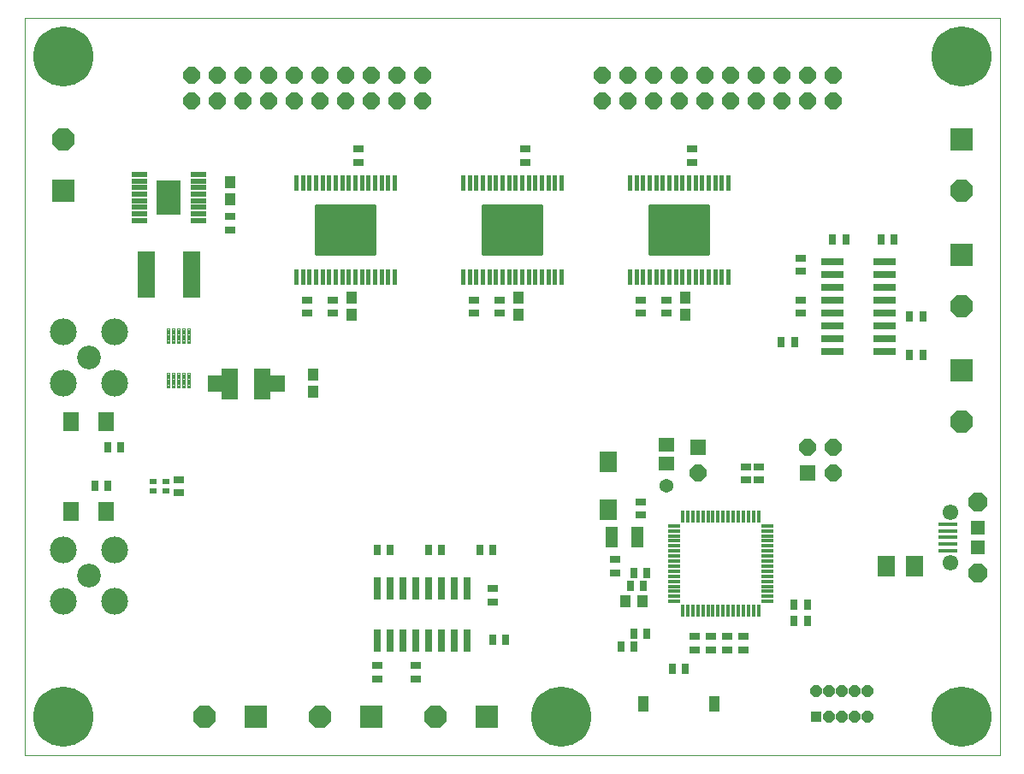
<source format=gts>
G75*
%MOIN*%
%OFA0B0*%
%FSLAX25Y25*%
%IPPOS*%
%LPD*%
%AMOC8*
5,1,8,0,0,1.08239X$1,22.5*
%
%ADD10C,0.00000*%
%ADD11R,0.04400X0.04400*%
%ADD12OC8,0.04400*%
%ADD13R,0.06400X0.06400*%
%ADD14OC8,0.06400*%
%ADD15R,0.03156X0.03943*%
%ADD16R,0.06306X0.05518*%
%ADD17R,0.04731X0.07880*%
%ADD18R,0.03943X0.03156*%
%ADD19R,0.07487X0.01778*%
%ADD20C,0.06109*%
%ADD21OC8,0.07487*%
%ADD22R,0.05746X0.05746*%
%ADD23R,0.06699X0.08274*%
%ADD24R,0.04337X0.05912*%
%ADD25C,0.05400*%
%ADD26C,0.09250*%
%ADD27C,0.10450*%
%ADD28C,0.23400*%
%ADD29R,0.04337X0.04731*%
%ADD30R,0.07093X0.18117*%
%ADD31R,0.06306X0.02172*%
%ADD32R,0.09764X0.13386*%
%ADD33R,0.08668X0.08668*%
%ADD34OC8,0.08668*%
%ADD35R,0.05124X0.01581*%
%ADD36R,0.01581X0.05124*%
%ADD37R,0.02762X0.09061*%
%ADD38R,0.09061X0.02762*%
%ADD39C,0.00069*%
%ADD40C,0.01004*%
%ADD41C,0.00395*%
%ADD42C,0.00315*%
%ADD43R,0.02762X0.01975*%
%ADD44R,0.05912X0.07487*%
D10*
X0025625Y0086626D02*
X0025625Y0374126D01*
X0405625Y0374126D01*
X0405625Y0086626D01*
X0025625Y0086626D01*
D11*
X0334125Y0101626D03*
D12*
X0339125Y0101626D03*
X0344125Y0101626D03*
X0349125Y0101626D03*
X0354125Y0101626D03*
X0354125Y0111626D03*
X0349125Y0111626D03*
X0344125Y0111626D03*
X0339125Y0111626D03*
X0334125Y0111626D03*
D13*
X0330625Y0196626D03*
X0288125Y0206626D03*
D14*
X0288125Y0196626D03*
X0330625Y0206626D03*
X0340625Y0206626D03*
X0340625Y0196626D03*
X0340625Y0341626D03*
X0330625Y0341626D03*
X0320625Y0341626D03*
X0310625Y0341626D03*
X0300625Y0341626D03*
X0290625Y0341626D03*
X0280625Y0341626D03*
X0280625Y0351626D03*
X0290625Y0351626D03*
X0300625Y0351626D03*
X0310625Y0351626D03*
X0320625Y0351626D03*
X0330625Y0351626D03*
X0340625Y0351626D03*
X0270625Y0351626D03*
X0270625Y0341626D03*
X0260625Y0341626D03*
X0250625Y0341626D03*
X0250625Y0351626D03*
X0260625Y0351626D03*
X0180625Y0351626D03*
X0180625Y0341626D03*
X0170625Y0341626D03*
X0160625Y0341626D03*
X0150625Y0341626D03*
X0140625Y0341626D03*
X0130625Y0341626D03*
X0120625Y0341626D03*
X0110625Y0341626D03*
X0100625Y0341626D03*
X0090625Y0341626D03*
X0090625Y0351626D03*
X0100625Y0351626D03*
X0110625Y0351626D03*
X0120625Y0351626D03*
X0130625Y0351626D03*
X0140625Y0351626D03*
X0150625Y0351626D03*
X0160625Y0351626D03*
X0170625Y0351626D03*
D15*
X0320566Y0247876D03*
X0325684Y0247876D03*
X0370566Y0242876D03*
X0375684Y0242876D03*
X0375684Y0257876D03*
X0370566Y0257876D03*
X0364434Y0287876D03*
X0359316Y0287876D03*
X0345684Y0287876D03*
X0340566Y0287876D03*
X0208184Y0166626D03*
X0203066Y0166626D03*
X0188184Y0166626D03*
X0183066Y0166626D03*
X0168184Y0166626D03*
X0163066Y0166626D03*
X0208066Y0131626D03*
X0213184Y0131626D03*
X0258066Y0129126D03*
X0263184Y0129126D03*
X0263066Y0134126D03*
X0268184Y0134126D03*
X0278066Y0120376D03*
X0283184Y0120376D03*
X0266934Y0152876D03*
X0261816Y0152876D03*
X0263066Y0157876D03*
X0268184Y0157876D03*
X0325566Y0145376D03*
X0330684Y0145376D03*
X0330684Y0139126D03*
X0325566Y0139126D03*
X0063184Y0206626D03*
X0058066Y0206626D03*
X0058184Y0191626D03*
X0053066Y0191626D03*
D16*
X0275625Y0200386D03*
X0275625Y0207867D03*
D17*
X0264296Y0171626D03*
X0254454Y0171626D03*
D18*
X0255625Y0162936D03*
X0255625Y0157817D03*
X0265625Y0180317D03*
X0265625Y0185436D03*
X0306875Y0194067D03*
X0311875Y0194067D03*
X0311875Y0199186D03*
X0306875Y0199186D03*
X0328125Y0259067D03*
X0328125Y0264186D03*
X0328125Y0275317D03*
X0328125Y0280436D03*
X0285625Y0317817D03*
X0285625Y0322936D03*
X0220625Y0322936D03*
X0220625Y0317817D03*
X0155625Y0317817D03*
X0155625Y0322936D03*
X0105625Y0296686D03*
X0105625Y0291567D03*
X0135625Y0264186D03*
X0135625Y0259067D03*
X0145625Y0259067D03*
X0145625Y0264186D03*
X0200625Y0264186D03*
X0200625Y0259067D03*
X0210625Y0259067D03*
X0210625Y0264186D03*
X0265625Y0264186D03*
X0265625Y0259067D03*
X0275625Y0259067D03*
X0275625Y0264186D03*
X0208125Y0151686D03*
X0208125Y0146567D03*
X0178125Y0121686D03*
X0178125Y0116567D03*
X0163125Y0116567D03*
X0163125Y0121686D03*
X0085625Y0189067D03*
X0085625Y0194186D03*
X0286875Y0132936D03*
X0286875Y0127817D03*
X0293125Y0127817D03*
X0293125Y0132936D03*
X0299375Y0132936D03*
X0299375Y0127817D03*
X0305625Y0127817D03*
X0305625Y0132936D03*
D19*
X0385502Y0166508D03*
X0385502Y0169067D03*
X0385502Y0171626D03*
X0385502Y0174186D03*
X0385502Y0176745D03*
D20*
X0386486Y0181469D03*
X0386486Y0161784D03*
D21*
X0397116Y0157847D03*
X0397116Y0185406D03*
D22*
X0397116Y0175563D03*
X0397116Y0167689D03*
D23*
X0372387Y0160376D03*
X0361363Y0160376D03*
X0253125Y0182315D03*
X0253125Y0200937D03*
D24*
X0266845Y0106626D03*
X0294405Y0106626D03*
D25*
X0275625Y0191626D03*
D26*
X0050625Y0156626D03*
X0050625Y0241626D03*
D27*
X0040625Y0231626D03*
X0060625Y0231626D03*
X0060625Y0251626D03*
X0040625Y0251626D03*
X0040625Y0166626D03*
X0060625Y0166626D03*
X0060625Y0146626D03*
X0040625Y0146626D03*
D28*
X0040625Y0101626D03*
X0234625Y0101626D03*
X0390625Y0101626D03*
X0390625Y0359126D03*
X0040625Y0359126D03*
D29*
X0105625Y0309973D03*
X0105625Y0303280D03*
X0153125Y0264973D03*
X0153125Y0258280D03*
X0138125Y0234973D03*
X0138125Y0228280D03*
X0218125Y0258280D03*
X0218125Y0264973D03*
X0283125Y0264973D03*
X0283125Y0258280D03*
X0266471Y0146626D03*
X0259779Y0146626D03*
D30*
X0090733Y0274126D03*
X0073017Y0274126D03*
D31*
X0070458Y0295170D03*
X0070458Y0297729D03*
X0070458Y0300288D03*
X0070458Y0302847D03*
X0070458Y0305406D03*
X0070458Y0307965D03*
X0070458Y0310524D03*
X0070458Y0313083D03*
X0093292Y0313083D03*
X0093292Y0310524D03*
X0093292Y0307965D03*
X0093292Y0305406D03*
X0093292Y0302847D03*
X0093292Y0300288D03*
X0093292Y0297729D03*
X0093292Y0295170D03*
D32*
X0081875Y0304126D03*
D33*
X0040625Y0306626D03*
X0115625Y0101626D03*
X0160625Y0101626D03*
X0205625Y0101626D03*
X0390625Y0236626D03*
X0390625Y0281626D03*
X0390625Y0326626D03*
D34*
X0390625Y0306626D03*
X0390625Y0261626D03*
X0390625Y0216626D03*
X0185625Y0101626D03*
X0140625Y0101626D03*
X0095625Y0101626D03*
X0040625Y0326626D03*
D35*
X0278696Y0176193D03*
X0278696Y0174225D03*
X0278696Y0172256D03*
X0278696Y0170288D03*
X0278696Y0168319D03*
X0278696Y0166351D03*
X0278696Y0164382D03*
X0278696Y0162414D03*
X0278696Y0160445D03*
X0278696Y0158477D03*
X0278696Y0156508D03*
X0278696Y0154540D03*
X0278696Y0152571D03*
X0278696Y0150603D03*
X0278696Y0148634D03*
X0278696Y0146666D03*
X0315113Y0146666D03*
X0315113Y0148634D03*
X0315113Y0150603D03*
X0315113Y0152571D03*
X0315113Y0154540D03*
X0315113Y0156508D03*
X0315113Y0158477D03*
X0315113Y0160445D03*
X0315113Y0162414D03*
X0315113Y0164382D03*
X0315113Y0166351D03*
X0315113Y0168319D03*
X0315113Y0170288D03*
X0315113Y0172256D03*
X0315113Y0174225D03*
X0315113Y0176193D03*
D36*
X0311668Y0179638D03*
X0309700Y0179638D03*
X0307731Y0179638D03*
X0305763Y0179638D03*
X0303794Y0179638D03*
X0301826Y0179638D03*
X0299857Y0179638D03*
X0297889Y0179638D03*
X0295920Y0179638D03*
X0293952Y0179638D03*
X0291983Y0179638D03*
X0290015Y0179638D03*
X0288046Y0179638D03*
X0286078Y0179638D03*
X0284109Y0179638D03*
X0282141Y0179638D03*
X0282141Y0143221D03*
X0284109Y0143221D03*
X0286078Y0143221D03*
X0288046Y0143221D03*
X0290015Y0143221D03*
X0291983Y0143221D03*
X0293952Y0143221D03*
X0295920Y0143221D03*
X0297889Y0143221D03*
X0299857Y0143221D03*
X0301826Y0143221D03*
X0303794Y0143221D03*
X0305763Y0143221D03*
X0307731Y0143221D03*
X0309700Y0143221D03*
X0311668Y0143221D03*
D37*
X0198125Y0151863D03*
X0193125Y0151863D03*
X0188125Y0151863D03*
X0183125Y0151863D03*
X0178125Y0151863D03*
X0173125Y0151863D03*
X0168125Y0151863D03*
X0163125Y0151863D03*
X0163125Y0131390D03*
X0168125Y0131390D03*
X0173125Y0131390D03*
X0178125Y0131390D03*
X0183125Y0131390D03*
X0188125Y0131390D03*
X0193125Y0131390D03*
X0198125Y0131390D03*
D38*
X0340389Y0244126D03*
X0340389Y0249126D03*
X0340389Y0254126D03*
X0340389Y0259126D03*
X0340389Y0264126D03*
X0340389Y0269126D03*
X0340389Y0274126D03*
X0340389Y0279126D03*
X0360861Y0279126D03*
X0360861Y0274126D03*
X0360861Y0269126D03*
X0360861Y0264126D03*
X0360861Y0259126D03*
X0360861Y0254126D03*
X0360861Y0249126D03*
X0360861Y0244126D03*
D39*
X0300476Y0270594D02*
X0299160Y0270594D01*
X0299160Y0276044D01*
X0300476Y0276044D01*
X0300476Y0270594D01*
X0300476Y0270662D02*
X0299160Y0270662D01*
X0299160Y0270730D02*
X0300476Y0270730D01*
X0300476Y0270798D02*
X0299160Y0270798D01*
X0299160Y0270866D02*
X0300476Y0270866D01*
X0300476Y0270934D02*
X0299160Y0270934D01*
X0299160Y0271002D02*
X0300476Y0271002D01*
X0300476Y0271070D02*
X0299160Y0271070D01*
X0299160Y0271138D02*
X0300476Y0271138D01*
X0300476Y0271206D02*
X0299160Y0271206D01*
X0299160Y0271274D02*
X0300476Y0271274D01*
X0300476Y0271342D02*
X0299160Y0271342D01*
X0299160Y0271410D02*
X0300476Y0271410D01*
X0300476Y0271478D02*
X0299160Y0271478D01*
X0299160Y0271546D02*
X0300476Y0271546D01*
X0300476Y0271614D02*
X0299160Y0271614D01*
X0299160Y0271682D02*
X0300476Y0271682D01*
X0300476Y0271750D02*
X0299160Y0271750D01*
X0299160Y0271818D02*
X0300476Y0271818D01*
X0300476Y0271886D02*
X0299160Y0271886D01*
X0299160Y0271954D02*
X0300476Y0271954D01*
X0300476Y0272022D02*
X0299160Y0272022D01*
X0299160Y0272090D02*
X0300476Y0272090D01*
X0300476Y0272158D02*
X0299160Y0272158D01*
X0299160Y0272226D02*
X0300476Y0272226D01*
X0300476Y0272294D02*
X0299160Y0272294D01*
X0299160Y0272362D02*
X0300476Y0272362D01*
X0300476Y0272430D02*
X0299160Y0272430D01*
X0299160Y0272498D02*
X0300476Y0272498D01*
X0300476Y0272566D02*
X0299160Y0272566D01*
X0299160Y0272634D02*
X0300476Y0272634D01*
X0300476Y0272702D02*
X0299160Y0272702D01*
X0299160Y0272770D02*
X0300476Y0272770D01*
X0300476Y0272838D02*
X0299160Y0272838D01*
X0299160Y0272906D02*
X0300476Y0272906D01*
X0300476Y0272974D02*
X0299160Y0272974D01*
X0299160Y0273042D02*
X0300476Y0273042D01*
X0300476Y0273110D02*
X0299160Y0273110D01*
X0299160Y0273178D02*
X0300476Y0273178D01*
X0300476Y0273246D02*
X0299160Y0273246D01*
X0299160Y0273314D02*
X0300476Y0273314D01*
X0300476Y0273382D02*
X0299160Y0273382D01*
X0299160Y0273450D02*
X0300476Y0273450D01*
X0300476Y0273518D02*
X0299160Y0273518D01*
X0299160Y0273586D02*
X0300476Y0273586D01*
X0300476Y0273654D02*
X0299160Y0273654D01*
X0299160Y0273722D02*
X0300476Y0273722D01*
X0300476Y0273790D02*
X0299160Y0273790D01*
X0299160Y0273858D02*
X0300476Y0273858D01*
X0300476Y0273926D02*
X0299160Y0273926D01*
X0299160Y0273994D02*
X0300476Y0273994D01*
X0300476Y0274062D02*
X0299160Y0274062D01*
X0299160Y0274130D02*
X0300476Y0274130D01*
X0300476Y0274198D02*
X0299160Y0274198D01*
X0299160Y0274266D02*
X0300476Y0274266D01*
X0300476Y0274334D02*
X0299160Y0274334D01*
X0299160Y0274402D02*
X0300476Y0274402D01*
X0300476Y0274470D02*
X0299160Y0274470D01*
X0299160Y0274538D02*
X0300476Y0274538D01*
X0300476Y0274606D02*
X0299160Y0274606D01*
X0299160Y0274674D02*
X0300476Y0274674D01*
X0300476Y0274742D02*
X0299160Y0274742D01*
X0299160Y0274810D02*
X0300476Y0274810D01*
X0300476Y0274878D02*
X0299160Y0274878D01*
X0299160Y0274946D02*
X0300476Y0274946D01*
X0300476Y0275014D02*
X0299160Y0275014D01*
X0299160Y0275082D02*
X0300476Y0275082D01*
X0300476Y0275150D02*
X0299160Y0275150D01*
X0299160Y0275218D02*
X0300476Y0275218D01*
X0300476Y0275286D02*
X0299160Y0275286D01*
X0299160Y0275354D02*
X0300476Y0275354D01*
X0300476Y0275422D02*
X0299160Y0275422D01*
X0299160Y0275490D02*
X0300476Y0275490D01*
X0300476Y0275558D02*
X0299160Y0275558D01*
X0299160Y0275626D02*
X0300476Y0275626D01*
X0300476Y0275694D02*
X0299160Y0275694D01*
X0299160Y0275762D02*
X0300476Y0275762D01*
X0300476Y0275830D02*
X0299160Y0275830D01*
X0299160Y0275898D02*
X0300476Y0275898D01*
X0300476Y0275966D02*
X0299160Y0275966D01*
X0299160Y0276034D02*
X0300476Y0276034D01*
X0297917Y0270594D02*
X0296601Y0270594D01*
X0296601Y0276044D01*
X0297917Y0276044D01*
X0297917Y0270594D01*
X0297917Y0270662D02*
X0296601Y0270662D01*
X0296601Y0270730D02*
X0297917Y0270730D01*
X0297917Y0270798D02*
X0296601Y0270798D01*
X0296601Y0270866D02*
X0297917Y0270866D01*
X0297917Y0270934D02*
X0296601Y0270934D01*
X0296601Y0271002D02*
X0297917Y0271002D01*
X0297917Y0271070D02*
X0296601Y0271070D01*
X0296601Y0271138D02*
X0297917Y0271138D01*
X0297917Y0271206D02*
X0296601Y0271206D01*
X0296601Y0271274D02*
X0297917Y0271274D01*
X0297917Y0271342D02*
X0296601Y0271342D01*
X0296601Y0271410D02*
X0297917Y0271410D01*
X0297917Y0271478D02*
X0296601Y0271478D01*
X0296601Y0271546D02*
X0297917Y0271546D01*
X0297917Y0271614D02*
X0296601Y0271614D01*
X0296601Y0271682D02*
X0297917Y0271682D01*
X0297917Y0271750D02*
X0296601Y0271750D01*
X0296601Y0271818D02*
X0297917Y0271818D01*
X0297917Y0271886D02*
X0296601Y0271886D01*
X0296601Y0271954D02*
X0297917Y0271954D01*
X0297917Y0272022D02*
X0296601Y0272022D01*
X0296601Y0272090D02*
X0297917Y0272090D01*
X0297917Y0272158D02*
X0296601Y0272158D01*
X0296601Y0272226D02*
X0297917Y0272226D01*
X0297917Y0272294D02*
X0296601Y0272294D01*
X0296601Y0272362D02*
X0297917Y0272362D01*
X0297917Y0272430D02*
X0296601Y0272430D01*
X0296601Y0272498D02*
X0297917Y0272498D01*
X0297917Y0272566D02*
X0296601Y0272566D01*
X0296601Y0272634D02*
X0297917Y0272634D01*
X0297917Y0272702D02*
X0296601Y0272702D01*
X0296601Y0272770D02*
X0297917Y0272770D01*
X0297917Y0272838D02*
X0296601Y0272838D01*
X0296601Y0272906D02*
X0297917Y0272906D01*
X0297917Y0272974D02*
X0296601Y0272974D01*
X0296601Y0273042D02*
X0297917Y0273042D01*
X0297917Y0273110D02*
X0296601Y0273110D01*
X0296601Y0273178D02*
X0297917Y0273178D01*
X0297917Y0273246D02*
X0296601Y0273246D01*
X0296601Y0273314D02*
X0297917Y0273314D01*
X0297917Y0273382D02*
X0296601Y0273382D01*
X0296601Y0273450D02*
X0297917Y0273450D01*
X0297917Y0273518D02*
X0296601Y0273518D01*
X0296601Y0273586D02*
X0297917Y0273586D01*
X0297917Y0273654D02*
X0296601Y0273654D01*
X0296601Y0273722D02*
X0297917Y0273722D01*
X0297917Y0273790D02*
X0296601Y0273790D01*
X0296601Y0273858D02*
X0297917Y0273858D01*
X0297917Y0273926D02*
X0296601Y0273926D01*
X0296601Y0273994D02*
X0297917Y0273994D01*
X0297917Y0274062D02*
X0296601Y0274062D01*
X0296601Y0274130D02*
X0297917Y0274130D01*
X0297917Y0274198D02*
X0296601Y0274198D01*
X0296601Y0274266D02*
X0297917Y0274266D01*
X0297917Y0274334D02*
X0296601Y0274334D01*
X0296601Y0274402D02*
X0297917Y0274402D01*
X0297917Y0274470D02*
X0296601Y0274470D01*
X0296601Y0274538D02*
X0297917Y0274538D01*
X0297917Y0274606D02*
X0296601Y0274606D01*
X0296601Y0274674D02*
X0297917Y0274674D01*
X0297917Y0274742D02*
X0296601Y0274742D01*
X0296601Y0274810D02*
X0297917Y0274810D01*
X0297917Y0274878D02*
X0296601Y0274878D01*
X0296601Y0274946D02*
X0297917Y0274946D01*
X0297917Y0275014D02*
X0296601Y0275014D01*
X0296601Y0275082D02*
X0297917Y0275082D01*
X0297917Y0275150D02*
X0296601Y0275150D01*
X0296601Y0275218D02*
X0297917Y0275218D01*
X0297917Y0275286D02*
X0296601Y0275286D01*
X0296601Y0275354D02*
X0297917Y0275354D01*
X0297917Y0275422D02*
X0296601Y0275422D01*
X0296601Y0275490D02*
X0297917Y0275490D01*
X0297917Y0275558D02*
X0296601Y0275558D01*
X0296601Y0275626D02*
X0297917Y0275626D01*
X0297917Y0275694D02*
X0296601Y0275694D01*
X0296601Y0275762D02*
X0297917Y0275762D01*
X0297917Y0275830D02*
X0296601Y0275830D01*
X0296601Y0275898D02*
X0297917Y0275898D01*
X0297917Y0275966D02*
X0296601Y0275966D01*
X0296601Y0276034D02*
X0297917Y0276034D01*
X0295358Y0270594D02*
X0294042Y0270594D01*
X0294042Y0276044D01*
X0295358Y0276044D01*
X0295358Y0270594D01*
X0295358Y0270662D02*
X0294042Y0270662D01*
X0294042Y0270730D02*
X0295358Y0270730D01*
X0295358Y0270798D02*
X0294042Y0270798D01*
X0294042Y0270866D02*
X0295358Y0270866D01*
X0295358Y0270934D02*
X0294042Y0270934D01*
X0294042Y0271002D02*
X0295358Y0271002D01*
X0295358Y0271070D02*
X0294042Y0271070D01*
X0294042Y0271138D02*
X0295358Y0271138D01*
X0295358Y0271206D02*
X0294042Y0271206D01*
X0294042Y0271274D02*
X0295358Y0271274D01*
X0295358Y0271342D02*
X0294042Y0271342D01*
X0294042Y0271410D02*
X0295358Y0271410D01*
X0295358Y0271478D02*
X0294042Y0271478D01*
X0294042Y0271546D02*
X0295358Y0271546D01*
X0295358Y0271614D02*
X0294042Y0271614D01*
X0294042Y0271682D02*
X0295358Y0271682D01*
X0295358Y0271750D02*
X0294042Y0271750D01*
X0294042Y0271818D02*
X0295358Y0271818D01*
X0295358Y0271886D02*
X0294042Y0271886D01*
X0294042Y0271954D02*
X0295358Y0271954D01*
X0295358Y0272022D02*
X0294042Y0272022D01*
X0294042Y0272090D02*
X0295358Y0272090D01*
X0295358Y0272158D02*
X0294042Y0272158D01*
X0294042Y0272226D02*
X0295358Y0272226D01*
X0295358Y0272294D02*
X0294042Y0272294D01*
X0294042Y0272362D02*
X0295358Y0272362D01*
X0295358Y0272430D02*
X0294042Y0272430D01*
X0294042Y0272498D02*
X0295358Y0272498D01*
X0295358Y0272566D02*
X0294042Y0272566D01*
X0294042Y0272634D02*
X0295358Y0272634D01*
X0295358Y0272702D02*
X0294042Y0272702D01*
X0294042Y0272770D02*
X0295358Y0272770D01*
X0295358Y0272838D02*
X0294042Y0272838D01*
X0294042Y0272906D02*
X0295358Y0272906D01*
X0295358Y0272974D02*
X0294042Y0272974D01*
X0294042Y0273042D02*
X0295358Y0273042D01*
X0295358Y0273110D02*
X0294042Y0273110D01*
X0294042Y0273178D02*
X0295358Y0273178D01*
X0295358Y0273246D02*
X0294042Y0273246D01*
X0294042Y0273314D02*
X0295358Y0273314D01*
X0295358Y0273382D02*
X0294042Y0273382D01*
X0294042Y0273450D02*
X0295358Y0273450D01*
X0295358Y0273518D02*
X0294042Y0273518D01*
X0294042Y0273586D02*
X0295358Y0273586D01*
X0295358Y0273654D02*
X0294042Y0273654D01*
X0294042Y0273722D02*
X0295358Y0273722D01*
X0295358Y0273790D02*
X0294042Y0273790D01*
X0294042Y0273858D02*
X0295358Y0273858D01*
X0295358Y0273926D02*
X0294042Y0273926D01*
X0294042Y0273994D02*
X0295358Y0273994D01*
X0295358Y0274062D02*
X0294042Y0274062D01*
X0294042Y0274130D02*
X0295358Y0274130D01*
X0295358Y0274198D02*
X0294042Y0274198D01*
X0294042Y0274266D02*
X0295358Y0274266D01*
X0295358Y0274334D02*
X0294042Y0274334D01*
X0294042Y0274402D02*
X0295358Y0274402D01*
X0295358Y0274470D02*
X0294042Y0274470D01*
X0294042Y0274538D02*
X0295358Y0274538D01*
X0295358Y0274606D02*
X0294042Y0274606D01*
X0294042Y0274674D02*
X0295358Y0274674D01*
X0295358Y0274742D02*
X0294042Y0274742D01*
X0294042Y0274810D02*
X0295358Y0274810D01*
X0295358Y0274878D02*
X0294042Y0274878D01*
X0294042Y0274946D02*
X0295358Y0274946D01*
X0295358Y0275014D02*
X0294042Y0275014D01*
X0294042Y0275082D02*
X0295358Y0275082D01*
X0295358Y0275150D02*
X0294042Y0275150D01*
X0294042Y0275218D02*
X0295358Y0275218D01*
X0295358Y0275286D02*
X0294042Y0275286D01*
X0294042Y0275354D02*
X0295358Y0275354D01*
X0295358Y0275422D02*
X0294042Y0275422D01*
X0294042Y0275490D02*
X0295358Y0275490D01*
X0295358Y0275558D02*
X0294042Y0275558D01*
X0294042Y0275626D02*
X0295358Y0275626D01*
X0295358Y0275694D02*
X0294042Y0275694D01*
X0294042Y0275762D02*
X0295358Y0275762D01*
X0295358Y0275830D02*
X0294042Y0275830D01*
X0294042Y0275898D02*
X0295358Y0275898D01*
X0295358Y0275966D02*
X0294042Y0275966D01*
X0294042Y0276034D02*
X0295358Y0276034D01*
X0292799Y0270594D02*
X0291483Y0270594D01*
X0291483Y0276044D01*
X0292799Y0276044D01*
X0292799Y0270594D01*
X0292799Y0270662D02*
X0291483Y0270662D01*
X0291483Y0270730D02*
X0292799Y0270730D01*
X0292799Y0270798D02*
X0291483Y0270798D01*
X0291483Y0270866D02*
X0292799Y0270866D01*
X0292799Y0270934D02*
X0291483Y0270934D01*
X0291483Y0271002D02*
X0292799Y0271002D01*
X0292799Y0271070D02*
X0291483Y0271070D01*
X0291483Y0271138D02*
X0292799Y0271138D01*
X0292799Y0271206D02*
X0291483Y0271206D01*
X0291483Y0271274D02*
X0292799Y0271274D01*
X0292799Y0271342D02*
X0291483Y0271342D01*
X0291483Y0271410D02*
X0292799Y0271410D01*
X0292799Y0271478D02*
X0291483Y0271478D01*
X0291483Y0271546D02*
X0292799Y0271546D01*
X0292799Y0271614D02*
X0291483Y0271614D01*
X0291483Y0271682D02*
X0292799Y0271682D01*
X0292799Y0271750D02*
X0291483Y0271750D01*
X0291483Y0271818D02*
X0292799Y0271818D01*
X0292799Y0271886D02*
X0291483Y0271886D01*
X0291483Y0271954D02*
X0292799Y0271954D01*
X0292799Y0272022D02*
X0291483Y0272022D01*
X0291483Y0272090D02*
X0292799Y0272090D01*
X0292799Y0272158D02*
X0291483Y0272158D01*
X0291483Y0272226D02*
X0292799Y0272226D01*
X0292799Y0272294D02*
X0291483Y0272294D01*
X0291483Y0272362D02*
X0292799Y0272362D01*
X0292799Y0272430D02*
X0291483Y0272430D01*
X0291483Y0272498D02*
X0292799Y0272498D01*
X0292799Y0272566D02*
X0291483Y0272566D01*
X0291483Y0272634D02*
X0292799Y0272634D01*
X0292799Y0272702D02*
X0291483Y0272702D01*
X0291483Y0272770D02*
X0292799Y0272770D01*
X0292799Y0272838D02*
X0291483Y0272838D01*
X0291483Y0272906D02*
X0292799Y0272906D01*
X0292799Y0272974D02*
X0291483Y0272974D01*
X0291483Y0273042D02*
X0292799Y0273042D01*
X0292799Y0273110D02*
X0291483Y0273110D01*
X0291483Y0273178D02*
X0292799Y0273178D01*
X0292799Y0273246D02*
X0291483Y0273246D01*
X0291483Y0273314D02*
X0292799Y0273314D01*
X0292799Y0273382D02*
X0291483Y0273382D01*
X0291483Y0273450D02*
X0292799Y0273450D01*
X0292799Y0273518D02*
X0291483Y0273518D01*
X0291483Y0273586D02*
X0292799Y0273586D01*
X0292799Y0273654D02*
X0291483Y0273654D01*
X0291483Y0273722D02*
X0292799Y0273722D01*
X0292799Y0273790D02*
X0291483Y0273790D01*
X0291483Y0273858D02*
X0292799Y0273858D01*
X0292799Y0273926D02*
X0291483Y0273926D01*
X0291483Y0273994D02*
X0292799Y0273994D01*
X0292799Y0274062D02*
X0291483Y0274062D01*
X0291483Y0274130D02*
X0292799Y0274130D01*
X0292799Y0274198D02*
X0291483Y0274198D01*
X0291483Y0274266D02*
X0292799Y0274266D01*
X0292799Y0274334D02*
X0291483Y0274334D01*
X0291483Y0274402D02*
X0292799Y0274402D01*
X0292799Y0274470D02*
X0291483Y0274470D01*
X0291483Y0274538D02*
X0292799Y0274538D01*
X0292799Y0274606D02*
X0291483Y0274606D01*
X0291483Y0274674D02*
X0292799Y0274674D01*
X0292799Y0274742D02*
X0291483Y0274742D01*
X0291483Y0274810D02*
X0292799Y0274810D01*
X0292799Y0274878D02*
X0291483Y0274878D01*
X0291483Y0274946D02*
X0292799Y0274946D01*
X0292799Y0275014D02*
X0291483Y0275014D01*
X0291483Y0275082D02*
X0292799Y0275082D01*
X0292799Y0275150D02*
X0291483Y0275150D01*
X0291483Y0275218D02*
X0292799Y0275218D01*
X0292799Y0275286D02*
X0291483Y0275286D01*
X0291483Y0275354D02*
X0292799Y0275354D01*
X0292799Y0275422D02*
X0291483Y0275422D01*
X0291483Y0275490D02*
X0292799Y0275490D01*
X0292799Y0275558D02*
X0291483Y0275558D01*
X0291483Y0275626D02*
X0292799Y0275626D01*
X0292799Y0275694D02*
X0291483Y0275694D01*
X0291483Y0275762D02*
X0292799Y0275762D01*
X0292799Y0275830D02*
X0291483Y0275830D01*
X0291483Y0275898D02*
X0292799Y0275898D01*
X0292799Y0275966D02*
X0291483Y0275966D01*
X0291483Y0276034D02*
X0292799Y0276034D01*
X0290240Y0270594D02*
X0288924Y0270594D01*
X0288924Y0276044D01*
X0290240Y0276044D01*
X0290240Y0270594D01*
X0290240Y0270662D02*
X0288924Y0270662D01*
X0288924Y0270730D02*
X0290240Y0270730D01*
X0290240Y0270798D02*
X0288924Y0270798D01*
X0288924Y0270866D02*
X0290240Y0270866D01*
X0290240Y0270934D02*
X0288924Y0270934D01*
X0288924Y0271002D02*
X0290240Y0271002D01*
X0290240Y0271070D02*
X0288924Y0271070D01*
X0288924Y0271138D02*
X0290240Y0271138D01*
X0290240Y0271206D02*
X0288924Y0271206D01*
X0288924Y0271274D02*
X0290240Y0271274D01*
X0290240Y0271342D02*
X0288924Y0271342D01*
X0288924Y0271410D02*
X0290240Y0271410D01*
X0290240Y0271478D02*
X0288924Y0271478D01*
X0288924Y0271546D02*
X0290240Y0271546D01*
X0290240Y0271614D02*
X0288924Y0271614D01*
X0288924Y0271682D02*
X0290240Y0271682D01*
X0290240Y0271750D02*
X0288924Y0271750D01*
X0288924Y0271818D02*
X0290240Y0271818D01*
X0290240Y0271886D02*
X0288924Y0271886D01*
X0288924Y0271954D02*
X0290240Y0271954D01*
X0290240Y0272022D02*
X0288924Y0272022D01*
X0288924Y0272090D02*
X0290240Y0272090D01*
X0290240Y0272158D02*
X0288924Y0272158D01*
X0288924Y0272226D02*
X0290240Y0272226D01*
X0290240Y0272294D02*
X0288924Y0272294D01*
X0288924Y0272362D02*
X0290240Y0272362D01*
X0290240Y0272430D02*
X0288924Y0272430D01*
X0288924Y0272498D02*
X0290240Y0272498D01*
X0290240Y0272566D02*
X0288924Y0272566D01*
X0288924Y0272634D02*
X0290240Y0272634D01*
X0290240Y0272702D02*
X0288924Y0272702D01*
X0288924Y0272770D02*
X0290240Y0272770D01*
X0290240Y0272838D02*
X0288924Y0272838D01*
X0288924Y0272906D02*
X0290240Y0272906D01*
X0290240Y0272974D02*
X0288924Y0272974D01*
X0288924Y0273042D02*
X0290240Y0273042D01*
X0290240Y0273110D02*
X0288924Y0273110D01*
X0288924Y0273178D02*
X0290240Y0273178D01*
X0290240Y0273246D02*
X0288924Y0273246D01*
X0288924Y0273314D02*
X0290240Y0273314D01*
X0290240Y0273382D02*
X0288924Y0273382D01*
X0288924Y0273450D02*
X0290240Y0273450D01*
X0290240Y0273518D02*
X0288924Y0273518D01*
X0288924Y0273586D02*
X0290240Y0273586D01*
X0290240Y0273654D02*
X0288924Y0273654D01*
X0288924Y0273722D02*
X0290240Y0273722D01*
X0290240Y0273790D02*
X0288924Y0273790D01*
X0288924Y0273858D02*
X0290240Y0273858D01*
X0290240Y0273926D02*
X0288924Y0273926D01*
X0288924Y0273994D02*
X0290240Y0273994D01*
X0290240Y0274062D02*
X0288924Y0274062D01*
X0288924Y0274130D02*
X0290240Y0274130D01*
X0290240Y0274198D02*
X0288924Y0274198D01*
X0288924Y0274266D02*
X0290240Y0274266D01*
X0290240Y0274334D02*
X0288924Y0274334D01*
X0288924Y0274402D02*
X0290240Y0274402D01*
X0290240Y0274470D02*
X0288924Y0274470D01*
X0288924Y0274538D02*
X0290240Y0274538D01*
X0290240Y0274606D02*
X0288924Y0274606D01*
X0288924Y0274674D02*
X0290240Y0274674D01*
X0290240Y0274742D02*
X0288924Y0274742D01*
X0288924Y0274810D02*
X0290240Y0274810D01*
X0290240Y0274878D02*
X0288924Y0274878D01*
X0288924Y0274946D02*
X0290240Y0274946D01*
X0290240Y0275014D02*
X0288924Y0275014D01*
X0288924Y0275082D02*
X0290240Y0275082D01*
X0290240Y0275150D02*
X0288924Y0275150D01*
X0288924Y0275218D02*
X0290240Y0275218D01*
X0290240Y0275286D02*
X0288924Y0275286D01*
X0288924Y0275354D02*
X0290240Y0275354D01*
X0290240Y0275422D02*
X0288924Y0275422D01*
X0288924Y0275490D02*
X0290240Y0275490D01*
X0290240Y0275558D02*
X0288924Y0275558D01*
X0288924Y0275626D02*
X0290240Y0275626D01*
X0290240Y0275694D02*
X0288924Y0275694D01*
X0288924Y0275762D02*
X0290240Y0275762D01*
X0290240Y0275830D02*
X0288924Y0275830D01*
X0288924Y0275898D02*
X0290240Y0275898D01*
X0290240Y0275966D02*
X0288924Y0275966D01*
X0288924Y0276034D02*
X0290240Y0276034D01*
X0287681Y0270594D02*
X0286365Y0270594D01*
X0286365Y0276044D01*
X0287681Y0276044D01*
X0287681Y0270594D01*
X0287681Y0270662D02*
X0286365Y0270662D01*
X0286365Y0270730D02*
X0287681Y0270730D01*
X0287681Y0270798D02*
X0286365Y0270798D01*
X0286365Y0270866D02*
X0287681Y0270866D01*
X0287681Y0270934D02*
X0286365Y0270934D01*
X0286365Y0271002D02*
X0287681Y0271002D01*
X0287681Y0271070D02*
X0286365Y0271070D01*
X0286365Y0271138D02*
X0287681Y0271138D01*
X0287681Y0271206D02*
X0286365Y0271206D01*
X0286365Y0271274D02*
X0287681Y0271274D01*
X0287681Y0271342D02*
X0286365Y0271342D01*
X0286365Y0271410D02*
X0287681Y0271410D01*
X0287681Y0271478D02*
X0286365Y0271478D01*
X0286365Y0271546D02*
X0287681Y0271546D01*
X0287681Y0271614D02*
X0286365Y0271614D01*
X0286365Y0271682D02*
X0287681Y0271682D01*
X0287681Y0271750D02*
X0286365Y0271750D01*
X0286365Y0271818D02*
X0287681Y0271818D01*
X0287681Y0271886D02*
X0286365Y0271886D01*
X0286365Y0271954D02*
X0287681Y0271954D01*
X0287681Y0272022D02*
X0286365Y0272022D01*
X0286365Y0272090D02*
X0287681Y0272090D01*
X0287681Y0272158D02*
X0286365Y0272158D01*
X0286365Y0272226D02*
X0287681Y0272226D01*
X0287681Y0272294D02*
X0286365Y0272294D01*
X0286365Y0272362D02*
X0287681Y0272362D01*
X0287681Y0272430D02*
X0286365Y0272430D01*
X0286365Y0272498D02*
X0287681Y0272498D01*
X0287681Y0272566D02*
X0286365Y0272566D01*
X0286365Y0272634D02*
X0287681Y0272634D01*
X0287681Y0272702D02*
X0286365Y0272702D01*
X0286365Y0272770D02*
X0287681Y0272770D01*
X0287681Y0272838D02*
X0286365Y0272838D01*
X0286365Y0272906D02*
X0287681Y0272906D01*
X0287681Y0272974D02*
X0286365Y0272974D01*
X0286365Y0273042D02*
X0287681Y0273042D01*
X0287681Y0273110D02*
X0286365Y0273110D01*
X0286365Y0273178D02*
X0287681Y0273178D01*
X0287681Y0273246D02*
X0286365Y0273246D01*
X0286365Y0273314D02*
X0287681Y0273314D01*
X0287681Y0273382D02*
X0286365Y0273382D01*
X0286365Y0273450D02*
X0287681Y0273450D01*
X0287681Y0273518D02*
X0286365Y0273518D01*
X0286365Y0273586D02*
X0287681Y0273586D01*
X0287681Y0273654D02*
X0286365Y0273654D01*
X0286365Y0273722D02*
X0287681Y0273722D01*
X0287681Y0273790D02*
X0286365Y0273790D01*
X0286365Y0273858D02*
X0287681Y0273858D01*
X0287681Y0273926D02*
X0286365Y0273926D01*
X0286365Y0273994D02*
X0287681Y0273994D01*
X0287681Y0274062D02*
X0286365Y0274062D01*
X0286365Y0274130D02*
X0287681Y0274130D01*
X0287681Y0274198D02*
X0286365Y0274198D01*
X0286365Y0274266D02*
X0287681Y0274266D01*
X0287681Y0274334D02*
X0286365Y0274334D01*
X0286365Y0274402D02*
X0287681Y0274402D01*
X0287681Y0274470D02*
X0286365Y0274470D01*
X0286365Y0274538D02*
X0287681Y0274538D01*
X0287681Y0274606D02*
X0286365Y0274606D01*
X0286365Y0274674D02*
X0287681Y0274674D01*
X0287681Y0274742D02*
X0286365Y0274742D01*
X0286365Y0274810D02*
X0287681Y0274810D01*
X0287681Y0274878D02*
X0286365Y0274878D01*
X0286365Y0274946D02*
X0287681Y0274946D01*
X0287681Y0275014D02*
X0286365Y0275014D01*
X0286365Y0275082D02*
X0287681Y0275082D01*
X0287681Y0275150D02*
X0286365Y0275150D01*
X0286365Y0275218D02*
X0287681Y0275218D01*
X0287681Y0275286D02*
X0286365Y0275286D01*
X0286365Y0275354D02*
X0287681Y0275354D01*
X0287681Y0275422D02*
X0286365Y0275422D01*
X0286365Y0275490D02*
X0287681Y0275490D01*
X0287681Y0275558D02*
X0286365Y0275558D01*
X0286365Y0275626D02*
X0287681Y0275626D01*
X0287681Y0275694D02*
X0286365Y0275694D01*
X0286365Y0275762D02*
X0287681Y0275762D01*
X0287681Y0275830D02*
X0286365Y0275830D01*
X0286365Y0275898D02*
X0287681Y0275898D01*
X0287681Y0275966D02*
X0286365Y0275966D01*
X0286365Y0276034D02*
X0287681Y0276034D01*
X0285122Y0270594D02*
X0283806Y0270594D01*
X0283806Y0276044D01*
X0285122Y0276044D01*
X0285122Y0270594D01*
X0285122Y0270662D02*
X0283806Y0270662D01*
X0283806Y0270730D02*
X0285122Y0270730D01*
X0285122Y0270798D02*
X0283806Y0270798D01*
X0283806Y0270866D02*
X0285122Y0270866D01*
X0285122Y0270934D02*
X0283806Y0270934D01*
X0283806Y0271002D02*
X0285122Y0271002D01*
X0285122Y0271070D02*
X0283806Y0271070D01*
X0283806Y0271138D02*
X0285122Y0271138D01*
X0285122Y0271206D02*
X0283806Y0271206D01*
X0283806Y0271274D02*
X0285122Y0271274D01*
X0285122Y0271342D02*
X0283806Y0271342D01*
X0283806Y0271410D02*
X0285122Y0271410D01*
X0285122Y0271478D02*
X0283806Y0271478D01*
X0283806Y0271546D02*
X0285122Y0271546D01*
X0285122Y0271614D02*
X0283806Y0271614D01*
X0283806Y0271682D02*
X0285122Y0271682D01*
X0285122Y0271750D02*
X0283806Y0271750D01*
X0283806Y0271818D02*
X0285122Y0271818D01*
X0285122Y0271886D02*
X0283806Y0271886D01*
X0283806Y0271954D02*
X0285122Y0271954D01*
X0285122Y0272022D02*
X0283806Y0272022D01*
X0283806Y0272090D02*
X0285122Y0272090D01*
X0285122Y0272158D02*
X0283806Y0272158D01*
X0283806Y0272226D02*
X0285122Y0272226D01*
X0285122Y0272294D02*
X0283806Y0272294D01*
X0283806Y0272362D02*
X0285122Y0272362D01*
X0285122Y0272430D02*
X0283806Y0272430D01*
X0283806Y0272498D02*
X0285122Y0272498D01*
X0285122Y0272566D02*
X0283806Y0272566D01*
X0283806Y0272634D02*
X0285122Y0272634D01*
X0285122Y0272702D02*
X0283806Y0272702D01*
X0283806Y0272770D02*
X0285122Y0272770D01*
X0285122Y0272838D02*
X0283806Y0272838D01*
X0283806Y0272906D02*
X0285122Y0272906D01*
X0285122Y0272974D02*
X0283806Y0272974D01*
X0283806Y0273042D02*
X0285122Y0273042D01*
X0285122Y0273110D02*
X0283806Y0273110D01*
X0283806Y0273178D02*
X0285122Y0273178D01*
X0285122Y0273246D02*
X0283806Y0273246D01*
X0283806Y0273314D02*
X0285122Y0273314D01*
X0285122Y0273382D02*
X0283806Y0273382D01*
X0283806Y0273450D02*
X0285122Y0273450D01*
X0285122Y0273518D02*
X0283806Y0273518D01*
X0283806Y0273586D02*
X0285122Y0273586D01*
X0285122Y0273654D02*
X0283806Y0273654D01*
X0283806Y0273722D02*
X0285122Y0273722D01*
X0285122Y0273790D02*
X0283806Y0273790D01*
X0283806Y0273858D02*
X0285122Y0273858D01*
X0285122Y0273926D02*
X0283806Y0273926D01*
X0283806Y0273994D02*
X0285122Y0273994D01*
X0285122Y0274062D02*
X0283806Y0274062D01*
X0283806Y0274130D02*
X0285122Y0274130D01*
X0285122Y0274198D02*
X0283806Y0274198D01*
X0283806Y0274266D02*
X0285122Y0274266D01*
X0285122Y0274334D02*
X0283806Y0274334D01*
X0283806Y0274402D02*
X0285122Y0274402D01*
X0285122Y0274470D02*
X0283806Y0274470D01*
X0283806Y0274538D02*
X0285122Y0274538D01*
X0285122Y0274606D02*
X0283806Y0274606D01*
X0283806Y0274674D02*
X0285122Y0274674D01*
X0285122Y0274742D02*
X0283806Y0274742D01*
X0283806Y0274810D02*
X0285122Y0274810D01*
X0285122Y0274878D02*
X0283806Y0274878D01*
X0283806Y0274946D02*
X0285122Y0274946D01*
X0285122Y0275014D02*
X0283806Y0275014D01*
X0283806Y0275082D02*
X0285122Y0275082D01*
X0285122Y0275150D02*
X0283806Y0275150D01*
X0283806Y0275218D02*
X0285122Y0275218D01*
X0285122Y0275286D02*
X0283806Y0275286D01*
X0283806Y0275354D02*
X0285122Y0275354D01*
X0285122Y0275422D02*
X0283806Y0275422D01*
X0283806Y0275490D02*
X0285122Y0275490D01*
X0285122Y0275558D02*
X0283806Y0275558D01*
X0283806Y0275626D02*
X0285122Y0275626D01*
X0285122Y0275694D02*
X0283806Y0275694D01*
X0283806Y0275762D02*
X0285122Y0275762D01*
X0285122Y0275830D02*
X0283806Y0275830D01*
X0283806Y0275898D02*
X0285122Y0275898D01*
X0285122Y0275966D02*
X0283806Y0275966D01*
X0283806Y0276034D02*
X0285122Y0276034D01*
X0282563Y0270594D02*
X0281247Y0270594D01*
X0281247Y0276044D01*
X0282563Y0276044D01*
X0282563Y0270594D01*
X0282563Y0270662D02*
X0281247Y0270662D01*
X0281247Y0270730D02*
X0282563Y0270730D01*
X0282563Y0270798D02*
X0281247Y0270798D01*
X0281247Y0270866D02*
X0282563Y0270866D01*
X0282563Y0270934D02*
X0281247Y0270934D01*
X0281247Y0271002D02*
X0282563Y0271002D01*
X0282563Y0271070D02*
X0281247Y0271070D01*
X0281247Y0271138D02*
X0282563Y0271138D01*
X0282563Y0271206D02*
X0281247Y0271206D01*
X0281247Y0271274D02*
X0282563Y0271274D01*
X0282563Y0271342D02*
X0281247Y0271342D01*
X0281247Y0271410D02*
X0282563Y0271410D01*
X0282563Y0271478D02*
X0281247Y0271478D01*
X0281247Y0271546D02*
X0282563Y0271546D01*
X0282563Y0271614D02*
X0281247Y0271614D01*
X0281247Y0271682D02*
X0282563Y0271682D01*
X0282563Y0271750D02*
X0281247Y0271750D01*
X0281247Y0271818D02*
X0282563Y0271818D01*
X0282563Y0271886D02*
X0281247Y0271886D01*
X0281247Y0271954D02*
X0282563Y0271954D01*
X0282563Y0272022D02*
X0281247Y0272022D01*
X0281247Y0272090D02*
X0282563Y0272090D01*
X0282563Y0272158D02*
X0281247Y0272158D01*
X0281247Y0272226D02*
X0282563Y0272226D01*
X0282563Y0272294D02*
X0281247Y0272294D01*
X0281247Y0272362D02*
X0282563Y0272362D01*
X0282563Y0272430D02*
X0281247Y0272430D01*
X0281247Y0272498D02*
X0282563Y0272498D01*
X0282563Y0272566D02*
X0281247Y0272566D01*
X0281247Y0272634D02*
X0282563Y0272634D01*
X0282563Y0272702D02*
X0281247Y0272702D01*
X0281247Y0272770D02*
X0282563Y0272770D01*
X0282563Y0272838D02*
X0281247Y0272838D01*
X0281247Y0272906D02*
X0282563Y0272906D01*
X0282563Y0272974D02*
X0281247Y0272974D01*
X0281247Y0273042D02*
X0282563Y0273042D01*
X0282563Y0273110D02*
X0281247Y0273110D01*
X0281247Y0273178D02*
X0282563Y0273178D01*
X0282563Y0273246D02*
X0281247Y0273246D01*
X0281247Y0273314D02*
X0282563Y0273314D01*
X0282563Y0273382D02*
X0281247Y0273382D01*
X0281247Y0273450D02*
X0282563Y0273450D01*
X0282563Y0273518D02*
X0281247Y0273518D01*
X0281247Y0273586D02*
X0282563Y0273586D01*
X0282563Y0273654D02*
X0281247Y0273654D01*
X0281247Y0273722D02*
X0282563Y0273722D01*
X0282563Y0273790D02*
X0281247Y0273790D01*
X0281247Y0273858D02*
X0282563Y0273858D01*
X0282563Y0273926D02*
X0281247Y0273926D01*
X0281247Y0273994D02*
X0282563Y0273994D01*
X0282563Y0274062D02*
X0281247Y0274062D01*
X0281247Y0274130D02*
X0282563Y0274130D01*
X0282563Y0274198D02*
X0281247Y0274198D01*
X0281247Y0274266D02*
X0282563Y0274266D01*
X0282563Y0274334D02*
X0281247Y0274334D01*
X0281247Y0274402D02*
X0282563Y0274402D01*
X0282563Y0274470D02*
X0281247Y0274470D01*
X0281247Y0274538D02*
X0282563Y0274538D01*
X0282563Y0274606D02*
X0281247Y0274606D01*
X0281247Y0274674D02*
X0282563Y0274674D01*
X0282563Y0274742D02*
X0281247Y0274742D01*
X0281247Y0274810D02*
X0282563Y0274810D01*
X0282563Y0274878D02*
X0281247Y0274878D01*
X0281247Y0274946D02*
X0282563Y0274946D01*
X0282563Y0275014D02*
X0281247Y0275014D01*
X0281247Y0275082D02*
X0282563Y0275082D01*
X0282563Y0275150D02*
X0281247Y0275150D01*
X0281247Y0275218D02*
X0282563Y0275218D01*
X0282563Y0275286D02*
X0281247Y0275286D01*
X0281247Y0275354D02*
X0282563Y0275354D01*
X0282563Y0275422D02*
X0281247Y0275422D01*
X0281247Y0275490D02*
X0282563Y0275490D01*
X0282563Y0275558D02*
X0281247Y0275558D01*
X0281247Y0275626D02*
X0282563Y0275626D01*
X0282563Y0275694D02*
X0281247Y0275694D01*
X0281247Y0275762D02*
X0282563Y0275762D01*
X0282563Y0275830D02*
X0281247Y0275830D01*
X0281247Y0275898D02*
X0282563Y0275898D01*
X0282563Y0275966D02*
X0281247Y0275966D01*
X0281247Y0276034D02*
X0282563Y0276034D01*
X0280003Y0270594D02*
X0278687Y0270594D01*
X0278687Y0276044D01*
X0280003Y0276044D01*
X0280003Y0270594D01*
X0280003Y0270662D02*
X0278687Y0270662D01*
X0278687Y0270730D02*
X0280003Y0270730D01*
X0280003Y0270798D02*
X0278687Y0270798D01*
X0278687Y0270866D02*
X0280003Y0270866D01*
X0280003Y0270934D02*
X0278687Y0270934D01*
X0278687Y0271002D02*
X0280003Y0271002D01*
X0280003Y0271070D02*
X0278687Y0271070D01*
X0278687Y0271138D02*
X0280003Y0271138D01*
X0280003Y0271206D02*
X0278687Y0271206D01*
X0278687Y0271274D02*
X0280003Y0271274D01*
X0280003Y0271342D02*
X0278687Y0271342D01*
X0278687Y0271410D02*
X0280003Y0271410D01*
X0280003Y0271478D02*
X0278687Y0271478D01*
X0278687Y0271546D02*
X0280003Y0271546D01*
X0280003Y0271614D02*
X0278687Y0271614D01*
X0278687Y0271682D02*
X0280003Y0271682D01*
X0280003Y0271750D02*
X0278687Y0271750D01*
X0278687Y0271818D02*
X0280003Y0271818D01*
X0280003Y0271886D02*
X0278687Y0271886D01*
X0278687Y0271954D02*
X0280003Y0271954D01*
X0280003Y0272022D02*
X0278687Y0272022D01*
X0278687Y0272090D02*
X0280003Y0272090D01*
X0280003Y0272158D02*
X0278687Y0272158D01*
X0278687Y0272226D02*
X0280003Y0272226D01*
X0280003Y0272294D02*
X0278687Y0272294D01*
X0278687Y0272362D02*
X0280003Y0272362D01*
X0280003Y0272430D02*
X0278687Y0272430D01*
X0278687Y0272498D02*
X0280003Y0272498D01*
X0280003Y0272566D02*
X0278687Y0272566D01*
X0278687Y0272634D02*
X0280003Y0272634D01*
X0280003Y0272702D02*
X0278687Y0272702D01*
X0278687Y0272770D02*
X0280003Y0272770D01*
X0280003Y0272838D02*
X0278687Y0272838D01*
X0278687Y0272906D02*
X0280003Y0272906D01*
X0280003Y0272974D02*
X0278687Y0272974D01*
X0278687Y0273042D02*
X0280003Y0273042D01*
X0280003Y0273110D02*
X0278687Y0273110D01*
X0278687Y0273178D02*
X0280003Y0273178D01*
X0280003Y0273246D02*
X0278687Y0273246D01*
X0278687Y0273314D02*
X0280003Y0273314D01*
X0280003Y0273382D02*
X0278687Y0273382D01*
X0278687Y0273450D02*
X0280003Y0273450D01*
X0280003Y0273518D02*
X0278687Y0273518D01*
X0278687Y0273586D02*
X0280003Y0273586D01*
X0280003Y0273654D02*
X0278687Y0273654D01*
X0278687Y0273722D02*
X0280003Y0273722D01*
X0280003Y0273790D02*
X0278687Y0273790D01*
X0278687Y0273858D02*
X0280003Y0273858D01*
X0280003Y0273926D02*
X0278687Y0273926D01*
X0278687Y0273994D02*
X0280003Y0273994D01*
X0280003Y0274062D02*
X0278687Y0274062D01*
X0278687Y0274130D02*
X0280003Y0274130D01*
X0280003Y0274198D02*
X0278687Y0274198D01*
X0278687Y0274266D02*
X0280003Y0274266D01*
X0280003Y0274334D02*
X0278687Y0274334D01*
X0278687Y0274402D02*
X0280003Y0274402D01*
X0280003Y0274470D02*
X0278687Y0274470D01*
X0278687Y0274538D02*
X0280003Y0274538D01*
X0280003Y0274606D02*
X0278687Y0274606D01*
X0278687Y0274674D02*
X0280003Y0274674D01*
X0280003Y0274742D02*
X0278687Y0274742D01*
X0278687Y0274810D02*
X0280003Y0274810D01*
X0280003Y0274878D02*
X0278687Y0274878D01*
X0278687Y0274946D02*
X0280003Y0274946D01*
X0280003Y0275014D02*
X0278687Y0275014D01*
X0278687Y0275082D02*
X0280003Y0275082D01*
X0280003Y0275150D02*
X0278687Y0275150D01*
X0278687Y0275218D02*
X0280003Y0275218D01*
X0280003Y0275286D02*
X0278687Y0275286D01*
X0278687Y0275354D02*
X0280003Y0275354D01*
X0280003Y0275422D02*
X0278687Y0275422D01*
X0278687Y0275490D02*
X0280003Y0275490D01*
X0280003Y0275558D02*
X0278687Y0275558D01*
X0278687Y0275626D02*
X0280003Y0275626D01*
X0280003Y0275694D02*
X0278687Y0275694D01*
X0278687Y0275762D02*
X0280003Y0275762D01*
X0280003Y0275830D02*
X0278687Y0275830D01*
X0278687Y0275898D02*
X0280003Y0275898D01*
X0280003Y0275966D02*
X0278687Y0275966D01*
X0278687Y0276034D02*
X0280003Y0276034D01*
X0277444Y0270594D02*
X0276128Y0270594D01*
X0276128Y0276044D01*
X0277444Y0276044D01*
X0277444Y0270594D01*
X0277444Y0270662D02*
X0276128Y0270662D01*
X0276128Y0270730D02*
X0277444Y0270730D01*
X0277444Y0270798D02*
X0276128Y0270798D01*
X0276128Y0270866D02*
X0277444Y0270866D01*
X0277444Y0270934D02*
X0276128Y0270934D01*
X0276128Y0271002D02*
X0277444Y0271002D01*
X0277444Y0271070D02*
X0276128Y0271070D01*
X0276128Y0271138D02*
X0277444Y0271138D01*
X0277444Y0271206D02*
X0276128Y0271206D01*
X0276128Y0271274D02*
X0277444Y0271274D01*
X0277444Y0271342D02*
X0276128Y0271342D01*
X0276128Y0271410D02*
X0277444Y0271410D01*
X0277444Y0271478D02*
X0276128Y0271478D01*
X0276128Y0271546D02*
X0277444Y0271546D01*
X0277444Y0271614D02*
X0276128Y0271614D01*
X0276128Y0271682D02*
X0277444Y0271682D01*
X0277444Y0271750D02*
X0276128Y0271750D01*
X0276128Y0271818D02*
X0277444Y0271818D01*
X0277444Y0271886D02*
X0276128Y0271886D01*
X0276128Y0271954D02*
X0277444Y0271954D01*
X0277444Y0272022D02*
X0276128Y0272022D01*
X0276128Y0272090D02*
X0277444Y0272090D01*
X0277444Y0272158D02*
X0276128Y0272158D01*
X0276128Y0272226D02*
X0277444Y0272226D01*
X0277444Y0272294D02*
X0276128Y0272294D01*
X0276128Y0272362D02*
X0277444Y0272362D01*
X0277444Y0272430D02*
X0276128Y0272430D01*
X0276128Y0272498D02*
X0277444Y0272498D01*
X0277444Y0272566D02*
X0276128Y0272566D01*
X0276128Y0272634D02*
X0277444Y0272634D01*
X0277444Y0272702D02*
X0276128Y0272702D01*
X0276128Y0272770D02*
X0277444Y0272770D01*
X0277444Y0272838D02*
X0276128Y0272838D01*
X0276128Y0272906D02*
X0277444Y0272906D01*
X0277444Y0272974D02*
X0276128Y0272974D01*
X0276128Y0273042D02*
X0277444Y0273042D01*
X0277444Y0273110D02*
X0276128Y0273110D01*
X0276128Y0273178D02*
X0277444Y0273178D01*
X0277444Y0273246D02*
X0276128Y0273246D01*
X0276128Y0273314D02*
X0277444Y0273314D01*
X0277444Y0273382D02*
X0276128Y0273382D01*
X0276128Y0273450D02*
X0277444Y0273450D01*
X0277444Y0273518D02*
X0276128Y0273518D01*
X0276128Y0273586D02*
X0277444Y0273586D01*
X0277444Y0273654D02*
X0276128Y0273654D01*
X0276128Y0273722D02*
X0277444Y0273722D01*
X0277444Y0273790D02*
X0276128Y0273790D01*
X0276128Y0273858D02*
X0277444Y0273858D01*
X0277444Y0273926D02*
X0276128Y0273926D01*
X0276128Y0273994D02*
X0277444Y0273994D01*
X0277444Y0274062D02*
X0276128Y0274062D01*
X0276128Y0274130D02*
X0277444Y0274130D01*
X0277444Y0274198D02*
X0276128Y0274198D01*
X0276128Y0274266D02*
X0277444Y0274266D01*
X0277444Y0274334D02*
X0276128Y0274334D01*
X0276128Y0274402D02*
X0277444Y0274402D01*
X0277444Y0274470D02*
X0276128Y0274470D01*
X0276128Y0274538D02*
X0277444Y0274538D01*
X0277444Y0274606D02*
X0276128Y0274606D01*
X0276128Y0274674D02*
X0277444Y0274674D01*
X0277444Y0274742D02*
X0276128Y0274742D01*
X0276128Y0274810D02*
X0277444Y0274810D01*
X0277444Y0274878D02*
X0276128Y0274878D01*
X0276128Y0274946D02*
X0277444Y0274946D01*
X0277444Y0275014D02*
X0276128Y0275014D01*
X0276128Y0275082D02*
X0277444Y0275082D01*
X0277444Y0275150D02*
X0276128Y0275150D01*
X0276128Y0275218D02*
X0277444Y0275218D01*
X0277444Y0275286D02*
X0276128Y0275286D01*
X0276128Y0275354D02*
X0277444Y0275354D01*
X0277444Y0275422D02*
X0276128Y0275422D01*
X0276128Y0275490D02*
X0277444Y0275490D01*
X0277444Y0275558D02*
X0276128Y0275558D01*
X0276128Y0275626D02*
X0277444Y0275626D01*
X0277444Y0275694D02*
X0276128Y0275694D01*
X0276128Y0275762D02*
X0277444Y0275762D01*
X0277444Y0275830D02*
X0276128Y0275830D01*
X0276128Y0275898D02*
X0277444Y0275898D01*
X0277444Y0275966D02*
X0276128Y0275966D01*
X0276128Y0276034D02*
X0277444Y0276034D01*
X0274885Y0270594D02*
X0273569Y0270594D01*
X0273569Y0276044D01*
X0274885Y0276044D01*
X0274885Y0270594D01*
X0274885Y0270662D02*
X0273569Y0270662D01*
X0273569Y0270730D02*
X0274885Y0270730D01*
X0274885Y0270798D02*
X0273569Y0270798D01*
X0273569Y0270866D02*
X0274885Y0270866D01*
X0274885Y0270934D02*
X0273569Y0270934D01*
X0273569Y0271002D02*
X0274885Y0271002D01*
X0274885Y0271070D02*
X0273569Y0271070D01*
X0273569Y0271138D02*
X0274885Y0271138D01*
X0274885Y0271206D02*
X0273569Y0271206D01*
X0273569Y0271274D02*
X0274885Y0271274D01*
X0274885Y0271342D02*
X0273569Y0271342D01*
X0273569Y0271410D02*
X0274885Y0271410D01*
X0274885Y0271478D02*
X0273569Y0271478D01*
X0273569Y0271546D02*
X0274885Y0271546D01*
X0274885Y0271614D02*
X0273569Y0271614D01*
X0273569Y0271682D02*
X0274885Y0271682D01*
X0274885Y0271750D02*
X0273569Y0271750D01*
X0273569Y0271818D02*
X0274885Y0271818D01*
X0274885Y0271886D02*
X0273569Y0271886D01*
X0273569Y0271954D02*
X0274885Y0271954D01*
X0274885Y0272022D02*
X0273569Y0272022D01*
X0273569Y0272090D02*
X0274885Y0272090D01*
X0274885Y0272158D02*
X0273569Y0272158D01*
X0273569Y0272226D02*
X0274885Y0272226D01*
X0274885Y0272294D02*
X0273569Y0272294D01*
X0273569Y0272362D02*
X0274885Y0272362D01*
X0274885Y0272430D02*
X0273569Y0272430D01*
X0273569Y0272498D02*
X0274885Y0272498D01*
X0274885Y0272566D02*
X0273569Y0272566D01*
X0273569Y0272634D02*
X0274885Y0272634D01*
X0274885Y0272702D02*
X0273569Y0272702D01*
X0273569Y0272770D02*
X0274885Y0272770D01*
X0274885Y0272838D02*
X0273569Y0272838D01*
X0273569Y0272906D02*
X0274885Y0272906D01*
X0274885Y0272974D02*
X0273569Y0272974D01*
X0273569Y0273042D02*
X0274885Y0273042D01*
X0274885Y0273110D02*
X0273569Y0273110D01*
X0273569Y0273178D02*
X0274885Y0273178D01*
X0274885Y0273246D02*
X0273569Y0273246D01*
X0273569Y0273314D02*
X0274885Y0273314D01*
X0274885Y0273382D02*
X0273569Y0273382D01*
X0273569Y0273450D02*
X0274885Y0273450D01*
X0274885Y0273518D02*
X0273569Y0273518D01*
X0273569Y0273586D02*
X0274885Y0273586D01*
X0274885Y0273654D02*
X0273569Y0273654D01*
X0273569Y0273722D02*
X0274885Y0273722D01*
X0274885Y0273790D02*
X0273569Y0273790D01*
X0273569Y0273858D02*
X0274885Y0273858D01*
X0274885Y0273926D02*
X0273569Y0273926D01*
X0273569Y0273994D02*
X0274885Y0273994D01*
X0274885Y0274062D02*
X0273569Y0274062D01*
X0273569Y0274130D02*
X0274885Y0274130D01*
X0274885Y0274198D02*
X0273569Y0274198D01*
X0273569Y0274266D02*
X0274885Y0274266D01*
X0274885Y0274334D02*
X0273569Y0274334D01*
X0273569Y0274402D02*
X0274885Y0274402D01*
X0274885Y0274470D02*
X0273569Y0274470D01*
X0273569Y0274538D02*
X0274885Y0274538D01*
X0274885Y0274606D02*
X0273569Y0274606D01*
X0273569Y0274674D02*
X0274885Y0274674D01*
X0274885Y0274742D02*
X0273569Y0274742D01*
X0273569Y0274810D02*
X0274885Y0274810D01*
X0274885Y0274878D02*
X0273569Y0274878D01*
X0273569Y0274946D02*
X0274885Y0274946D01*
X0274885Y0275014D02*
X0273569Y0275014D01*
X0273569Y0275082D02*
X0274885Y0275082D01*
X0274885Y0275150D02*
X0273569Y0275150D01*
X0273569Y0275218D02*
X0274885Y0275218D01*
X0274885Y0275286D02*
X0273569Y0275286D01*
X0273569Y0275354D02*
X0274885Y0275354D01*
X0274885Y0275422D02*
X0273569Y0275422D01*
X0273569Y0275490D02*
X0274885Y0275490D01*
X0274885Y0275558D02*
X0273569Y0275558D01*
X0273569Y0275626D02*
X0274885Y0275626D01*
X0274885Y0275694D02*
X0273569Y0275694D01*
X0273569Y0275762D02*
X0274885Y0275762D01*
X0274885Y0275830D02*
X0273569Y0275830D01*
X0273569Y0275898D02*
X0274885Y0275898D01*
X0274885Y0275966D02*
X0273569Y0275966D01*
X0273569Y0276034D02*
X0274885Y0276034D01*
X0272326Y0270594D02*
X0271010Y0270594D01*
X0271010Y0276044D01*
X0272326Y0276044D01*
X0272326Y0270594D01*
X0272326Y0270662D02*
X0271010Y0270662D01*
X0271010Y0270730D02*
X0272326Y0270730D01*
X0272326Y0270798D02*
X0271010Y0270798D01*
X0271010Y0270866D02*
X0272326Y0270866D01*
X0272326Y0270934D02*
X0271010Y0270934D01*
X0271010Y0271002D02*
X0272326Y0271002D01*
X0272326Y0271070D02*
X0271010Y0271070D01*
X0271010Y0271138D02*
X0272326Y0271138D01*
X0272326Y0271206D02*
X0271010Y0271206D01*
X0271010Y0271274D02*
X0272326Y0271274D01*
X0272326Y0271342D02*
X0271010Y0271342D01*
X0271010Y0271410D02*
X0272326Y0271410D01*
X0272326Y0271478D02*
X0271010Y0271478D01*
X0271010Y0271546D02*
X0272326Y0271546D01*
X0272326Y0271614D02*
X0271010Y0271614D01*
X0271010Y0271682D02*
X0272326Y0271682D01*
X0272326Y0271750D02*
X0271010Y0271750D01*
X0271010Y0271818D02*
X0272326Y0271818D01*
X0272326Y0271886D02*
X0271010Y0271886D01*
X0271010Y0271954D02*
X0272326Y0271954D01*
X0272326Y0272022D02*
X0271010Y0272022D01*
X0271010Y0272090D02*
X0272326Y0272090D01*
X0272326Y0272158D02*
X0271010Y0272158D01*
X0271010Y0272226D02*
X0272326Y0272226D01*
X0272326Y0272294D02*
X0271010Y0272294D01*
X0271010Y0272362D02*
X0272326Y0272362D01*
X0272326Y0272430D02*
X0271010Y0272430D01*
X0271010Y0272498D02*
X0272326Y0272498D01*
X0272326Y0272566D02*
X0271010Y0272566D01*
X0271010Y0272634D02*
X0272326Y0272634D01*
X0272326Y0272702D02*
X0271010Y0272702D01*
X0271010Y0272770D02*
X0272326Y0272770D01*
X0272326Y0272838D02*
X0271010Y0272838D01*
X0271010Y0272906D02*
X0272326Y0272906D01*
X0272326Y0272974D02*
X0271010Y0272974D01*
X0271010Y0273042D02*
X0272326Y0273042D01*
X0272326Y0273110D02*
X0271010Y0273110D01*
X0271010Y0273178D02*
X0272326Y0273178D01*
X0272326Y0273246D02*
X0271010Y0273246D01*
X0271010Y0273314D02*
X0272326Y0273314D01*
X0272326Y0273382D02*
X0271010Y0273382D01*
X0271010Y0273450D02*
X0272326Y0273450D01*
X0272326Y0273518D02*
X0271010Y0273518D01*
X0271010Y0273586D02*
X0272326Y0273586D01*
X0272326Y0273654D02*
X0271010Y0273654D01*
X0271010Y0273722D02*
X0272326Y0273722D01*
X0272326Y0273790D02*
X0271010Y0273790D01*
X0271010Y0273858D02*
X0272326Y0273858D01*
X0272326Y0273926D02*
X0271010Y0273926D01*
X0271010Y0273994D02*
X0272326Y0273994D01*
X0272326Y0274062D02*
X0271010Y0274062D01*
X0271010Y0274130D02*
X0272326Y0274130D01*
X0272326Y0274198D02*
X0271010Y0274198D01*
X0271010Y0274266D02*
X0272326Y0274266D01*
X0272326Y0274334D02*
X0271010Y0274334D01*
X0271010Y0274402D02*
X0272326Y0274402D01*
X0272326Y0274470D02*
X0271010Y0274470D01*
X0271010Y0274538D02*
X0272326Y0274538D01*
X0272326Y0274606D02*
X0271010Y0274606D01*
X0271010Y0274674D02*
X0272326Y0274674D01*
X0272326Y0274742D02*
X0271010Y0274742D01*
X0271010Y0274810D02*
X0272326Y0274810D01*
X0272326Y0274878D02*
X0271010Y0274878D01*
X0271010Y0274946D02*
X0272326Y0274946D01*
X0272326Y0275014D02*
X0271010Y0275014D01*
X0271010Y0275082D02*
X0272326Y0275082D01*
X0272326Y0275150D02*
X0271010Y0275150D01*
X0271010Y0275218D02*
X0272326Y0275218D01*
X0272326Y0275286D02*
X0271010Y0275286D01*
X0271010Y0275354D02*
X0272326Y0275354D01*
X0272326Y0275422D02*
X0271010Y0275422D01*
X0271010Y0275490D02*
X0272326Y0275490D01*
X0272326Y0275558D02*
X0271010Y0275558D01*
X0271010Y0275626D02*
X0272326Y0275626D01*
X0272326Y0275694D02*
X0271010Y0275694D01*
X0271010Y0275762D02*
X0272326Y0275762D01*
X0272326Y0275830D02*
X0271010Y0275830D01*
X0271010Y0275898D02*
X0272326Y0275898D01*
X0272326Y0275966D02*
X0271010Y0275966D01*
X0271010Y0276034D02*
X0272326Y0276034D01*
X0269767Y0270594D02*
X0268451Y0270594D01*
X0268451Y0276044D01*
X0269767Y0276044D01*
X0269767Y0270594D01*
X0269767Y0270662D02*
X0268451Y0270662D01*
X0268451Y0270730D02*
X0269767Y0270730D01*
X0269767Y0270798D02*
X0268451Y0270798D01*
X0268451Y0270866D02*
X0269767Y0270866D01*
X0269767Y0270934D02*
X0268451Y0270934D01*
X0268451Y0271002D02*
X0269767Y0271002D01*
X0269767Y0271070D02*
X0268451Y0271070D01*
X0268451Y0271138D02*
X0269767Y0271138D01*
X0269767Y0271206D02*
X0268451Y0271206D01*
X0268451Y0271274D02*
X0269767Y0271274D01*
X0269767Y0271342D02*
X0268451Y0271342D01*
X0268451Y0271410D02*
X0269767Y0271410D01*
X0269767Y0271478D02*
X0268451Y0271478D01*
X0268451Y0271546D02*
X0269767Y0271546D01*
X0269767Y0271614D02*
X0268451Y0271614D01*
X0268451Y0271682D02*
X0269767Y0271682D01*
X0269767Y0271750D02*
X0268451Y0271750D01*
X0268451Y0271818D02*
X0269767Y0271818D01*
X0269767Y0271886D02*
X0268451Y0271886D01*
X0268451Y0271954D02*
X0269767Y0271954D01*
X0269767Y0272022D02*
X0268451Y0272022D01*
X0268451Y0272090D02*
X0269767Y0272090D01*
X0269767Y0272158D02*
X0268451Y0272158D01*
X0268451Y0272226D02*
X0269767Y0272226D01*
X0269767Y0272294D02*
X0268451Y0272294D01*
X0268451Y0272362D02*
X0269767Y0272362D01*
X0269767Y0272430D02*
X0268451Y0272430D01*
X0268451Y0272498D02*
X0269767Y0272498D01*
X0269767Y0272566D02*
X0268451Y0272566D01*
X0268451Y0272634D02*
X0269767Y0272634D01*
X0269767Y0272702D02*
X0268451Y0272702D01*
X0268451Y0272770D02*
X0269767Y0272770D01*
X0269767Y0272838D02*
X0268451Y0272838D01*
X0268451Y0272906D02*
X0269767Y0272906D01*
X0269767Y0272974D02*
X0268451Y0272974D01*
X0268451Y0273042D02*
X0269767Y0273042D01*
X0269767Y0273110D02*
X0268451Y0273110D01*
X0268451Y0273178D02*
X0269767Y0273178D01*
X0269767Y0273246D02*
X0268451Y0273246D01*
X0268451Y0273314D02*
X0269767Y0273314D01*
X0269767Y0273382D02*
X0268451Y0273382D01*
X0268451Y0273450D02*
X0269767Y0273450D01*
X0269767Y0273518D02*
X0268451Y0273518D01*
X0268451Y0273586D02*
X0269767Y0273586D01*
X0269767Y0273654D02*
X0268451Y0273654D01*
X0268451Y0273722D02*
X0269767Y0273722D01*
X0269767Y0273790D02*
X0268451Y0273790D01*
X0268451Y0273858D02*
X0269767Y0273858D01*
X0269767Y0273926D02*
X0268451Y0273926D01*
X0268451Y0273994D02*
X0269767Y0273994D01*
X0269767Y0274062D02*
X0268451Y0274062D01*
X0268451Y0274130D02*
X0269767Y0274130D01*
X0269767Y0274198D02*
X0268451Y0274198D01*
X0268451Y0274266D02*
X0269767Y0274266D01*
X0269767Y0274334D02*
X0268451Y0274334D01*
X0268451Y0274402D02*
X0269767Y0274402D01*
X0269767Y0274470D02*
X0268451Y0274470D01*
X0268451Y0274538D02*
X0269767Y0274538D01*
X0269767Y0274606D02*
X0268451Y0274606D01*
X0268451Y0274674D02*
X0269767Y0274674D01*
X0269767Y0274742D02*
X0268451Y0274742D01*
X0268451Y0274810D02*
X0269767Y0274810D01*
X0269767Y0274878D02*
X0268451Y0274878D01*
X0268451Y0274946D02*
X0269767Y0274946D01*
X0269767Y0275014D02*
X0268451Y0275014D01*
X0268451Y0275082D02*
X0269767Y0275082D01*
X0269767Y0275150D02*
X0268451Y0275150D01*
X0268451Y0275218D02*
X0269767Y0275218D01*
X0269767Y0275286D02*
X0268451Y0275286D01*
X0268451Y0275354D02*
X0269767Y0275354D01*
X0269767Y0275422D02*
X0268451Y0275422D01*
X0268451Y0275490D02*
X0269767Y0275490D01*
X0269767Y0275558D02*
X0268451Y0275558D01*
X0268451Y0275626D02*
X0269767Y0275626D01*
X0269767Y0275694D02*
X0268451Y0275694D01*
X0268451Y0275762D02*
X0269767Y0275762D01*
X0269767Y0275830D02*
X0268451Y0275830D01*
X0268451Y0275898D02*
X0269767Y0275898D01*
X0269767Y0275966D02*
X0268451Y0275966D01*
X0268451Y0276034D02*
X0269767Y0276034D01*
X0267208Y0270594D02*
X0265892Y0270594D01*
X0265892Y0276044D01*
X0267208Y0276044D01*
X0267208Y0270594D01*
X0267208Y0270662D02*
X0265892Y0270662D01*
X0265892Y0270730D02*
X0267208Y0270730D01*
X0267208Y0270798D02*
X0265892Y0270798D01*
X0265892Y0270866D02*
X0267208Y0270866D01*
X0267208Y0270934D02*
X0265892Y0270934D01*
X0265892Y0271002D02*
X0267208Y0271002D01*
X0267208Y0271070D02*
X0265892Y0271070D01*
X0265892Y0271138D02*
X0267208Y0271138D01*
X0267208Y0271206D02*
X0265892Y0271206D01*
X0265892Y0271274D02*
X0267208Y0271274D01*
X0267208Y0271342D02*
X0265892Y0271342D01*
X0265892Y0271410D02*
X0267208Y0271410D01*
X0267208Y0271478D02*
X0265892Y0271478D01*
X0265892Y0271546D02*
X0267208Y0271546D01*
X0267208Y0271614D02*
X0265892Y0271614D01*
X0265892Y0271682D02*
X0267208Y0271682D01*
X0267208Y0271750D02*
X0265892Y0271750D01*
X0265892Y0271818D02*
X0267208Y0271818D01*
X0267208Y0271886D02*
X0265892Y0271886D01*
X0265892Y0271954D02*
X0267208Y0271954D01*
X0267208Y0272022D02*
X0265892Y0272022D01*
X0265892Y0272090D02*
X0267208Y0272090D01*
X0267208Y0272158D02*
X0265892Y0272158D01*
X0265892Y0272226D02*
X0267208Y0272226D01*
X0267208Y0272294D02*
X0265892Y0272294D01*
X0265892Y0272362D02*
X0267208Y0272362D01*
X0267208Y0272430D02*
X0265892Y0272430D01*
X0265892Y0272498D02*
X0267208Y0272498D01*
X0267208Y0272566D02*
X0265892Y0272566D01*
X0265892Y0272634D02*
X0267208Y0272634D01*
X0267208Y0272702D02*
X0265892Y0272702D01*
X0265892Y0272770D02*
X0267208Y0272770D01*
X0267208Y0272838D02*
X0265892Y0272838D01*
X0265892Y0272906D02*
X0267208Y0272906D01*
X0267208Y0272974D02*
X0265892Y0272974D01*
X0265892Y0273042D02*
X0267208Y0273042D01*
X0267208Y0273110D02*
X0265892Y0273110D01*
X0265892Y0273178D02*
X0267208Y0273178D01*
X0267208Y0273246D02*
X0265892Y0273246D01*
X0265892Y0273314D02*
X0267208Y0273314D01*
X0267208Y0273382D02*
X0265892Y0273382D01*
X0265892Y0273450D02*
X0267208Y0273450D01*
X0267208Y0273518D02*
X0265892Y0273518D01*
X0265892Y0273586D02*
X0267208Y0273586D01*
X0267208Y0273654D02*
X0265892Y0273654D01*
X0265892Y0273722D02*
X0267208Y0273722D01*
X0267208Y0273790D02*
X0265892Y0273790D01*
X0265892Y0273858D02*
X0267208Y0273858D01*
X0267208Y0273926D02*
X0265892Y0273926D01*
X0265892Y0273994D02*
X0267208Y0273994D01*
X0267208Y0274062D02*
X0265892Y0274062D01*
X0265892Y0274130D02*
X0267208Y0274130D01*
X0267208Y0274198D02*
X0265892Y0274198D01*
X0265892Y0274266D02*
X0267208Y0274266D01*
X0267208Y0274334D02*
X0265892Y0274334D01*
X0265892Y0274402D02*
X0267208Y0274402D01*
X0267208Y0274470D02*
X0265892Y0274470D01*
X0265892Y0274538D02*
X0267208Y0274538D01*
X0267208Y0274606D02*
X0265892Y0274606D01*
X0265892Y0274674D02*
X0267208Y0274674D01*
X0267208Y0274742D02*
X0265892Y0274742D01*
X0265892Y0274810D02*
X0267208Y0274810D01*
X0267208Y0274878D02*
X0265892Y0274878D01*
X0265892Y0274946D02*
X0267208Y0274946D01*
X0267208Y0275014D02*
X0265892Y0275014D01*
X0265892Y0275082D02*
X0267208Y0275082D01*
X0267208Y0275150D02*
X0265892Y0275150D01*
X0265892Y0275218D02*
X0267208Y0275218D01*
X0267208Y0275286D02*
X0265892Y0275286D01*
X0265892Y0275354D02*
X0267208Y0275354D01*
X0267208Y0275422D02*
X0265892Y0275422D01*
X0265892Y0275490D02*
X0267208Y0275490D01*
X0267208Y0275558D02*
X0265892Y0275558D01*
X0265892Y0275626D02*
X0267208Y0275626D01*
X0267208Y0275694D02*
X0265892Y0275694D01*
X0265892Y0275762D02*
X0267208Y0275762D01*
X0267208Y0275830D02*
X0265892Y0275830D01*
X0265892Y0275898D02*
X0267208Y0275898D01*
X0267208Y0275966D02*
X0265892Y0275966D01*
X0265892Y0276034D02*
X0267208Y0276034D01*
X0264649Y0270594D02*
X0263333Y0270594D01*
X0263333Y0276044D01*
X0264649Y0276044D01*
X0264649Y0270594D01*
X0264649Y0270662D02*
X0263333Y0270662D01*
X0263333Y0270730D02*
X0264649Y0270730D01*
X0264649Y0270798D02*
X0263333Y0270798D01*
X0263333Y0270866D02*
X0264649Y0270866D01*
X0264649Y0270934D02*
X0263333Y0270934D01*
X0263333Y0271002D02*
X0264649Y0271002D01*
X0264649Y0271070D02*
X0263333Y0271070D01*
X0263333Y0271138D02*
X0264649Y0271138D01*
X0264649Y0271206D02*
X0263333Y0271206D01*
X0263333Y0271274D02*
X0264649Y0271274D01*
X0264649Y0271342D02*
X0263333Y0271342D01*
X0263333Y0271410D02*
X0264649Y0271410D01*
X0264649Y0271478D02*
X0263333Y0271478D01*
X0263333Y0271546D02*
X0264649Y0271546D01*
X0264649Y0271614D02*
X0263333Y0271614D01*
X0263333Y0271682D02*
X0264649Y0271682D01*
X0264649Y0271750D02*
X0263333Y0271750D01*
X0263333Y0271818D02*
X0264649Y0271818D01*
X0264649Y0271886D02*
X0263333Y0271886D01*
X0263333Y0271954D02*
X0264649Y0271954D01*
X0264649Y0272022D02*
X0263333Y0272022D01*
X0263333Y0272090D02*
X0264649Y0272090D01*
X0264649Y0272158D02*
X0263333Y0272158D01*
X0263333Y0272226D02*
X0264649Y0272226D01*
X0264649Y0272294D02*
X0263333Y0272294D01*
X0263333Y0272362D02*
X0264649Y0272362D01*
X0264649Y0272430D02*
X0263333Y0272430D01*
X0263333Y0272498D02*
X0264649Y0272498D01*
X0264649Y0272566D02*
X0263333Y0272566D01*
X0263333Y0272634D02*
X0264649Y0272634D01*
X0264649Y0272702D02*
X0263333Y0272702D01*
X0263333Y0272770D02*
X0264649Y0272770D01*
X0264649Y0272838D02*
X0263333Y0272838D01*
X0263333Y0272906D02*
X0264649Y0272906D01*
X0264649Y0272974D02*
X0263333Y0272974D01*
X0263333Y0273042D02*
X0264649Y0273042D01*
X0264649Y0273110D02*
X0263333Y0273110D01*
X0263333Y0273178D02*
X0264649Y0273178D01*
X0264649Y0273246D02*
X0263333Y0273246D01*
X0263333Y0273314D02*
X0264649Y0273314D01*
X0264649Y0273382D02*
X0263333Y0273382D01*
X0263333Y0273450D02*
X0264649Y0273450D01*
X0264649Y0273518D02*
X0263333Y0273518D01*
X0263333Y0273586D02*
X0264649Y0273586D01*
X0264649Y0273654D02*
X0263333Y0273654D01*
X0263333Y0273722D02*
X0264649Y0273722D01*
X0264649Y0273790D02*
X0263333Y0273790D01*
X0263333Y0273858D02*
X0264649Y0273858D01*
X0264649Y0273926D02*
X0263333Y0273926D01*
X0263333Y0273994D02*
X0264649Y0273994D01*
X0264649Y0274062D02*
X0263333Y0274062D01*
X0263333Y0274130D02*
X0264649Y0274130D01*
X0264649Y0274198D02*
X0263333Y0274198D01*
X0263333Y0274266D02*
X0264649Y0274266D01*
X0264649Y0274334D02*
X0263333Y0274334D01*
X0263333Y0274402D02*
X0264649Y0274402D01*
X0264649Y0274470D02*
X0263333Y0274470D01*
X0263333Y0274538D02*
X0264649Y0274538D01*
X0264649Y0274606D02*
X0263333Y0274606D01*
X0263333Y0274674D02*
X0264649Y0274674D01*
X0264649Y0274742D02*
X0263333Y0274742D01*
X0263333Y0274810D02*
X0264649Y0274810D01*
X0264649Y0274878D02*
X0263333Y0274878D01*
X0263333Y0274946D02*
X0264649Y0274946D01*
X0264649Y0275014D02*
X0263333Y0275014D01*
X0263333Y0275082D02*
X0264649Y0275082D01*
X0264649Y0275150D02*
X0263333Y0275150D01*
X0263333Y0275218D02*
X0264649Y0275218D01*
X0264649Y0275286D02*
X0263333Y0275286D01*
X0263333Y0275354D02*
X0264649Y0275354D01*
X0264649Y0275422D02*
X0263333Y0275422D01*
X0263333Y0275490D02*
X0264649Y0275490D01*
X0264649Y0275558D02*
X0263333Y0275558D01*
X0263333Y0275626D02*
X0264649Y0275626D01*
X0264649Y0275694D02*
X0263333Y0275694D01*
X0263333Y0275762D02*
X0264649Y0275762D01*
X0264649Y0275830D02*
X0263333Y0275830D01*
X0263333Y0275898D02*
X0264649Y0275898D01*
X0264649Y0275966D02*
X0263333Y0275966D01*
X0263333Y0276034D02*
X0264649Y0276034D01*
X0262090Y0270594D02*
X0260774Y0270594D01*
X0260774Y0276044D01*
X0262090Y0276044D01*
X0262090Y0270594D01*
X0262090Y0270662D02*
X0260774Y0270662D01*
X0260774Y0270730D02*
X0262090Y0270730D01*
X0262090Y0270798D02*
X0260774Y0270798D01*
X0260774Y0270866D02*
X0262090Y0270866D01*
X0262090Y0270934D02*
X0260774Y0270934D01*
X0260774Y0271002D02*
X0262090Y0271002D01*
X0262090Y0271070D02*
X0260774Y0271070D01*
X0260774Y0271138D02*
X0262090Y0271138D01*
X0262090Y0271206D02*
X0260774Y0271206D01*
X0260774Y0271274D02*
X0262090Y0271274D01*
X0262090Y0271342D02*
X0260774Y0271342D01*
X0260774Y0271410D02*
X0262090Y0271410D01*
X0262090Y0271478D02*
X0260774Y0271478D01*
X0260774Y0271546D02*
X0262090Y0271546D01*
X0262090Y0271614D02*
X0260774Y0271614D01*
X0260774Y0271682D02*
X0262090Y0271682D01*
X0262090Y0271750D02*
X0260774Y0271750D01*
X0260774Y0271818D02*
X0262090Y0271818D01*
X0262090Y0271886D02*
X0260774Y0271886D01*
X0260774Y0271954D02*
X0262090Y0271954D01*
X0262090Y0272022D02*
X0260774Y0272022D01*
X0260774Y0272090D02*
X0262090Y0272090D01*
X0262090Y0272158D02*
X0260774Y0272158D01*
X0260774Y0272226D02*
X0262090Y0272226D01*
X0262090Y0272294D02*
X0260774Y0272294D01*
X0260774Y0272362D02*
X0262090Y0272362D01*
X0262090Y0272430D02*
X0260774Y0272430D01*
X0260774Y0272498D02*
X0262090Y0272498D01*
X0262090Y0272566D02*
X0260774Y0272566D01*
X0260774Y0272634D02*
X0262090Y0272634D01*
X0262090Y0272702D02*
X0260774Y0272702D01*
X0260774Y0272770D02*
X0262090Y0272770D01*
X0262090Y0272838D02*
X0260774Y0272838D01*
X0260774Y0272906D02*
X0262090Y0272906D01*
X0262090Y0272974D02*
X0260774Y0272974D01*
X0260774Y0273042D02*
X0262090Y0273042D01*
X0262090Y0273110D02*
X0260774Y0273110D01*
X0260774Y0273178D02*
X0262090Y0273178D01*
X0262090Y0273246D02*
X0260774Y0273246D01*
X0260774Y0273314D02*
X0262090Y0273314D01*
X0262090Y0273382D02*
X0260774Y0273382D01*
X0260774Y0273450D02*
X0262090Y0273450D01*
X0262090Y0273518D02*
X0260774Y0273518D01*
X0260774Y0273586D02*
X0262090Y0273586D01*
X0262090Y0273654D02*
X0260774Y0273654D01*
X0260774Y0273722D02*
X0262090Y0273722D01*
X0262090Y0273790D02*
X0260774Y0273790D01*
X0260774Y0273858D02*
X0262090Y0273858D01*
X0262090Y0273926D02*
X0260774Y0273926D01*
X0260774Y0273994D02*
X0262090Y0273994D01*
X0262090Y0274062D02*
X0260774Y0274062D01*
X0260774Y0274130D02*
X0262090Y0274130D01*
X0262090Y0274198D02*
X0260774Y0274198D01*
X0260774Y0274266D02*
X0262090Y0274266D01*
X0262090Y0274334D02*
X0260774Y0274334D01*
X0260774Y0274402D02*
X0262090Y0274402D01*
X0262090Y0274470D02*
X0260774Y0274470D01*
X0260774Y0274538D02*
X0262090Y0274538D01*
X0262090Y0274606D02*
X0260774Y0274606D01*
X0260774Y0274674D02*
X0262090Y0274674D01*
X0262090Y0274742D02*
X0260774Y0274742D01*
X0260774Y0274810D02*
X0262090Y0274810D01*
X0262090Y0274878D02*
X0260774Y0274878D01*
X0260774Y0274946D02*
X0262090Y0274946D01*
X0262090Y0275014D02*
X0260774Y0275014D01*
X0260774Y0275082D02*
X0262090Y0275082D01*
X0262090Y0275150D02*
X0260774Y0275150D01*
X0260774Y0275218D02*
X0262090Y0275218D01*
X0262090Y0275286D02*
X0260774Y0275286D01*
X0260774Y0275354D02*
X0262090Y0275354D01*
X0262090Y0275422D02*
X0260774Y0275422D01*
X0260774Y0275490D02*
X0262090Y0275490D01*
X0262090Y0275558D02*
X0260774Y0275558D01*
X0260774Y0275626D02*
X0262090Y0275626D01*
X0262090Y0275694D02*
X0260774Y0275694D01*
X0260774Y0275762D02*
X0262090Y0275762D01*
X0262090Y0275830D02*
X0260774Y0275830D01*
X0260774Y0275898D02*
X0262090Y0275898D01*
X0262090Y0275966D02*
X0260774Y0275966D01*
X0260774Y0276034D02*
X0262090Y0276034D01*
X0235476Y0270594D02*
X0234160Y0270594D01*
X0234160Y0276044D01*
X0235476Y0276044D01*
X0235476Y0270594D01*
X0235476Y0270662D02*
X0234160Y0270662D01*
X0234160Y0270730D02*
X0235476Y0270730D01*
X0235476Y0270798D02*
X0234160Y0270798D01*
X0234160Y0270866D02*
X0235476Y0270866D01*
X0235476Y0270934D02*
X0234160Y0270934D01*
X0234160Y0271002D02*
X0235476Y0271002D01*
X0235476Y0271070D02*
X0234160Y0271070D01*
X0234160Y0271138D02*
X0235476Y0271138D01*
X0235476Y0271206D02*
X0234160Y0271206D01*
X0234160Y0271274D02*
X0235476Y0271274D01*
X0235476Y0271342D02*
X0234160Y0271342D01*
X0234160Y0271410D02*
X0235476Y0271410D01*
X0235476Y0271478D02*
X0234160Y0271478D01*
X0234160Y0271546D02*
X0235476Y0271546D01*
X0235476Y0271614D02*
X0234160Y0271614D01*
X0234160Y0271682D02*
X0235476Y0271682D01*
X0235476Y0271750D02*
X0234160Y0271750D01*
X0234160Y0271818D02*
X0235476Y0271818D01*
X0235476Y0271886D02*
X0234160Y0271886D01*
X0234160Y0271954D02*
X0235476Y0271954D01*
X0235476Y0272022D02*
X0234160Y0272022D01*
X0234160Y0272090D02*
X0235476Y0272090D01*
X0235476Y0272158D02*
X0234160Y0272158D01*
X0234160Y0272226D02*
X0235476Y0272226D01*
X0235476Y0272294D02*
X0234160Y0272294D01*
X0234160Y0272362D02*
X0235476Y0272362D01*
X0235476Y0272430D02*
X0234160Y0272430D01*
X0234160Y0272498D02*
X0235476Y0272498D01*
X0235476Y0272566D02*
X0234160Y0272566D01*
X0234160Y0272634D02*
X0235476Y0272634D01*
X0235476Y0272702D02*
X0234160Y0272702D01*
X0234160Y0272770D02*
X0235476Y0272770D01*
X0235476Y0272838D02*
X0234160Y0272838D01*
X0234160Y0272906D02*
X0235476Y0272906D01*
X0235476Y0272974D02*
X0234160Y0272974D01*
X0234160Y0273042D02*
X0235476Y0273042D01*
X0235476Y0273110D02*
X0234160Y0273110D01*
X0234160Y0273178D02*
X0235476Y0273178D01*
X0235476Y0273246D02*
X0234160Y0273246D01*
X0234160Y0273314D02*
X0235476Y0273314D01*
X0235476Y0273382D02*
X0234160Y0273382D01*
X0234160Y0273450D02*
X0235476Y0273450D01*
X0235476Y0273518D02*
X0234160Y0273518D01*
X0234160Y0273586D02*
X0235476Y0273586D01*
X0235476Y0273654D02*
X0234160Y0273654D01*
X0234160Y0273722D02*
X0235476Y0273722D01*
X0235476Y0273790D02*
X0234160Y0273790D01*
X0234160Y0273858D02*
X0235476Y0273858D01*
X0235476Y0273926D02*
X0234160Y0273926D01*
X0234160Y0273994D02*
X0235476Y0273994D01*
X0235476Y0274062D02*
X0234160Y0274062D01*
X0234160Y0274130D02*
X0235476Y0274130D01*
X0235476Y0274198D02*
X0234160Y0274198D01*
X0234160Y0274266D02*
X0235476Y0274266D01*
X0235476Y0274334D02*
X0234160Y0274334D01*
X0234160Y0274402D02*
X0235476Y0274402D01*
X0235476Y0274470D02*
X0234160Y0274470D01*
X0234160Y0274538D02*
X0235476Y0274538D01*
X0235476Y0274606D02*
X0234160Y0274606D01*
X0234160Y0274674D02*
X0235476Y0274674D01*
X0235476Y0274742D02*
X0234160Y0274742D01*
X0234160Y0274810D02*
X0235476Y0274810D01*
X0235476Y0274878D02*
X0234160Y0274878D01*
X0234160Y0274946D02*
X0235476Y0274946D01*
X0235476Y0275014D02*
X0234160Y0275014D01*
X0234160Y0275082D02*
X0235476Y0275082D01*
X0235476Y0275150D02*
X0234160Y0275150D01*
X0234160Y0275218D02*
X0235476Y0275218D01*
X0235476Y0275286D02*
X0234160Y0275286D01*
X0234160Y0275354D02*
X0235476Y0275354D01*
X0235476Y0275422D02*
X0234160Y0275422D01*
X0234160Y0275490D02*
X0235476Y0275490D01*
X0235476Y0275558D02*
X0234160Y0275558D01*
X0234160Y0275626D02*
X0235476Y0275626D01*
X0235476Y0275694D02*
X0234160Y0275694D01*
X0234160Y0275762D02*
X0235476Y0275762D01*
X0235476Y0275830D02*
X0234160Y0275830D01*
X0234160Y0275898D02*
X0235476Y0275898D01*
X0235476Y0275966D02*
X0234160Y0275966D01*
X0234160Y0276034D02*
X0235476Y0276034D01*
X0232917Y0270594D02*
X0231601Y0270594D01*
X0231601Y0276044D01*
X0232917Y0276044D01*
X0232917Y0270594D01*
X0232917Y0270662D02*
X0231601Y0270662D01*
X0231601Y0270730D02*
X0232917Y0270730D01*
X0232917Y0270798D02*
X0231601Y0270798D01*
X0231601Y0270866D02*
X0232917Y0270866D01*
X0232917Y0270934D02*
X0231601Y0270934D01*
X0231601Y0271002D02*
X0232917Y0271002D01*
X0232917Y0271070D02*
X0231601Y0271070D01*
X0231601Y0271138D02*
X0232917Y0271138D01*
X0232917Y0271206D02*
X0231601Y0271206D01*
X0231601Y0271274D02*
X0232917Y0271274D01*
X0232917Y0271342D02*
X0231601Y0271342D01*
X0231601Y0271410D02*
X0232917Y0271410D01*
X0232917Y0271478D02*
X0231601Y0271478D01*
X0231601Y0271546D02*
X0232917Y0271546D01*
X0232917Y0271614D02*
X0231601Y0271614D01*
X0231601Y0271682D02*
X0232917Y0271682D01*
X0232917Y0271750D02*
X0231601Y0271750D01*
X0231601Y0271818D02*
X0232917Y0271818D01*
X0232917Y0271886D02*
X0231601Y0271886D01*
X0231601Y0271954D02*
X0232917Y0271954D01*
X0232917Y0272022D02*
X0231601Y0272022D01*
X0231601Y0272090D02*
X0232917Y0272090D01*
X0232917Y0272158D02*
X0231601Y0272158D01*
X0231601Y0272226D02*
X0232917Y0272226D01*
X0232917Y0272294D02*
X0231601Y0272294D01*
X0231601Y0272362D02*
X0232917Y0272362D01*
X0232917Y0272430D02*
X0231601Y0272430D01*
X0231601Y0272498D02*
X0232917Y0272498D01*
X0232917Y0272566D02*
X0231601Y0272566D01*
X0231601Y0272634D02*
X0232917Y0272634D01*
X0232917Y0272702D02*
X0231601Y0272702D01*
X0231601Y0272770D02*
X0232917Y0272770D01*
X0232917Y0272838D02*
X0231601Y0272838D01*
X0231601Y0272906D02*
X0232917Y0272906D01*
X0232917Y0272974D02*
X0231601Y0272974D01*
X0231601Y0273042D02*
X0232917Y0273042D01*
X0232917Y0273110D02*
X0231601Y0273110D01*
X0231601Y0273178D02*
X0232917Y0273178D01*
X0232917Y0273246D02*
X0231601Y0273246D01*
X0231601Y0273314D02*
X0232917Y0273314D01*
X0232917Y0273382D02*
X0231601Y0273382D01*
X0231601Y0273450D02*
X0232917Y0273450D01*
X0232917Y0273518D02*
X0231601Y0273518D01*
X0231601Y0273586D02*
X0232917Y0273586D01*
X0232917Y0273654D02*
X0231601Y0273654D01*
X0231601Y0273722D02*
X0232917Y0273722D01*
X0232917Y0273790D02*
X0231601Y0273790D01*
X0231601Y0273858D02*
X0232917Y0273858D01*
X0232917Y0273926D02*
X0231601Y0273926D01*
X0231601Y0273994D02*
X0232917Y0273994D01*
X0232917Y0274062D02*
X0231601Y0274062D01*
X0231601Y0274130D02*
X0232917Y0274130D01*
X0232917Y0274198D02*
X0231601Y0274198D01*
X0231601Y0274266D02*
X0232917Y0274266D01*
X0232917Y0274334D02*
X0231601Y0274334D01*
X0231601Y0274402D02*
X0232917Y0274402D01*
X0232917Y0274470D02*
X0231601Y0274470D01*
X0231601Y0274538D02*
X0232917Y0274538D01*
X0232917Y0274606D02*
X0231601Y0274606D01*
X0231601Y0274674D02*
X0232917Y0274674D01*
X0232917Y0274742D02*
X0231601Y0274742D01*
X0231601Y0274810D02*
X0232917Y0274810D01*
X0232917Y0274878D02*
X0231601Y0274878D01*
X0231601Y0274946D02*
X0232917Y0274946D01*
X0232917Y0275014D02*
X0231601Y0275014D01*
X0231601Y0275082D02*
X0232917Y0275082D01*
X0232917Y0275150D02*
X0231601Y0275150D01*
X0231601Y0275218D02*
X0232917Y0275218D01*
X0232917Y0275286D02*
X0231601Y0275286D01*
X0231601Y0275354D02*
X0232917Y0275354D01*
X0232917Y0275422D02*
X0231601Y0275422D01*
X0231601Y0275490D02*
X0232917Y0275490D01*
X0232917Y0275558D02*
X0231601Y0275558D01*
X0231601Y0275626D02*
X0232917Y0275626D01*
X0232917Y0275694D02*
X0231601Y0275694D01*
X0231601Y0275762D02*
X0232917Y0275762D01*
X0232917Y0275830D02*
X0231601Y0275830D01*
X0231601Y0275898D02*
X0232917Y0275898D01*
X0232917Y0275966D02*
X0231601Y0275966D01*
X0231601Y0276034D02*
X0232917Y0276034D01*
X0230358Y0270594D02*
X0229042Y0270594D01*
X0229042Y0276044D01*
X0230358Y0276044D01*
X0230358Y0270594D01*
X0230358Y0270662D02*
X0229042Y0270662D01*
X0229042Y0270730D02*
X0230358Y0270730D01*
X0230358Y0270798D02*
X0229042Y0270798D01*
X0229042Y0270866D02*
X0230358Y0270866D01*
X0230358Y0270934D02*
X0229042Y0270934D01*
X0229042Y0271002D02*
X0230358Y0271002D01*
X0230358Y0271070D02*
X0229042Y0271070D01*
X0229042Y0271138D02*
X0230358Y0271138D01*
X0230358Y0271206D02*
X0229042Y0271206D01*
X0229042Y0271274D02*
X0230358Y0271274D01*
X0230358Y0271342D02*
X0229042Y0271342D01*
X0229042Y0271410D02*
X0230358Y0271410D01*
X0230358Y0271478D02*
X0229042Y0271478D01*
X0229042Y0271546D02*
X0230358Y0271546D01*
X0230358Y0271614D02*
X0229042Y0271614D01*
X0229042Y0271682D02*
X0230358Y0271682D01*
X0230358Y0271750D02*
X0229042Y0271750D01*
X0229042Y0271818D02*
X0230358Y0271818D01*
X0230358Y0271886D02*
X0229042Y0271886D01*
X0229042Y0271954D02*
X0230358Y0271954D01*
X0230358Y0272022D02*
X0229042Y0272022D01*
X0229042Y0272090D02*
X0230358Y0272090D01*
X0230358Y0272158D02*
X0229042Y0272158D01*
X0229042Y0272226D02*
X0230358Y0272226D01*
X0230358Y0272294D02*
X0229042Y0272294D01*
X0229042Y0272362D02*
X0230358Y0272362D01*
X0230358Y0272430D02*
X0229042Y0272430D01*
X0229042Y0272498D02*
X0230358Y0272498D01*
X0230358Y0272566D02*
X0229042Y0272566D01*
X0229042Y0272634D02*
X0230358Y0272634D01*
X0230358Y0272702D02*
X0229042Y0272702D01*
X0229042Y0272770D02*
X0230358Y0272770D01*
X0230358Y0272838D02*
X0229042Y0272838D01*
X0229042Y0272906D02*
X0230358Y0272906D01*
X0230358Y0272974D02*
X0229042Y0272974D01*
X0229042Y0273042D02*
X0230358Y0273042D01*
X0230358Y0273110D02*
X0229042Y0273110D01*
X0229042Y0273178D02*
X0230358Y0273178D01*
X0230358Y0273246D02*
X0229042Y0273246D01*
X0229042Y0273314D02*
X0230358Y0273314D01*
X0230358Y0273382D02*
X0229042Y0273382D01*
X0229042Y0273450D02*
X0230358Y0273450D01*
X0230358Y0273518D02*
X0229042Y0273518D01*
X0229042Y0273586D02*
X0230358Y0273586D01*
X0230358Y0273654D02*
X0229042Y0273654D01*
X0229042Y0273722D02*
X0230358Y0273722D01*
X0230358Y0273790D02*
X0229042Y0273790D01*
X0229042Y0273858D02*
X0230358Y0273858D01*
X0230358Y0273926D02*
X0229042Y0273926D01*
X0229042Y0273994D02*
X0230358Y0273994D01*
X0230358Y0274062D02*
X0229042Y0274062D01*
X0229042Y0274130D02*
X0230358Y0274130D01*
X0230358Y0274198D02*
X0229042Y0274198D01*
X0229042Y0274266D02*
X0230358Y0274266D01*
X0230358Y0274334D02*
X0229042Y0274334D01*
X0229042Y0274402D02*
X0230358Y0274402D01*
X0230358Y0274470D02*
X0229042Y0274470D01*
X0229042Y0274538D02*
X0230358Y0274538D01*
X0230358Y0274606D02*
X0229042Y0274606D01*
X0229042Y0274674D02*
X0230358Y0274674D01*
X0230358Y0274742D02*
X0229042Y0274742D01*
X0229042Y0274810D02*
X0230358Y0274810D01*
X0230358Y0274878D02*
X0229042Y0274878D01*
X0229042Y0274946D02*
X0230358Y0274946D01*
X0230358Y0275014D02*
X0229042Y0275014D01*
X0229042Y0275082D02*
X0230358Y0275082D01*
X0230358Y0275150D02*
X0229042Y0275150D01*
X0229042Y0275218D02*
X0230358Y0275218D01*
X0230358Y0275286D02*
X0229042Y0275286D01*
X0229042Y0275354D02*
X0230358Y0275354D01*
X0230358Y0275422D02*
X0229042Y0275422D01*
X0229042Y0275490D02*
X0230358Y0275490D01*
X0230358Y0275558D02*
X0229042Y0275558D01*
X0229042Y0275626D02*
X0230358Y0275626D01*
X0230358Y0275694D02*
X0229042Y0275694D01*
X0229042Y0275762D02*
X0230358Y0275762D01*
X0230358Y0275830D02*
X0229042Y0275830D01*
X0229042Y0275898D02*
X0230358Y0275898D01*
X0230358Y0275966D02*
X0229042Y0275966D01*
X0229042Y0276034D02*
X0230358Y0276034D01*
X0227799Y0270594D02*
X0226483Y0270594D01*
X0226483Y0276044D01*
X0227799Y0276044D01*
X0227799Y0270594D01*
X0227799Y0270662D02*
X0226483Y0270662D01*
X0226483Y0270730D02*
X0227799Y0270730D01*
X0227799Y0270798D02*
X0226483Y0270798D01*
X0226483Y0270866D02*
X0227799Y0270866D01*
X0227799Y0270934D02*
X0226483Y0270934D01*
X0226483Y0271002D02*
X0227799Y0271002D01*
X0227799Y0271070D02*
X0226483Y0271070D01*
X0226483Y0271138D02*
X0227799Y0271138D01*
X0227799Y0271206D02*
X0226483Y0271206D01*
X0226483Y0271274D02*
X0227799Y0271274D01*
X0227799Y0271342D02*
X0226483Y0271342D01*
X0226483Y0271410D02*
X0227799Y0271410D01*
X0227799Y0271478D02*
X0226483Y0271478D01*
X0226483Y0271546D02*
X0227799Y0271546D01*
X0227799Y0271614D02*
X0226483Y0271614D01*
X0226483Y0271682D02*
X0227799Y0271682D01*
X0227799Y0271750D02*
X0226483Y0271750D01*
X0226483Y0271818D02*
X0227799Y0271818D01*
X0227799Y0271886D02*
X0226483Y0271886D01*
X0226483Y0271954D02*
X0227799Y0271954D01*
X0227799Y0272022D02*
X0226483Y0272022D01*
X0226483Y0272090D02*
X0227799Y0272090D01*
X0227799Y0272158D02*
X0226483Y0272158D01*
X0226483Y0272226D02*
X0227799Y0272226D01*
X0227799Y0272294D02*
X0226483Y0272294D01*
X0226483Y0272362D02*
X0227799Y0272362D01*
X0227799Y0272430D02*
X0226483Y0272430D01*
X0226483Y0272498D02*
X0227799Y0272498D01*
X0227799Y0272566D02*
X0226483Y0272566D01*
X0226483Y0272634D02*
X0227799Y0272634D01*
X0227799Y0272702D02*
X0226483Y0272702D01*
X0226483Y0272770D02*
X0227799Y0272770D01*
X0227799Y0272838D02*
X0226483Y0272838D01*
X0226483Y0272906D02*
X0227799Y0272906D01*
X0227799Y0272974D02*
X0226483Y0272974D01*
X0226483Y0273042D02*
X0227799Y0273042D01*
X0227799Y0273110D02*
X0226483Y0273110D01*
X0226483Y0273178D02*
X0227799Y0273178D01*
X0227799Y0273246D02*
X0226483Y0273246D01*
X0226483Y0273314D02*
X0227799Y0273314D01*
X0227799Y0273382D02*
X0226483Y0273382D01*
X0226483Y0273450D02*
X0227799Y0273450D01*
X0227799Y0273518D02*
X0226483Y0273518D01*
X0226483Y0273586D02*
X0227799Y0273586D01*
X0227799Y0273654D02*
X0226483Y0273654D01*
X0226483Y0273722D02*
X0227799Y0273722D01*
X0227799Y0273790D02*
X0226483Y0273790D01*
X0226483Y0273858D02*
X0227799Y0273858D01*
X0227799Y0273926D02*
X0226483Y0273926D01*
X0226483Y0273994D02*
X0227799Y0273994D01*
X0227799Y0274062D02*
X0226483Y0274062D01*
X0226483Y0274130D02*
X0227799Y0274130D01*
X0227799Y0274198D02*
X0226483Y0274198D01*
X0226483Y0274266D02*
X0227799Y0274266D01*
X0227799Y0274334D02*
X0226483Y0274334D01*
X0226483Y0274402D02*
X0227799Y0274402D01*
X0227799Y0274470D02*
X0226483Y0274470D01*
X0226483Y0274538D02*
X0227799Y0274538D01*
X0227799Y0274606D02*
X0226483Y0274606D01*
X0226483Y0274674D02*
X0227799Y0274674D01*
X0227799Y0274742D02*
X0226483Y0274742D01*
X0226483Y0274810D02*
X0227799Y0274810D01*
X0227799Y0274878D02*
X0226483Y0274878D01*
X0226483Y0274946D02*
X0227799Y0274946D01*
X0227799Y0275014D02*
X0226483Y0275014D01*
X0226483Y0275082D02*
X0227799Y0275082D01*
X0227799Y0275150D02*
X0226483Y0275150D01*
X0226483Y0275218D02*
X0227799Y0275218D01*
X0227799Y0275286D02*
X0226483Y0275286D01*
X0226483Y0275354D02*
X0227799Y0275354D01*
X0227799Y0275422D02*
X0226483Y0275422D01*
X0226483Y0275490D02*
X0227799Y0275490D01*
X0227799Y0275558D02*
X0226483Y0275558D01*
X0226483Y0275626D02*
X0227799Y0275626D01*
X0227799Y0275694D02*
X0226483Y0275694D01*
X0226483Y0275762D02*
X0227799Y0275762D01*
X0227799Y0275830D02*
X0226483Y0275830D01*
X0226483Y0275898D02*
X0227799Y0275898D01*
X0227799Y0275966D02*
X0226483Y0275966D01*
X0226483Y0276034D02*
X0227799Y0276034D01*
X0225240Y0270594D02*
X0223924Y0270594D01*
X0223924Y0276044D01*
X0225240Y0276044D01*
X0225240Y0270594D01*
X0225240Y0270662D02*
X0223924Y0270662D01*
X0223924Y0270730D02*
X0225240Y0270730D01*
X0225240Y0270798D02*
X0223924Y0270798D01*
X0223924Y0270866D02*
X0225240Y0270866D01*
X0225240Y0270934D02*
X0223924Y0270934D01*
X0223924Y0271002D02*
X0225240Y0271002D01*
X0225240Y0271070D02*
X0223924Y0271070D01*
X0223924Y0271138D02*
X0225240Y0271138D01*
X0225240Y0271206D02*
X0223924Y0271206D01*
X0223924Y0271274D02*
X0225240Y0271274D01*
X0225240Y0271342D02*
X0223924Y0271342D01*
X0223924Y0271410D02*
X0225240Y0271410D01*
X0225240Y0271478D02*
X0223924Y0271478D01*
X0223924Y0271546D02*
X0225240Y0271546D01*
X0225240Y0271614D02*
X0223924Y0271614D01*
X0223924Y0271682D02*
X0225240Y0271682D01*
X0225240Y0271750D02*
X0223924Y0271750D01*
X0223924Y0271818D02*
X0225240Y0271818D01*
X0225240Y0271886D02*
X0223924Y0271886D01*
X0223924Y0271954D02*
X0225240Y0271954D01*
X0225240Y0272022D02*
X0223924Y0272022D01*
X0223924Y0272090D02*
X0225240Y0272090D01*
X0225240Y0272158D02*
X0223924Y0272158D01*
X0223924Y0272226D02*
X0225240Y0272226D01*
X0225240Y0272294D02*
X0223924Y0272294D01*
X0223924Y0272362D02*
X0225240Y0272362D01*
X0225240Y0272430D02*
X0223924Y0272430D01*
X0223924Y0272498D02*
X0225240Y0272498D01*
X0225240Y0272566D02*
X0223924Y0272566D01*
X0223924Y0272634D02*
X0225240Y0272634D01*
X0225240Y0272702D02*
X0223924Y0272702D01*
X0223924Y0272770D02*
X0225240Y0272770D01*
X0225240Y0272838D02*
X0223924Y0272838D01*
X0223924Y0272906D02*
X0225240Y0272906D01*
X0225240Y0272974D02*
X0223924Y0272974D01*
X0223924Y0273042D02*
X0225240Y0273042D01*
X0225240Y0273110D02*
X0223924Y0273110D01*
X0223924Y0273178D02*
X0225240Y0273178D01*
X0225240Y0273246D02*
X0223924Y0273246D01*
X0223924Y0273314D02*
X0225240Y0273314D01*
X0225240Y0273382D02*
X0223924Y0273382D01*
X0223924Y0273450D02*
X0225240Y0273450D01*
X0225240Y0273518D02*
X0223924Y0273518D01*
X0223924Y0273586D02*
X0225240Y0273586D01*
X0225240Y0273654D02*
X0223924Y0273654D01*
X0223924Y0273722D02*
X0225240Y0273722D01*
X0225240Y0273790D02*
X0223924Y0273790D01*
X0223924Y0273858D02*
X0225240Y0273858D01*
X0225240Y0273926D02*
X0223924Y0273926D01*
X0223924Y0273994D02*
X0225240Y0273994D01*
X0225240Y0274062D02*
X0223924Y0274062D01*
X0223924Y0274130D02*
X0225240Y0274130D01*
X0225240Y0274198D02*
X0223924Y0274198D01*
X0223924Y0274266D02*
X0225240Y0274266D01*
X0225240Y0274334D02*
X0223924Y0274334D01*
X0223924Y0274402D02*
X0225240Y0274402D01*
X0225240Y0274470D02*
X0223924Y0274470D01*
X0223924Y0274538D02*
X0225240Y0274538D01*
X0225240Y0274606D02*
X0223924Y0274606D01*
X0223924Y0274674D02*
X0225240Y0274674D01*
X0225240Y0274742D02*
X0223924Y0274742D01*
X0223924Y0274810D02*
X0225240Y0274810D01*
X0225240Y0274878D02*
X0223924Y0274878D01*
X0223924Y0274946D02*
X0225240Y0274946D01*
X0225240Y0275014D02*
X0223924Y0275014D01*
X0223924Y0275082D02*
X0225240Y0275082D01*
X0225240Y0275150D02*
X0223924Y0275150D01*
X0223924Y0275218D02*
X0225240Y0275218D01*
X0225240Y0275286D02*
X0223924Y0275286D01*
X0223924Y0275354D02*
X0225240Y0275354D01*
X0225240Y0275422D02*
X0223924Y0275422D01*
X0223924Y0275490D02*
X0225240Y0275490D01*
X0225240Y0275558D02*
X0223924Y0275558D01*
X0223924Y0275626D02*
X0225240Y0275626D01*
X0225240Y0275694D02*
X0223924Y0275694D01*
X0223924Y0275762D02*
X0225240Y0275762D01*
X0225240Y0275830D02*
X0223924Y0275830D01*
X0223924Y0275898D02*
X0225240Y0275898D01*
X0225240Y0275966D02*
X0223924Y0275966D01*
X0223924Y0276034D02*
X0225240Y0276034D01*
X0222681Y0270594D02*
X0221365Y0270594D01*
X0221365Y0276044D01*
X0222681Y0276044D01*
X0222681Y0270594D01*
X0222681Y0270662D02*
X0221365Y0270662D01*
X0221365Y0270730D02*
X0222681Y0270730D01*
X0222681Y0270798D02*
X0221365Y0270798D01*
X0221365Y0270866D02*
X0222681Y0270866D01*
X0222681Y0270934D02*
X0221365Y0270934D01*
X0221365Y0271002D02*
X0222681Y0271002D01*
X0222681Y0271070D02*
X0221365Y0271070D01*
X0221365Y0271138D02*
X0222681Y0271138D01*
X0222681Y0271206D02*
X0221365Y0271206D01*
X0221365Y0271274D02*
X0222681Y0271274D01*
X0222681Y0271342D02*
X0221365Y0271342D01*
X0221365Y0271410D02*
X0222681Y0271410D01*
X0222681Y0271478D02*
X0221365Y0271478D01*
X0221365Y0271546D02*
X0222681Y0271546D01*
X0222681Y0271614D02*
X0221365Y0271614D01*
X0221365Y0271682D02*
X0222681Y0271682D01*
X0222681Y0271750D02*
X0221365Y0271750D01*
X0221365Y0271818D02*
X0222681Y0271818D01*
X0222681Y0271886D02*
X0221365Y0271886D01*
X0221365Y0271954D02*
X0222681Y0271954D01*
X0222681Y0272022D02*
X0221365Y0272022D01*
X0221365Y0272090D02*
X0222681Y0272090D01*
X0222681Y0272158D02*
X0221365Y0272158D01*
X0221365Y0272226D02*
X0222681Y0272226D01*
X0222681Y0272294D02*
X0221365Y0272294D01*
X0221365Y0272362D02*
X0222681Y0272362D01*
X0222681Y0272430D02*
X0221365Y0272430D01*
X0221365Y0272498D02*
X0222681Y0272498D01*
X0222681Y0272566D02*
X0221365Y0272566D01*
X0221365Y0272634D02*
X0222681Y0272634D01*
X0222681Y0272702D02*
X0221365Y0272702D01*
X0221365Y0272770D02*
X0222681Y0272770D01*
X0222681Y0272838D02*
X0221365Y0272838D01*
X0221365Y0272906D02*
X0222681Y0272906D01*
X0222681Y0272974D02*
X0221365Y0272974D01*
X0221365Y0273042D02*
X0222681Y0273042D01*
X0222681Y0273110D02*
X0221365Y0273110D01*
X0221365Y0273178D02*
X0222681Y0273178D01*
X0222681Y0273246D02*
X0221365Y0273246D01*
X0221365Y0273314D02*
X0222681Y0273314D01*
X0222681Y0273382D02*
X0221365Y0273382D01*
X0221365Y0273450D02*
X0222681Y0273450D01*
X0222681Y0273518D02*
X0221365Y0273518D01*
X0221365Y0273586D02*
X0222681Y0273586D01*
X0222681Y0273654D02*
X0221365Y0273654D01*
X0221365Y0273722D02*
X0222681Y0273722D01*
X0222681Y0273790D02*
X0221365Y0273790D01*
X0221365Y0273858D02*
X0222681Y0273858D01*
X0222681Y0273926D02*
X0221365Y0273926D01*
X0221365Y0273994D02*
X0222681Y0273994D01*
X0222681Y0274062D02*
X0221365Y0274062D01*
X0221365Y0274130D02*
X0222681Y0274130D01*
X0222681Y0274198D02*
X0221365Y0274198D01*
X0221365Y0274266D02*
X0222681Y0274266D01*
X0222681Y0274334D02*
X0221365Y0274334D01*
X0221365Y0274402D02*
X0222681Y0274402D01*
X0222681Y0274470D02*
X0221365Y0274470D01*
X0221365Y0274538D02*
X0222681Y0274538D01*
X0222681Y0274606D02*
X0221365Y0274606D01*
X0221365Y0274674D02*
X0222681Y0274674D01*
X0222681Y0274742D02*
X0221365Y0274742D01*
X0221365Y0274810D02*
X0222681Y0274810D01*
X0222681Y0274878D02*
X0221365Y0274878D01*
X0221365Y0274946D02*
X0222681Y0274946D01*
X0222681Y0275014D02*
X0221365Y0275014D01*
X0221365Y0275082D02*
X0222681Y0275082D01*
X0222681Y0275150D02*
X0221365Y0275150D01*
X0221365Y0275218D02*
X0222681Y0275218D01*
X0222681Y0275286D02*
X0221365Y0275286D01*
X0221365Y0275354D02*
X0222681Y0275354D01*
X0222681Y0275422D02*
X0221365Y0275422D01*
X0221365Y0275490D02*
X0222681Y0275490D01*
X0222681Y0275558D02*
X0221365Y0275558D01*
X0221365Y0275626D02*
X0222681Y0275626D01*
X0222681Y0275694D02*
X0221365Y0275694D01*
X0221365Y0275762D02*
X0222681Y0275762D01*
X0222681Y0275830D02*
X0221365Y0275830D01*
X0221365Y0275898D02*
X0222681Y0275898D01*
X0222681Y0275966D02*
X0221365Y0275966D01*
X0221365Y0276034D02*
X0222681Y0276034D01*
X0220122Y0270594D02*
X0218806Y0270594D01*
X0218806Y0276044D01*
X0220122Y0276044D01*
X0220122Y0270594D01*
X0220122Y0270662D02*
X0218806Y0270662D01*
X0218806Y0270730D02*
X0220122Y0270730D01*
X0220122Y0270798D02*
X0218806Y0270798D01*
X0218806Y0270866D02*
X0220122Y0270866D01*
X0220122Y0270934D02*
X0218806Y0270934D01*
X0218806Y0271002D02*
X0220122Y0271002D01*
X0220122Y0271070D02*
X0218806Y0271070D01*
X0218806Y0271138D02*
X0220122Y0271138D01*
X0220122Y0271206D02*
X0218806Y0271206D01*
X0218806Y0271274D02*
X0220122Y0271274D01*
X0220122Y0271342D02*
X0218806Y0271342D01*
X0218806Y0271410D02*
X0220122Y0271410D01*
X0220122Y0271478D02*
X0218806Y0271478D01*
X0218806Y0271546D02*
X0220122Y0271546D01*
X0220122Y0271614D02*
X0218806Y0271614D01*
X0218806Y0271682D02*
X0220122Y0271682D01*
X0220122Y0271750D02*
X0218806Y0271750D01*
X0218806Y0271818D02*
X0220122Y0271818D01*
X0220122Y0271886D02*
X0218806Y0271886D01*
X0218806Y0271954D02*
X0220122Y0271954D01*
X0220122Y0272022D02*
X0218806Y0272022D01*
X0218806Y0272090D02*
X0220122Y0272090D01*
X0220122Y0272158D02*
X0218806Y0272158D01*
X0218806Y0272226D02*
X0220122Y0272226D01*
X0220122Y0272294D02*
X0218806Y0272294D01*
X0218806Y0272362D02*
X0220122Y0272362D01*
X0220122Y0272430D02*
X0218806Y0272430D01*
X0218806Y0272498D02*
X0220122Y0272498D01*
X0220122Y0272566D02*
X0218806Y0272566D01*
X0218806Y0272634D02*
X0220122Y0272634D01*
X0220122Y0272702D02*
X0218806Y0272702D01*
X0218806Y0272770D02*
X0220122Y0272770D01*
X0220122Y0272838D02*
X0218806Y0272838D01*
X0218806Y0272906D02*
X0220122Y0272906D01*
X0220122Y0272974D02*
X0218806Y0272974D01*
X0218806Y0273042D02*
X0220122Y0273042D01*
X0220122Y0273110D02*
X0218806Y0273110D01*
X0218806Y0273178D02*
X0220122Y0273178D01*
X0220122Y0273246D02*
X0218806Y0273246D01*
X0218806Y0273314D02*
X0220122Y0273314D01*
X0220122Y0273382D02*
X0218806Y0273382D01*
X0218806Y0273450D02*
X0220122Y0273450D01*
X0220122Y0273518D02*
X0218806Y0273518D01*
X0218806Y0273586D02*
X0220122Y0273586D01*
X0220122Y0273654D02*
X0218806Y0273654D01*
X0218806Y0273722D02*
X0220122Y0273722D01*
X0220122Y0273790D02*
X0218806Y0273790D01*
X0218806Y0273858D02*
X0220122Y0273858D01*
X0220122Y0273926D02*
X0218806Y0273926D01*
X0218806Y0273994D02*
X0220122Y0273994D01*
X0220122Y0274062D02*
X0218806Y0274062D01*
X0218806Y0274130D02*
X0220122Y0274130D01*
X0220122Y0274198D02*
X0218806Y0274198D01*
X0218806Y0274266D02*
X0220122Y0274266D01*
X0220122Y0274334D02*
X0218806Y0274334D01*
X0218806Y0274402D02*
X0220122Y0274402D01*
X0220122Y0274470D02*
X0218806Y0274470D01*
X0218806Y0274538D02*
X0220122Y0274538D01*
X0220122Y0274606D02*
X0218806Y0274606D01*
X0218806Y0274674D02*
X0220122Y0274674D01*
X0220122Y0274742D02*
X0218806Y0274742D01*
X0218806Y0274810D02*
X0220122Y0274810D01*
X0220122Y0274878D02*
X0218806Y0274878D01*
X0218806Y0274946D02*
X0220122Y0274946D01*
X0220122Y0275014D02*
X0218806Y0275014D01*
X0218806Y0275082D02*
X0220122Y0275082D01*
X0220122Y0275150D02*
X0218806Y0275150D01*
X0218806Y0275218D02*
X0220122Y0275218D01*
X0220122Y0275286D02*
X0218806Y0275286D01*
X0218806Y0275354D02*
X0220122Y0275354D01*
X0220122Y0275422D02*
X0218806Y0275422D01*
X0218806Y0275490D02*
X0220122Y0275490D01*
X0220122Y0275558D02*
X0218806Y0275558D01*
X0218806Y0275626D02*
X0220122Y0275626D01*
X0220122Y0275694D02*
X0218806Y0275694D01*
X0218806Y0275762D02*
X0220122Y0275762D01*
X0220122Y0275830D02*
X0218806Y0275830D01*
X0218806Y0275898D02*
X0220122Y0275898D01*
X0220122Y0275966D02*
X0218806Y0275966D01*
X0218806Y0276034D02*
X0220122Y0276034D01*
X0217563Y0270594D02*
X0216247Y0270594D01*
X0216247Y0276044D01*
X0217563Y0276044D01*
X0217563Y0270594D01*
X0217563Y0270662D02*
X0216247Y0270662D01*
X0216247Y0270730D02*
X0217563Y0270730D01*
X0217563Y0270798D02*
X0216247Y0270798D01*
X0216247Y0270866D02*
X0217563Y0270866D01*
X0217563Y0270934D02*
X0216247Y0270934D01*
X0216247Y0271002D02*
X0217563Y0271002D01*
X0217563Y0271070D02*
X0216247Y0271070D01*
X0216247Y0271138D02*
X0217563Y0271138D01*
X0217563Y0271206D02*
X0216247Y0271206D01*
X0216247Y0271274D02*
X0217563Y0271274D01*
X0217563Y0271342D02*
X0216247Y0271342D01*
X0216247Y0271410D02*
X0217563Y0271410D01*
X0217563Y0271478D02*
X0216247Y0271478D01*
X0216247Y0271546D02*
X0217563Y0271546D01*
X0217563Y0271614D02*
X0216247Y0271614D01*
X0216247Y0271682D02*
X0217563Y0271682D01*
X0217563Y0271750D02*
X0216247Y0271750D01*
X0216247Y0271818D02*
X0217563Y0271818D01*
X0217563Y0271886D02*
X0216247Y0271886D01*
X0216247Y0271954D02*
X0217563Y0271954D01*
X0217563Y0272022D02*
X0216247Y0272022D01*
X0216247Y0272090D02*
X0217563Y0272090D01*
X0217563Y0272158D02*
X0216247Y0272158D01*
X0216247Y0272226D02*
X0217563Y0272226D01*
X0217563Y0272294D02*
X0216247Y0272294D01*
X0216247Y0272362D02*
X0217563Y0272362D01*
X0217563Y0272430D02*
X0216247Y0272430D01*
X0216247Y0272498D02*
X0217563Y0272498D01*
X0217563Y0272566D02*
X0216247Y0272566D01*
X0216247Y0272634D02*
X0217563Y0272634D01*
X0217563Y0272702D02*
X0216247Y0272702D01*
X0216247Y0272770D02*
X0217563Y0272770D01*
X0217563Y0272838D02*
X0216247Y0272838D01*
X0216247Y0272906D02*
X0217563Y0272906D01*
X0217563Y0272974D02*
X0216247Y0272974D01*
X0216247Y0273042D02*
X0217563Y0273042D01*
X0217563Y0273110D02*
X0216247Y0273110D01*
X0216247Y0273178D02*
X0217563Y0273178D01*
X0217563Y0273246D02*
X0216247Y0273246D01*
X0216247Y0273314D02*
X0217563Y0273314D01*
X0217563Y0273382D02*
X0216247Y0273382D01*
X0216247Y0273450D02*
X0217563Y0273450D01*
X0217563Y0273518D02*
X0216247Y0273518D01*
X0216247Y0273586D02*
X0217563Y0273586D01*
X0217563Y0273654D02*
X0216247Y0273654D01*
X0216247Y0273722D02*
X0217563Y0273722D01*
X0217563Y0273790D02*
X0216247Y0273790D01*
X0216247Y0273858D02*
X0217563Y0273858D01*
X0217563Y0273926D02*
X0216247Y0273926D01*
X0216247Y0273994D02*
X0217563Y0273994D01*
X0217563Y0274062D02*
X0216247Y0274062D01*
X0216247Y0274130D02*
X0217563Y0274130D01*
X0217563Y0274198D02*
X0216247Y0274198D01*
X0216247Y0274266D02*
X0217563Y0274266D01*
X0217563Y0274334D02*
X0216247Y0274334D01*
X0216247Y0274402D02*
X0217563Y0274402D01*
X0217563Y0274470D02*
X0216247Y0274470D01*
X0216247Y0274538D02*
X0217563Y0274538D01*
X0217563Y0274606D02*
X0216247Y0274606D01*
X0216247Y0274674D02*
X0217563Y0274674D01*
X0217563Y0274742D02*
X0216247Y0274742D01*
X0216247Y0274810D02*
X0217563Y0274810D01*
X0217563Y0274878D02*
X0216247Y0274878D01*
X0216247Y0274946D02*
X0217563Y0274946D01*
X0217563Y0275014D02*
X0216247Y0275014D01*
X0216247Y0275082D02*
X0217563Y0275082D01*
X0217563Y0275150D02*
X0216247Y0275150D01*
X0216247Y0275218D02*
X0217563Y0275218D01*
X0217563Y0275286D02*
X0216247Y0275286D01*
X0216247Y0275354D02*
X0217563Y0275354D01*
X0217563Y0275422D02*
X0216247Y0275422D01*
X0216247Y0275490D02*
X0217563Y0275490D01*
X0217563Y0275558D02*
X0216247Y0275558D01*
X0216247Y0275626D02*
X0217563Y0275626D01*
X0217563Y0275694D02*
X0216247Y0275694D01*
X0216247Y0275762D02*
X0217563Y0275762D01*
X0217563Y0275830D02*
X0216247Y0275830D01*
X0216247Y0275898D02*
X0217563Y0275898D01*
X0217563Y0275966D02*
X0216247Y0275966D01*
X0216247Y0276034D02*
X0217563Y0276034D01*
X0215003Y0270594D02*
X0213687Y0270594D01*
X0213687Y0276044D01*
X0215003Y0276044D01*
X0215003Y0270594D01*
X0215003Y0270662D02*
X0213687Y0270662D01*
X0213687Y0270730D02*
X0215003Y0270730D01*
X0215003Y0270798D02*
X0213687Y0270798D01*
X0213687Y0270866D02*
X0215003Y0270866D01*
X0215003Y0270934D02*
X0213687Y0270934D01*
X0213687Y0271002D02*
X0215003Y0271002D01*
X0215003Y0271070D02*
X0213687Y0271070D01*
X0213687Y0271138D02*
X0215003Y0271138D01*
X0215003Y0271206D02*
X0213687Y0271206D01*
X0213687Y0271274D02*
X0215003Y0271274D01*
X0215003Y0271342D02*
X0213687Y0271342D01*
X0213687Y0271410D02*
X0215003Y0271410D01*
X0215003Y0271478D02*
X0213687Y0271478D01*
X0213687Y0271546D02*
X0215003Y0271546D01*
X0215003Y0271614D02*
X0213687Y0271614D01*
X0213687Y0271682D02*
X0215003Y0271682D01*
X0215003Y0271750D02*
X0213687Y0271750D01*
X0213687Y0271818D02*
X0215003Y0271818D01*
X0215003Y0271886D02*
X0213687Y0271886D01*
X0213687Y0271954D02*
X0215003Y0271954D01*
X0215003Y0272022D02*
X0213687Y0272022D01*
X0213687Y0272090D02*
X0215003Y0272090D01*
X0215003Y0272158D02*
X0213687Y0272158D01*
X0213687Y0272226D02*
X0215003Y0272226D01*
X0215003Y0272294D02*
X0213687Y0272294D01*
X0213687Y0272362D02*
X0215003Y0272362D01*
X0215003Y0272430D02*
X0213687Y0272430D01*
X0213687Y0272498D02*
X0215003Y0272498D01*
X0215003Y0272566D02*
X0213687Y0272566D01*
X0213687Y0272634D02*
X0215003Y0272634D01*
X0215003Y0272702D02*
X0213687Y0272702D01*
X0213687Y0272770D02*
X0215003Y0272770D01*
X0215003Y0272838D02*
X0213687Y0272838D01*
X0213687Y0272906D02*
X0215003Y0272906D01*
X0215003Y0272974D02*
X0213687Y0272974D01*
X0213687Y0273042D02*
X0215003Y0273042D01*
X0215003Y0273110D02*
X0213687Y0273110D01*
X0213687Y0273178D02*
X0215003Y0273178D01*
X0215003Y0273246D02*
X0213687Y0273246D01*
X0213687Y0273314D02*
X0215003Y0273314D01*
X0215003Y0273382D02*
X0213687Y0273382D01*
X0213687Y0273450D02*
X0215003Y0273450D01*
X0215003Y0273518D02*
X0213687Y0273518D01*
X0213687Y0273586D02*
X0215003Y0273586D01*
X0215003Y0273654D02*
X0213687Y0273654D01*
X0213687Y0273722D02*
X0215003Y0273722D01*
X0215003Y0273790D02*
X0213687Y0273790D01*
X0213687Y0273858D02*
X0215003Y0273858D01*
X0215003Y0273926D02*
X0213687Y0273926D01*
X0213687Y0273994D02*
X0215003Y0273994D01*
X0215003Y0274062D02*
X0213687Y0274062D01*
X0213687Y0274130D02*
X0215003Y0274130D01*
X0215003Y0274198D02*
X0213687Y0274198D01*
X0213687Y0274266D02*
X0215003Y0274266D01*
X0215003Y0274334D02*
X0213687Y0274334D01*
X0213687Y0274402D02*
X0215003Y0274402D01*
X0215003Y0274470D02*
X0213687Y0274470D01*
X0213687Y0274538D02*
X0215003Y0274538D01*
X0215003Y0274606D02*
X0213687Y0274606D01*
X0213687Y0274674D02*
X0215003Y0274674D01*
X0215003Y0274742D02*
X0213687Y0274742D01*
X0213687Y0274810D02*
X0215003Y0274810D01*
X0215003Y0274878D02*
X0213687Y0274878D01*
X0213687Y0274946D02*
X0215003Y0274946D01*
X0215003Y0275014D02*
X0213687Y0275014D01*
X0213687Y0275082D02*
X0215003Y0275082D01*
X0215003Y0275150D02*
X0213687Y0275150D01*
X0213687Y0275218D02*
X0215003Y0275218D01*
X0215003Y0275286D02*
X0213687Y0275286D01*
X0213687Y0275354D02*
X0215003Y0275354D01*
X0215003Y0275422D02*
X0213687Y0275422D01*
X0213687Y0275490D02*
X0215003Y0275490D01*
X0215003Y0275558D02*
X0213687Y0275558D01*
X0213687Y0275626D02*
X0215003Y0275626D01*
X0215003Y0275694D02*
X0213687Y0275694D01*
X0213687Y0275762D02*
X0215003Y0275762D01*
X0215003Y0275830D02*
X0213687Y0275830D01*
X0213687Y0275898D02*
X0215003Y0275898D01*
X0215003Y0275966D02*
X0213687Y0275966D01*
X0213687Y0276034D02*
X0215003Y0276034D01*
X0212444Y0270594D02*
X0211128Y0270594D01*
X0211128Y0276044D01*
X0212444Y0276044D01*
X0212444Y0270594D01*
X0212444Y0270662D02*
X0211128Y0270662D01*
X0211128Y0270730D02*
X0212444Y0270730D01*
X0212444Y0270798D02*
X0211128Y0270798D01*
X0211128Y0270866D02*
X0212444Y0270866D01*
X0212444Y0270934D02*
X0211128Y0270934D01*
X0211128Y0271002D02*
X0212444Y0271002D01*
X0212444Y0271070D02*
X0211128Y0271070D01*
X0211128Y0271138D02*
X0212444Y0271138D01*
X0212444Y0271206D02*
X0211128Y0271206D01*
X0211128Y0271274D02*
X0212444Y0271274D01*
X0212444Y0271342D02*
X0211128Y0271342D01*
X0211128Y0271410D02*
X0212444Y0271410D01*
X0212444Y0271478D02*
X0211128Y0271478D01*
X0211128Y0271546D02*
X0212444Y0271546D01*
X0212444Y0271614D02*
X0211128Y0271614D01*
X0211128Y0271682D02*
X0212444Y0271682D01*
X0212444Y0271750D02*
X0211128Y0271750D01*
X0211128Y0271818D02*
X0212444Y0271818D01*
X0212444Y0271886D02*
X0211128Y0271886D01*
X0211128Y0271954D02*
X0212444Y0271954D01*
X0212444Y0272022D02*
X0211128Y0272022D01*
X0211128Y0272090D02*
X0212444Y0272090D01*
X0212444Y0272158D02*
X0211128Y0272158D01*
X0211128Y0272226D02*
X0212444Y0272226D01*
X0212444Y0272294D02*
X0211128Y0272294D01*
X0211128Y0272362D02*
X0212444Y0272362D01*
X0212444Y0272430D02*
X0211128Y0272430D01*
X0211128Y0272498D02*
X0212444Y0272498D01*
X0212444Y0272566D02*
X0211128Y0272566D01*
X0211128Y0272634D02*
X0212444Y0272634D01*
X0212444Y0272702D02*
X0211128Y0272702D01*
X0211128Y0272770D02*
X0212444Y0272770D01*
X0212444Y0272838D02*
X0211128Y0272838D01*
X0211128Y0272906D02*
X0212444Y0272906D01*
X0212444Y0272974D02*
X0211128Y0272974D01*
X0211128Y0273042D02*
X0212444Y0273042D01*
X0212444Y0273110D02*
X0211128Y0273110D01*
X0211128Y0273178D02*
X0212444Y0273178D01*
X0212444Y0273246D02*
X0211128Y0273246D01*
X0211128Y0273314D02*
X0212444Y0273314D01*
X0212444Y0273382D02*
X0211128Y0273382D01*
X0211128Y0273450D02*
X0212444Y0273450D01*
X0212444Y0273518D02*
X0211128Y0273518D01*
X0211128Y0273586D02*
X0212444Y0273586D01*
X0212444Y0273654D02*
X0211128Y0273654D01*
X0211128Y0273722D02*
X0212444Y0273722D01*
X0212444Y0273790D02*
X0211128Y0273790D01*
X0211128Y0273858D02*
X0212444Y0273858D01*
X0212444Y0273926D02*
X0211128Y0273926D01*
X0211128Y0273994D02*
X0212444Y0273994D01*
X0212444Y0274062D02*
X0211128Y0274062D01*
X0211128Y0274130D02*
X0212444Y0274130D01*
X0212444Y0274198D02*
X0211128Y0274198D01*
X0211128Y0274266D02*
X0212444Y0274266D01*
X0212444Y0274334D02*
X0211128Y0274334D01*
X0211128Y0274402D02*
X0212444Y0274402D01*
X0212444Y0274470D02*
X0211128Y0274470D01*
X0211128Y0274538D02*
X0212444Y0274538D01*
X0212444Y0274606D02*
X0211128Y0274606D01*
X0211128Y0274674D02*
X0212444Y0274674D01*
X0212444Y0274742D02*
X0211128Y0274742D01*
X0211128Y0274810D02*
X0212444Y0274810D01*
X0212444Y0274878D02*
X0211128Y0274878D01*
X0211128Y0274946D02*
X0212444Y0274946D01*
X0212444Y0275014D02*
X0211128Y0275014D01*
X0211128Y0275082D02*
X0212444Y0275082D01*
X0212444Y0275150D02*
X0211128Y0275150D01*
X0211128Y0275218D02*
X0212444Y0275218D01*
X0212444Y0275286D02*
X0211128Y0275286D01*
X0211128Y0275354D02*
X0212444Y0275354D01*
X0212444Y0275422D02*
X0211128Y0275422D01*
X0211128Y0275490D02*
X0212444Y0275490D01*
X0212444Y0275558D02*
X0211128Y0275558D01*
X0211128Y0275626D02*
X0212444Y0275626D01*
X0212444Y0275694D02*
X0211128Y0275694D01*
X0211128Y0275762D02*
X0212444Y0275762D01*
X0212444Y0275830D02*
X0211128Y0275830D01*
X0211128Y0275898D02*
X0212444Y0275898D01*
X0212444Y0275966D02*
X0211128Y0275966D01*
X0211128Y0276034D02*
X0212444Y0276034D01*
X0209885Y0270594D02*
X0208569Y0270594D01*
X0208569Y0276044D01*
X0209885Y0276044D01*
X0209885Y0270594D01*
X0209885Y0270662D02*
X0208569Y0270662D01*
X0208569Y0270730D02*
X0209885Y0270730D01*
X0209885Y0270798D02*
X0208569Y0270798D01*
X0208569Y0270866D02*
X0209885Y0270866D01*
X0209885Y0270934D02*
X0208569Y0270934D01*
X0208569Y0271002D02*
X0209885Y0271002D01*
X0209885Y0271070D02*
X0208569Y0271070D01*
X0208569Y0271138D02*
X0209885Y0271138D01*
X0209885Y0271206D02*
X0208569Y0271206D01*
X0208569Y0271274D02*
X0209885Y0271274D01*
X0209885Y0271342D02*
X0208569Y0271342D01*
X0208569Y0271410D02*
X0209885Y0271410D01*
X0209885Y0271478D02*
X0208569Y0271478D01*
X0208569Y0271546D02*
X0209885Y0271546D01*
X0209885Y0271614D02*
X0208569Y0271614D01*
X0208569Y0271682D02*
X0209885Y0271682D01*
X0209885Y0271750D02*
X0208569Y0271750D01*
X0208569Y0271818D02*
X0209885Y0271818D01*
X0209885Y0271886D02*
X0208569Y0271886D01*
X0208569Y0271954D02*
X0209885Y0271954D01*
X0209885Y0272022D02*
X0208569Y0272022D01*
X0208569Y0272090D02*
X0209885Y0272090D01*
X0209885Y0272158D02*
X0208569Y0272158D01*
X0208569Y0272226D02*
X0209885Y0272226D01*
X0209885Y0272294D02*
X0208569Y0272294D01*
X0208569Y0272362D02*
X0209885Y0272362D01*
X0209885Y0272430D02*
X0208569Y0272430D01*
X0208569Y0272498D02*
X0209885Y0272498D01*
X0209885Y0272566D02*
X0208569Y0272566D01*
X0208569Y0272634D02*
X0209885Y0272634D01*
X0209885Y0272702D02*
X0208569Y0272702D01*
X0208569Y0272770D02*
X0209885Y0272770D01*
X0209885Y0272838D02*
X0208569Y0272838D01*
X0208569Y0272906D02*
X0209885Y0272906D01*
X0209885Y0272974D02*
X0208569Y0272974D01*
X0208569Y0273042D02*
X0209885Y0273042D01*
X0209885Y0273110D02*
X0208569Y0273110D01*
X0208569Y0273178D02*
X0209885Y0273178D01*
X0209885Y0273246D02*
X0208569Y0273246D01*
X0208569Y0273314D02*
X0209885Y0273314D01*
X0209885Y0273382D02*
X0208569Y0273382D01*
X0208569Y0273450D02*
X0209885Y0273450D01*
X0209885Y0273518D02*
X0208569Y0273518D01*
X0208569Y0273586D02*
X0209885Y0273586D01*
X0209885Y0273654D02*
X0208569Y0273654D01*
X0208569Y0273722D02*
X0209885Y0273722D01*
X0209885Y0273790D02*
X0208569Y0273790D01*
X0208569Y0273858D02*
X0209885Y0273858D01*
X0209885Y0273926D02*
X0208569Y0273926D01*
X0208569Y0273994D02*
X0209885Y0273994D01*
X0209885Y0274062D02*
X0208569Y0274062D01*
X0208569Y0274130D02*
X0209885Y0274130D01*
X0209885Y0274198D02*
X0208569Y0274198D01*
X0208569Y0274266D02*
X0209885Y0274266D01*
X0209885Y0274334D02*
X0208569Y0274334D01*
X0208569Y0274402D02*
X0209885Y0274402D01*
X0209885Y0274470D02*
X0208569Y0274470D01*
X0208569Y0274538D02*
X0209885Y0274538D01*
X0209885Y0274606D02*
X0208569Y0274606D01*
X0208569Y0274674D02*
X0209885Y0274674D01*
X0209885Y0274742D02*
X0208569Y0274742D01*
X0208569Y0274810D02*
X0209885Y0274810D01*
X0209885Y0274878D02*
X0208569Y0274878D01*
X0208569Y0274946D02*
X0209885Y0274946D01*
X0209885Y0275014D02*
X0208569Y0275014D01*
X0208569Y0275082D02*
X0209885Y0275082D01*
X0209885Y0275150D02*
X0208569Y0275150D01*
X0208569Y0275218D02*
X0209885Y0275218D01*
X0209885Y0275286D02*
X0208569Y0275286D01*
X0208569Y0275354D02*
X0209885Y0275354D01*
X0209885Y0275422D02*
X0208569Y0275422D01*
X0208569Y0275490D02*
X0209885Y0275490D01*
X0209885Y0275558D02*
X0208569Y0275558D01*
X0208569Y0275626D02*
X0209885Y0275626D01*
X0209885Y0275694D02*
X0208569Y0275694D01*
X0208569Y0275762D02*
X0209885Y0275762D01*
X0209885Y0275830D02*
X0208569Y0275830D01*
X0208569Y0275898D02*
X0209885Y0275898D01*
X0209885Y0275966D02*
X0208569Y0275966D01*
X0208569Y0276034D02*
X0209885Y0276034D01*
X0207326Y0270594D02*
X0206010Y0270594D01*
X0206010Y0276044D01*
X0207326Y0276044D01*
X0207326Y0270594D01*
X0207326Y0270662D02*
X0206010Y0270662D01*
X0206010Y0270730D02*
X0207326Y0270730D01*
X0207326Y0270798D02*
X0206010Y0270798D01*
X0206010Y0270866D02*
X0207326Y0270866D01*
X0207326Y0270934D02*
X0206010Y0270934D01*
X0206010Y0271002D02*
X0207326Y0271002D01*
X0207326Y0271070D02*
X0206010Y0271070D01*
X0206010Y0271138D02*
X0207326Y0271138D01*
X0207326Y0271206D02*
X0206010Y0271206D01*
X0206010Y0271274D02*
X0207326Y0271274D01*
X0207326Y0271342D02*
X0206010Y0271342D01*
X0206010Y0271410D02*
X0207326Y0271410D01*
X0207326Y0271478D02*
X0206010Y0271478D01*
X0206010Y0271546D02*
X0207326Y0271546D01*
X0207326Y0271614D02*
X0206010Y0271614D01*
X0206010Y0271682D02*
X0207326Y0271682D01*
X0207326Y0271750D02*
X0206010Y0271750D01*
X0206010Y0271818D02*
X0207326Y0271818D01*
X0207326Y0271886D02*
X0206010Y0271886D01*
X0206010Y0271954D02*
X0207326Y0271954D01*
X0207326Y0272022D02*
X0206010Y0272022D01*
X0206010Y0272090D02*
X0207326Y0272090D01*
X0207326Y0272158D02*
X0206010Y0272158D01*
X0206010Y0272226D02*
X0207326Y0272226D01*
X0207326Y0272294D02*
X0206010Y0272294D01*
X0206010Y0272362D02*
X0207326Y0272362D01*
X0207326Y0272430D02*
X0206010Y0272430D01*
X0206010Y0272498D02*
X0207326Y0272498D01*
X0207326Y0272566D02*
X0206010Y0272566D01*
X0206010Y0272634D02*
X0207326Y0272634D01*
X0207326Y0272702D02*
X0206010Y0272702D01*
X0206010Y0272770D02*
X0207326Y0272770D01*
X0207326Y0272838D02*
X0206010Y0272838D01*
X0206010Y0272906D02*
X0207326Y0272906D01*
X0207326Y0272974D02*
X0206010Y0272974D01*
X0206010Y0273042D02*
X0207326Y0273042D01*
X0207326Y0273110D02*
X0206010Y0273110D01*
X0206010Y0273178D02*
X0207326Y0273178D01*
X0207326Y0273246D02*
X0206010Y0273246D01*
X0206010Y0273314D02*
X0207326Y0273314D01*
X0207326Y0273382D02*
X0206010Y0273382D01*
X0206010Y0273450D02*
X0207326Y0273450D01*
X0207326Y0273518D02*
X0206010Y0273518D01*
X0206010Y0273586D02*
X0207326Y0273586D01*
X0207326Y0273654D02*
X0206010Y0273654D01*
X0206010Y0273722D02*
X0207326Y0273722D01*
X0207326Y0273790D02*
X0206010Y0273790D01*
X0206010Y0273858D02*
X0207326Y0273858D01*
X0207326Y0273926D02*
X0206010Y0273926D01*
X0206010Y0273994D02*
X0207326Y0273994D01*
X0207326Y0274062D02*
X0206010Y0274062D01*
X0206010Y0274130D02*
X0207326Y0274130D01*
X0207326Y0274198D02*
X0206010Y0274198D01*
X0206010Y0274266D02*
X0207326Y0274266D01*
X0207326Y0274334D02*
X0206010Y0274334D01*
X0206010Y0274402D02*
X0207326Y0274402D01*
X0207326Y0274470D02*
X0206010Y0274470D01*
X0206010Y0274538D02*
X0207326Y0274538D01*
X0207326Y0274606D02*
X0206010Y0274606D01*
X0206010Y0274674D02*
X0207326Y0274674D01*
X0207326Y0274742D02*
X0206010Y0274742D01*
X0206010Y0274810D02*
X0207326Y0274810D01*
X0207326Y0274878D02*
X0206010Y0274878D01*
X0206010Y0274946D02*
X0207326Y0274946D01*
X0207326Y0275014D02*
X0206010Y0275014D01*
X0206010Y0275082D02*
X0207326Y0275082D01*
X0207326Y0275150D02*
X0206010Y0275150D01*
X0206010Y0275218D02*
X0207326Y0275218D01*
X0207326Y0275286D02*
X0206010Y0275286D01*
X0206010Y0275354D02*
X0207326Y0275354D01*
X0207326Y0275422D02*
X0206010Y0275422D01*
X0206010Y0275490D02*
X0207326Y0275490D01*
X0207326Y0275558D02*
X0206010Y0275558D01*
X0206010Y0275626D02*
X0207326Y0275626D01*
X0207326Y0275694D02*
X0206010Y0275694D01*
X0206010Y0275762D02*
X0207326Y0275762D01*
X0207326Y0275830D02*
X0206010Y0275830D01*
X0206010Y0275898D02*
X0207326Y0275898D01*
X0207326Y0275966D02*
X0206010Y0275966D01*
X0206010Y0276034D02*
X0207326Y0276034D01*
X0204767Y0270594D02*
X0203451Y0270594D01*
X0203451Y0276044D01*
X0204767Y0276044D01*
X0204767Y0270594D01*
X0204767Y0270662D02*
X0203451Y0270662D01*
X0203451Y0270730D02*
X0204767Y0270730D01*
X0204767Y0270798D02*
X0203451Y0270798D01*
X0203451Y0270866D02*
X0204767Y0270866D01*
X0204767Y0270934D02*
X0203451Y0270934D01*
X0203451Y0271002D02*
X0204767Y0271002D01*
X0204767Y0271070D02*
X0203451Y0271070D01*
X0203451Y0271138D02*
X0204767Y0271138D01*
X0204767Y0271206D02*
X0203451Y0271206D01*
X0203451Y0271274D02*
X0204767Y0271274D01*
X0204767Y0271342D02*
X0203451Y0271342D01*
X0203451Y0271410D02*
X0204767Y0271410D01*
X0204767Y0271478D02*
X0203451Y0271478D01*
X0203451Y0271546D02*
X0204767Y0271546D01*
X0204767Y0271614D02*
X0203451Y0271614D01*
X0203451Y0271682D02*
X0204767Y0271682D01*
X0204767Y0271750D02*
X0203451Y0271750D01*
X0203451Y0271818D02*
X0204767Y0271818D01*
X0204767Y0271886D02*
X0203451Y0271886D01*
X0203451Y0271954D02*
X0204767Y0271954D01*
X0204767Y0272022D02*
X0203451Y0272022D01*
X0203451Y0272090D02*
X0204767Y0272090D01*
X0204767Y0272158D02*
X0203451Y0272158D01*
X0203451Y0272226D02*
X0204767Y0272226D01*
X0204767Y0272294D02*
X0203451Y0272294D01*
X0203451Y0272362D02*
X0204767Y0272362D01*
X0204767Y0272430D02*
X0203451Y0272430D01*
X0203451Y0272498D02*
X0204767Y0272498D01*
X0204767Y0272566D02*
X0203451Y0272566D01*
X0203451Y0272634D02*
X0204767Y0272634D01*
X0204767Y0272702D02*
X0203451Y0272702D01*
X0203451Y0272770D02*
X0204767Y0272770D01*
X0204767Y0272838D02*
X0203451Y0272838D01*
X0203451Y0272906D02*
X0204767Y0272906D01*
X0204767Y0272974D02*
X0203451Y0272974D01*
X0203451Y0273042D02*
X0204767Y0273042D01*
X0204767Y0273110D02*
X0203451Y0273110D01*
X0203451Y0273178D02*
X0204767Y0273178D01*
X0204767Y0273246D02*
X0203451Y0273246D01*
X0203451Y0273314D02*
X0204767Y0273314D01*
X0204767Y0273382D02*
X0203451Y0273382D01*
X0203451Y0273450D02*
X0204767Y0273450D01*
X0204767Y0273518D02*
X0203451Y0273518D01*
X0203451Y0273586D02*
X0204767Y0273586D01*
X0204767Y0273654D02*
X0203451Y0273654D01*
X0203451Y0273722D02*
X0204767Y0273722D01*
X0204767Y0273790D02*
X0203451Y0273790D01*
X0203451Y0273858D02*
X0204767Y0273858D01*
X0204767Y0273926D02*
X0203451Y0273926D01*
X0203451Y0273994D02*
X0204767Y0273994D01*
X0204767Y0274062D02*
X0203451Y0274062D01*
X0203451Y0274130D02*
X0204767Y0274130D01*
X0204767Y0274198D02*
X0203451Y0274198D01*
X0203451Y0274266D02*
X0204767Y0274266D01*
X0204767Y0274334D02*
X0203451Y0274334D01*
X0203451Y0274402D02*
X0204767Y0274402D01*
X0204767Y0274470D02*
X0203451Y0274470D01*
X0203451Y0274538D02*
X0204767Y0274538D01*
X0204767Y0274606D02*
X0203451Y0274606D01*
X0203451Y0274674D02*
X0204767Y0274674D01*
X0204767Y0274742D02*
X0203451Y0274742D01*
X0203451Y0274810D02*
X0204767Y0274810D01*
X0204767Y0274878D02*
X0203451Y0274878D01*
X0203451Y0274946D02*
X0204767Y0274946D01*
X0204767Y0275014D02*
X0203451Y0275014D01*
X0203451Y0275082D02*
X0204767Y0275082D01*
X0204767Y0275150D02*
X0203451Y0275150D01*
X0203451Y0275218D02*
X0204767Y0275218D01*
X0204767Y0275286D02*
X0203451Y0275286D01*
X0203451Y0275354D02*
X0204767Y0275354D01*
X0204767Y0275422D02*
X0203451Y0275422D01*
X0203451Y0275490D02*
X0204767Y0275490D01*
X0204767Y0275558D02*
X0203451Y0275558D01*
X0203451Y0275626D02*
X0204767Y0275626D01*
X0204767Y0275694D02*
X0203451Y0275694D01*
X0203451Y0275762D02*
X0204767Y0275762D01*
X0204767Y0275830D02*
X0203451Y0275830D01*
X0203451Y0275898D02*
X0204767Y0275898D01*
X0204767Y0275966D02*
X0203451Y0275966D01*
X0203451Y0276034D02*
X0204767Y0276034D01*
X0202208Y0270594D02*
X0200892Y0270594D01*
X0200892Y0276044D01*
X0202208Y0276044D01*
X0202208Y0270594D01*
X0202208Y0270662D02*
X0200892Y0270662D01*
X0200892Y0270730D02*
X0202208Y0270730D01*
X0202208Y0270798D02*
X0200892Y0270798D01*
X0200892Y0270866D02*
X0202208Y0270866D01*
X0202208Y0270934D02*
X0200892Y0270934D01*
X0200892Y0271002D02*
X0202208Y0271002D01*
X0202208Y0271070D02*
X0200892Y0271070D01*
X0200892Y0271138D02*
X0202208Y0271138D01*
X0202208Y0271206D02*
X0200892Y0271206D01*
X0200892Y0271274D02*
X0202208Y0271274D01*
X0202208Y0271342D02*
X0200892Y0271342D01*
X0200892Y0271410D02*
X0202208Y0271410D01*
X0202208Y0271478D02*
X0200892Y0271478D01*
X0200892Y0271546D02*
X0202208Y0271546D01*
X0202208Y0271614D02*
X0200892Y0271614D01*
X0200892Y0271682D02*
X0202208Y0271682D01*
X0202208Y0271750D02*
X0200892Y0271750D01*
X0200892Y0271818D02*
X0202208Y0271818D01*
X0202208Y0271886D02*
X0200892Y0271886D01*
X0200892Y0271954D02*
X0202208Y0271954D01*
X0202208Y0272022D02*
X0200892Y0272022D01*
X0200892Y0272090D02*
X0202208Y0272090D01*
X0202208Y0272158D02*
X0200892Y0272158D01*
X0200892Y0272226D02*
X0202208Y0272226D01*
X0202208Y0272294D02*
X0200892Y0272294D01*
X0200892Y0272362D02*
X0202208Y0272362D01*
X0202208Y0272430D02*
X0200892Y0272430D01*
X0200892Y0272498D02*
X0202208Y0272498D01*
X0202208Y0272566D02*
X0200892Y0272566D01*
X0200892Y0272634D02*
X0202208Y0272634D01*
X0202208Y0272702D02*
X0200892Y0272702D01*
X0200892Y0272770D02*
X0202208Y0272770D01*
X0202208Y0272838D02*
X0200892Y0272838D01*
X0200892Y0272906D02*
X0202208Y0272906D01*
X0202208Y0272974D02*
X0200892Y0272974D01*
X0200892Y0273042D02*
X0202208Y0273042D01*
X0202208Y0273110D02*
X0200892Y0273110D01*
X0200892Y0273178D02*
X0202208Y0273178D01*
X0202208Y0273246D02*
X0200892Y0273246D01*
X0200892Y0273314D02*
X0202208Y0273314D01*
X0202208Y0273382D02*
X0200892Y0273382D01*
X0200892Y0273450D02*
X0202208Y0273450D01*
X0202208Y0273518D02*
X0200892Y0273518D01*
X0200892Y0273586D02*
X0202208Y0273586D01*
X0202208Y0273654D02*
X0200892Y0273654D01*
X0200892Y0273722D02*
X0202208Y0273722D01*
X0202208Y0273790D02*
X0200892Y0273790D01*
X0200892Y0273858D02*
X0202208Y0273858D01*
X0202208Y0273926D02*
X0200892Y0273926D01*
X0200892Y0273994D02*
X0202208Y0273994D01*
X0202208Y0274062D02*
X0200892Y0274062D01*
X0200892Y0274130D02*
X0202208Y0274130D01*
X0202208Y0274198D02*
X0200892Y0274198D01*
X0200892Y0274266D02*
X0202208Y0274266D01*
X0202208Y0274334D02*
X0200892Y0274334D01*
X0200892Y0274402D02*
X0202208Y0274402D01*
X0202208Y0274470D02*
X0200892Y0274470D01*
X0200892Y0274538D02*
X0202208Y0274538D01*
X0202208Y0274606D02*
X0200892Y0274606D01*
X0200892Y0274674D02*
X0202208Y0274674D01*
X0202208Y0274742D02*
X0200892Y0274742D01*
X0200892Y0274810D02*
X0202208Y0274810D01*
X0202208Y0274878D02*
X0200892Y0274878D01*
X0200892Y0274946D02*
X0202208Y0274946D01*
X0202208Y0275014D02*
X0200892Y0275014D01*
X0200892Y0275082D02*
X0202208Y0275082D01*
X0202208Y0275150D02*
X0200892Y0275150D01*
X0200892Y0275218D02*
X0202208Y0275218D01*
X0202208Y0275286D02*
X0200892Y0275286D01*
X0200892Y0275354D02*
X0202208Y0275354D01*
X0202208Y0275422D02*
X0200892Y0275422D01*
X0200892Y0275490D02*
X0202208Y0275490D01*
X0202208Y0275558D02*
X0200892Y0275558D01*
X0200892Y0275626D02*
X0202208Y0275626D01*
X0202208Y0275694D02*
X0200892Y0275694D01*
X0200892Y0275762D02*
X0202208Y0275762D01*
X0202208Y0275830D02*
X0200892Y0275830D01*
X0200892Y0275898D02*
X0202208Y0275898D01*
X0202208Y0275966D02*
X0200892Y0275966D01*
X0200892Y0276034D02*
X0202208Y0276034D01*
X0199649Y0270594D02*
X0198333Y0270594D01*
X0198333Y0276044D01*
X0199649Y0276044D01*
X0199649Y0270594D01*
X0199649Y0270662D02*
X0198333Y0270662D01*
X0198333Y0270730D02*
X0199649Y0270730D01*
X0199649Y0270798D02*
X0198333Y0270798D01*
X0198333Y0270866D02*
X0199649Y0270866D01*
X0199649Y0270934D02*
X0198333Y0270934D01*
X0198333Y0271002D02*
X0199649Y0271002D01*
X0199649Y0271070D02*
X0198333Y0271070D01*
X0198333Y0271138D02*
X0199649Y0271138D01*
X0199649Y0271206D02*
X0198333Y0271206D01*
X0198333Y0271274D02*
X0199649Y0271274D01*
X0199649Y0271342D02*
X0198333Y0271342D01*
X0198333Y0271410D02*
X0199649Y0271410D01*
X0199649Y0271478D02*
X0198333Y0271478D01*
X0198333Y0271546D02*
X0199649Y0271546D01*
X0199649Y0271614D02*
X0198333Y0271614D01*
X0198333Y0271682D02*
X0199649Y0271682D01*
X0199649Y0271750D02*
X0198333Y0271750D01*
X0198333Y0271818D02*
X0199649Y0271818D01*
X0199649Y0271886D02*
X0198333Y0271886D01*
X0198333Y0271954D02*
X0199649Y0271954D01*
X0199649Y0272022D02*
X0198333Y0272022D01*
X0198333Y0272090D02*
X0199649Y0272090D01*
X0199649Y0272158D02*
X0198333Y0272158D01*
X0198333Y0272226D02*
X0199649Y0272226D01*
X0199649Y0272294D02*
X0198333Y0272294D01*
X0198333Y0272362D02*
X0199649Y0272362D01*
X0199649Y0272430D02*
X0198333Y0272430D01*
X0198333Y0272498D02*
X0199649Y0272498D01*
X0199649Y0272566D02*
X0198333Y0272566D01*
X0198333Y0272634D02*
X0199649Y0272634D01*
X0199649Y0272702D02*
X0198333Y0272702D01*
X0198333Y0272770D02*
X0199649Y0272770D01*
X0199649Y0272838D02*
X0198333Y0272838D01*
X0198333Y0272906D02*
X0199649Y0272906D01*
X0199649Y0272974D02*
X0198333Y0272974D01*
X0198333Y0273042D02*
X0199649Y0273042D01*
X0199649Y0273110D02*
X0198333Y0273110D01*
X0198333Y0273178D02*
X0199649Y0273178D01*
X0199649Y0273246D02*
X0198333Y0273246D01*
X0198333Y0273314D02*
X0199649Y0273314D01*
X0199649Y0273382D02*
X0198333Y0273382D01*
X0198333Y0273450D02*
X0199649Y0273450D01*
X0199649Y0273518D02*
X0198333Y0273518D01*
X0198333Y0273586D02*
X0199649Y0273586D01*
X0199649Y0273654D02*
X0198333Y0273654D01*
X0198333Y0273722D02*
X0199649Y0273722D01*
X0199649Y0273790D02*
X0198333Y0273790D01*
X0198333Y0273858D02*
X0199649Y0273858D01*
X0199649Y0273926D02*
X0198333Y0273926D01*
X0198333Y0273994D02*
X0199649Y0273994D01*
X0199649Y0274062D02*
X0198333Y0274062D01*
X0198333Y0274130D02*
X0199649Y0274130D01*
X0199649Y0274198D02*
X0198333Y0274198D01*
X0198333Y0274266D02*
X0199649Y0274266D01*
X0199649Y0274334D02*
X0198333Y0274334D01*
X0198333Y0274402D02*
X0199649Y0274402D01*
X0199649Y0274470D02*
X0198333Y0274470D01*
X0198333Y0274538D02*
X0199649Y0274538D01*
X0199649Y0274606D02*
X0198333Y0274606D01*
X0198333Y0274674D02*
X0199649Y0274674D01*
X0199649Y0274742D02*
X0198333Y0274742D01*
X0198333Y0274810D02*
X0199649Y0274810D01*
X0199649Y0274878D02*
X0198333Y0274878D01*
X0198333Y0274946D02*
X0199649Y0274946D01*
X0199649Y0275014D02*
X0198333Y0275014D01*
X0198333Y0275082D02*
X0199649Y0275082D01*
X0199649Y0275150D02*
X0198333Y0275150D01*
X0198333Y0275218D02*
X0199649Y0275218D01*
X0199649Y0275286D02*
X0198333Y0275286D01*
X0198333Y0275354D02*
X0199649Y0275354D01*
X0199649Y0275422D02*
X0198333Y0275422D01*
X0198333Y0275490D02*
X0199649Y0275490D01*
X0199649Y0275558D02*
X0198333Y0275558D01*
X0198333Y0275626D02*
X0199649Y0275626D01*
X0199649Y0275694D02*
X0198333Y0275694D01*
X0198333Y0275762D02*
X0199649Y0275762D01*
X0199649Y0275830D02*
X0198333Y0275830D01*
X0198333Y0275898D02*
X0199649Y0275898D01*
X0199649Y0275966D02*
X0198333Y0275966D01*
X0198333Y0276034D02*
X0199649Y0276034D01*
X0197090Y0270594D02*
X0195774Y0270594D01*
X0195774Y0276044D01*
X0197090Y0276044D01*
X0197090Y0270594D01*
X0197090Y0270662D02*
X0195774Y0270662D01*
X0195774Y0270730D02*
X0197090Y0270730D01*
X0197090Y0270798D02*
X0195774Y0270798D01*
X0195774Y0270866D02*
X0197090Y0270866D01*
X0197090Y0270934D02*
X0195774Y0270934D01*
X0195774Y0271002D02*
X0197090Y0271002D01*
X0197090Y0271070D02*
X0195774Y0271070D01*
X0195774Y0271138D02*
X0197090Y0271138D01*
X0197090Y0271206D02*
X0195774Y0271206D01*
X0195774Y0271274D02*
X0197090Y0271274D01*
X0197090Y0271342D02*
X0195774Y0271342D01*
X0195774Y0271410D02*
X0197090Y0271410D01*
X0197090Y0271478D02*
X0195774Y0271478D01*
X0195774Y0271546D02*
X0197090Y0271546D01*
X0197090Y0271614D02*
X0195774Y0271614D01*
X0195774Y0271682D02*
X0197090Y0271682D01*
X0197090Y0271750D02*
X0195774Y0271750D01*
X0195774Y0271818D02*
X0197090Y0271818D01*
X0197090Y0271886D02*
X0195774Y0271886D01*
X0195774Y0271954D02*
X0197090Y0271954D01*
X0197090Y0272022D02*
X0195774Y0272022D01*
X0195774Y0272090D02*
X0197090Y0272090D01*
X0197090Y0272158D02*
X0195774Y0272158D01*
X0195774Y0272226D02*
X0197090Y0272226D01*
X0197090Y0272294D02*
X0195774Y0272294D01*
X0195774Y0272362D02*
X0197090Y0272362D01*
X0197090Y0272430D02*
X0195774Y0272430D01*
X0195774Y0272498D02*
X0197090Y0272498D01*
X0197090Y0272566D02*
X0195774Y0272566D01*
X0195774Y0272634D02*
X0197090Y0272634D01*
X0197090Y0272702D02*
X0195774Y0272702D01*
X0195774Y0272770D02*
X0197090Y0272770D01*
X0197090Y0272838D02*
X0195774Y0272838D01*
X0195774Y0272906D02*
X0197090Y0272906D01*
X0197090Y0272974D02*
X0195774Y0272974D01*
X0195774Y0273042D02*
X0197090Y0273042D01*
X0197090Y0273110D02*
X0195774Y0273110D01*
X0195774Y0273178D02*
X0197090Y0273178D01*
X0197090Y0273246D02*
X0195774Y0273246D01*
X0195774Y0273314D02*
X0197090Y0273314D01*
X0197090Y0273382D02*
X0195774Y0273382D01*
X0195774Y0273450D02*
X0197090Y0273450D01*
X0197090Y0273518D02*
X0195774Y0273518D01*
X0195774Y0273586D02*
X0197090Y0273586D01*
X0197090Y0273654D02*
X0195774Y0273654D01*
X0195774Y0273722D02*
X0197090Y0273722D01*
X0197090Y0273790D02*
X0195774Y0273790D01*
X0195774Y0273858D02*
X0197090Y0273858D01*
X0197090Y0273926D02*
X0195774Y0273926D01*
X0195774Y0273994D02*
X0197090Y0273994D01*
X0197090Y0274062D02*
X0195774Y0274062D01*
X0195774Y0274130D02*
X0197090Y0274130D01*
X0197090Y0274198D02*
X0195774Y0274198D01*
X0195774Y0274266D02*
X0197090Y0274266D01*
X0197090Y0274334D02*
X0195774Y0274334D01*
X0195774Y0274402D02*
X0197090Y0274402D01*
X0197090Y0274470D02*
X0195774Y0274470D01*
X0195774Y0274538D02*
X0197090Y0274538D01*
X0197090Y0274606D02*
X0195774Y0274606D01*
X0195774Y0274674D02*
X0197090Y0274674D01*
X0197090Y0274742D02*
X0195774Y0274742D01*
X0195774Y0274810D02*
X0197090Y0274810D01*
X0197090Y0274878D02*
X0195774Y0274878D01*
X0195774Y0274946D02*
X0197090Y0274946D01*
X0197090Y0275014D02*
X0195774Y0275014D01*
X0195774Y0275082D02*
X0197090Y0275082D01*
X0197090Y0275150D02*
X0195774Y0275150D01*
X0195774Y0275218D02*
X0197090Y0275218D01*
X0197090Y0275286D02*
X0195774Y0275286D01*
X0195774Y0275354D02*
X0197090Y0275354D01*
X0197090Y0275422D02*
X0195774Y0275422D01*
X0195774Y0275490D02*
X0197090Y0275490D01*
X0197090Y0275558D02*
X0195774Y0275558D01*
X0195774Y0275626D02*
X0197090Y0275626D01*
X0197090Y0275694D02*
X0195774Y0275694D01*
X0195774Y0275762D02*
X0197090Y0275762D01*
X0197090Y0275830D02*
X0195774Y0275830D01*
X0195774Y0275898D02*
X0197090Y0275898D01*
X0197090Y0275966D02*
X0195774Y0275966D01*
X0195774Y0276034D02*
X0197090Y0276034D01*
X0170476Y0270594D02*
X0169160Y0270594D01*
X0169160Y0276044D01*
X0170476Y0276044D01*
X0170476Y0270594D01*
X0170476Y0270662D02*
X0169160Y0270662D01*
X0169160Y0270730D02*
X0170476Y0270730D01*
X0170476Y0270798D02*
X0169160Y0270798D01*
X0169160Y0270866D02*
X0170476Y0270866D01*
X0170476Y0270934D02*
X0169160Y0270934D01*
X0169160Y0271002D02*
X0170476Y0271002D01*
X0170476Y0271070D02*
X0169160Y0271070D01*
X0169160Y0271138D02*
X0170476Y0271138D01*
X0170476Y0271206D02*
X0169160Y0271206D01*
X0169160Y0271274D02*
X0170476Y0271274D01*
X0170476Y0271342D02*
X0169160Y0271342D01*
X0169160Y0271410D02*
X0170476Y0271410D01*
X0170476Y0271478D02*
X0169160Y0271478D01*
X0169160Y0271546D02*
X0170476Y0271546D01*
X0170476Y0271614D02*
X0169160Y0271614D01*
X0169160Y0271682D02*
X0170476Y0271682D01*
X0170476Y0271750D02*
X0169160Y0271750D01*
X0169160Y0271818D02*
X0170476Y0271818D01*
X0170476Y0271886D02*
X0169160Y0271886D01*
X0169160Y0271954D02*
X0170476Y0271954D01*
X0170476Y0272022D02*
X0169160Y0272022D01*
X0169160Y0272090D02*
X0170476Y0272090D01*
X0170476Y0272158D02*
X0169160Y0272158D01*
X0169160Y0272226D02*
X0170476Y0272226D01*
X0170476Y0272294D02*
X0169160Y0272294D01*
X0169160Y0272362D02*
X0170476Y0272362D01*
X0170476Y0272430D02*
X0169160Y0272430D01*
X0169160Y0272498D02*
X0170476Y0272498D01*
X0170476Y0272566D02*
X0169160Y0272566D01*
X0169160Y0272634D02*
X0170476Y0272634D01*
X0170476Y0272702D02*
X0169160Y0272702D01*
X0169160Y0272770D02*
X0170476Y0272770D01*
X0170476Y0272838D02*
X0169160Y0272838D01*
X0169160Y0272906D02*
X0170476Y0272906D01*
X0170476Y0272974D02*
X0169160Y0272974D01*
X0169160Y0273042D02*
X0170476Y0273042D01*
X0170476Y0273110D02*
X0169160Y0273110D01*
X0169160Y0273178D02*
X0170476Y0273178D01*
X0170476Y0273246D02*
X0169160Y0273246D01*
X0169160Y0273314D02*
X0170476Y0273314D01*
X0170476Y0273382D02*
X0169160Y0273382D01*
X0169160Y0273450D02*
X0170476Y0273450D01*
X0170476Y0273518D02*
X0169160Y0273518D01*
X0169160Y0273586D02*
X0170476Y0273586D01*
X0170476Y0273654D02*
X0169160Y0273654D01*
X0169160Y0273722D02*
X0170476Y0273722D01*
X0170476Y0273790D02*
X0169160Y0273790D01*
X0169160Y0273858D02*
X0170476Y0273858D01*
X0170476Y0273926D02*
X0169160Y0273926D01*
X0169160Y0273994D02*
X0170476Y0273994D01*
X0170476Y0274062D02*
X0169160Y0274062D01*
X0169160Y0274130D02*
X0170476Y0274130D01*
X0170476Y0274198D02*
X0169160Y0274198D01*
X0169160Y0274266D02*
X0170476Y0274266D01*
X0170476Y0274334D02*
X0169160Y0274334D01*
X0169160Y0274402D02*
X0170476Y0274402D01*
X0170476Y0274470D02*
X0169160Y0274470D01*
X0169160Y0274538D02*
X0170476Y0274538D01*
X0170476Y0274606D02*
X0169160Y0274606D01*
X0169160Y0274674D02*
X0170476Y0274674D01*
X0170476Y0274742D02*
X0169160Y0274742D01*
X0169160Y0274810D02*
X0170476Y0274810D01*
X0170476Y0274878D02*
X0169160Y0274878D01*
X0169160Y0274946D02*
X0170476Y0274946D01*
X0170476Y0275014D02*
X0169160Y0275014D01*
X0169160Y0275082D02*
X0170476Y0275082D01*
X0170476Y0275150D02*
X0169160Y0275150D01*
X0169160Y0275218D02*
X0170476Y0275218D01*
X0170476Y0275286D02*
X0169160Y0275286D01*
X0169160Y0275354D02*
X0170476Y0275354D01*
X0170476Y0275422D02*
X0169160Y0275422D01*
X0169160Y0275490D02*
X0170476Y0275490D01*
X0170476Y0275558D02*
X0169160Y0275558D01*
X0169160Y0275626D02*
X0170476Y0275626D01*
X0170476Y0275694D02*
X0169160Y0275694D01*
X0169160Y0275762D02*
X0170476Y0275762D01*
X0170476Y0275830D02*
X0169160Y0275830D01*
X0169160Y0275898D02*
X0170476Y0275898D01*
X0170476Y0275966D02*
X0169160Y0275966D01*
X0169160Y0276034D02*
X0170476Y0276034D01*
X0167917Y0270594D02*
X0166601Y0270594D01*
X0166601Y0276044D01*
X0167917Y0276044D01*
X0167917Y0270594D01*
X0167917Y0270662D02*
X0166601Y0270662D01*
X0166601Y0270730D02*
X0167917Y0270730D01*
X0167917Y0270798D02*
X0166601Y0270798D01*
X0166601Y0270866D02*
X0167917Y0270866D01*
X0167917Y0270934D02*
X0166601Y0270934D01*
X0166601Y0271002D02*
X0167917Y0271002D01*
X0167917Y0271070D02*
X0166601Y0271070D01*
X0166601Y0271138D02*
X0167917Y0271138D01*
X0167917Y0271206D02*
X0166601Y0271206D01*
X0166601Y0271274D02*
X0167917Y0271274D01*
X0167917Y0271342D02*
X0166601Y0271342D01*
X0166601Y0271410D02*
X0167917Y0271410D01*
X0167917Y0271478D02*
X0166601Y0271478D01*
X0166601Y0271546D02*
X0167917Y0271546D01*
X0167917Y0271614D02*
X0166601Y0271614D01*
X0166601Y0271682D02*
X0167917Y0271682D01*
X0167917Y0271750D02*
X0166601Y0271750D01*
X0166601Y0271818D02*
X0167917Y0271818D01*
X0167917Y0271886D02*
X0166601Y0271886D01*
X0166601Y0271954D02*
X0167917Y0271954D01*
X0167917Y0272022D02*
X0166601Y0272022D01*
X0166601Y0272090D02*
X0167917Y0272090D01*
X0167917Y0272158D02*
X0166601Y0272158D01*
X0166601Y0272226D02*
X0167917Y0272226D01*
X0167917Y0272294D02*
X0166601Y0272294D01*
X0166601Y0272362D02*
X0167917Y0272362D01*
X0167917Y0272430D02*
X0166601Y0272430D01*
X0166601Y0272498D02*
X0167917Y0272498D01*
X0167917Y0272566D02*
X0166601Y0272566D01*
X0166601Y0272634D02*
X0167917Y0272634D01*
X0167917Y0272702D02*
X0166601Y0272702D01*
X0166601Y0272770D02*
X0167917Y0272770D01*
X0167917Y0272838D02*
X0166601Y0272838D01*
X0166601Y0272906D02*
X0167917Y0272906D01*
X0167917Y0272974D02*
X0166601Y0272974D01*
X0166601Y0273042D02*
X0167917Y0273042D01*
X0167917Y0273110D02*
X0166601Y0273110D01*
X0166601Y0273178D02*
X0167917Y0273178D01*
X0167917Y0273246D02*
X0166601Y0273246D01*
X0166601Y0273314D02*
X0167917Y0273314D01*
X0167917Y0273382D02*
X0166601Y0273382D01*
X0166601Y0273450D02*
X0167917Y0273450D01*
X0167917Y0273518D02*
X0166601Y0273518D01*
X0166601Y0273586D02*
X0167917Y0273586D01*
X0167917Y0273654D02*
X0166601Y0273654D01*
X0166601Y0273722D02*
X0167917Y0273722D01*
X0167917Y0273790D02*
X0166601Y0273790D01*
X0166601Y0273858D02*
X0167917Y0273858D01*
X0167917Y0273926D02*
X0166601Y0273926D01*
X0166601Y0273994D02*
X0167917Y0273994D01*
X0167917Y0274062D02*
X0166601Y0274062D01*
X0166601Y0274130D02*
X0167917Y0274130D01*
X0167917Y0274198D02*
X0166601Y0274198D01*
X0166601Y0274266D02*
X0167917Y0274266D01*
X0167917Y0274334D02*
X0166601Y0274334D01*
X0166601Y0274402D02*
X0167917Y0274402D01*
X0167917Y0274470D02*
X0166601Y0274470D01*
X0166601Y0274538D02*
X0167917Y0274538D01*
X0167917Y0274606D02*
X0166601Y0274606D01*
X0166601Y0274674D02*
X0167917Y0274674D01*
X0167917Y0274742D02*
X0166601Y0274742D01*
X0166601Y0274810D02*
X0167917Y0274810D01*
X0167917Y0274878D02*
X0166601Y0274878D01*
X0166601Y0274946D02*
X0167917Y0274946D01*
X0167917Y0275014D02*
X0166601Y0275014D01*
X0166601Y0275082D02*
X0167917Y0275082D01*
X0167917Y0275150D02*
X0166601Y0275150D01*
X0166601Y0275218D02*
X0167917Y0275218D01*
X0167917Y0275286D02*
X0166601Y0275286D01*
X0166601Y0275354D02*
X0167917Y0275354D01*
X0167917Y0275422D02*
X0166601Y0275422D01*
X0166601Y0275490D02*
X0167917Y0275490D01*
X0167917Y0275558D02*
X0166601Y0275558D01*
X0166601Y0275626D02*
X0167917Y0275626D01*
X0167917Y0275694D02*
X0166601Y0275694D01*
X0166601Y0275762D02*
X0167917Y0275762D01*
X0167917Y0275830D02*
X0166601Y0275830D01*
X0166601Y0275898D02*
X0167917Y0275898D01*
X0167917Y0275966D02*
X0166601Y0275966D01*
X0166601Y0276034D02*
X0167917Y0276034D01*
X0165358Y0270594D02*
X0164042Y0270594D01*
X0164042Y0276044D01*
X0165358Y0276044D01*
X0165358Y0270594D01*
X0165358Y0270662D02*
X0164042Y0270662D01*
X0164042Y0270730D02*
X0165358Y0270730D01*
X0165358Y0270798D02*
X0164042Y0270798D01*
X0164042Y0270866D02*
X0165358Y0270866D01*
X0165358Y0270934D02*
X0164042Y0270934D01*
X0164042Y0271002D02*
X0165358Y0271002D01*
X0165358Y0271070D02*
X0164042Y0271070D01*
X0164042Y0271138D02*
X0165358Y0271138D01*
X0165358Y0271206D02*
X0164042Y0271206D01*
X0164042Y0271274D02*
X0165358Y0271274D01*
X0165358Y0271342D02*
X0164042Y0271342D01*
X0164042Y0271410D02*
X0165358Y0271410D01*
X0165358Y0271478D02*
X0164042Y0271478D01*
X0164042Y0271546D02*
X0165358Y0271546D01*
X0165358Y0271614D02*
X0164042Y0271614D01*
X0164042Y0271682D02*
X0165358Y0271682D01*
X0165358Y0271750D02*
X0164042Y0271750D01*
X0164042Y0271818D02*
X0165358Y0271818D01*
X0165358Y0271886D02*
X0164042Y0271886D01*
X0164042Y0271954D02*
X0165358Y0271954D01*
X0165358Y0272022D02*
X0164042Y0272022D01*
X0164042Y0272090D02*
X0165358Y0272090D01*
X0165358Y0272158D02*
X0164042Y0272158D01*
X0164042Y0272226D02*
X0165358Y0272226D01*
X0165358Y0272294D02*
X0164042Y0272294D01*
X0164042Y0272362D02*
X0165358Y0272362D01*
X0165358Y0272430D02*
X0164042Y0272430D01*
X0164042Y0272498D02*
X0165358Y0272498D01*
X0165358Y0272566D02*
X0164042Y0272566D01*
X0164042Y0272634D02*
X0165358Y0272634D01*
X0165358Y0272702D02*
X0164042Y0272702D01*
X0164042Y0272770D02*
X0165358Y0272770D01*
X0165358Y0272838D02*
X0164042Y0272838D01*
X0164042Y0272906D02*
X0165358Y0272906D01*
X0165358Y0272974D02*
X0164042Y0272974D01*
X0164042Y0273042D02*
X0165358Y0273042D01*
X0165358Y0273110D02*
X0164042Y0273110D01*
X0164042Y0273178D02*
X0165358Y0273178D01*
X0165358Y0273246D02*
X0164042Y0273246D01*
X0164042Y0273314D02*
X0165358Y0273314D01*
X0165358Y0273382D02*
X0164042Y0273382D01*
X0164042Y0273450D02*
X0165358Y0273450D01*
X0165358Y0273518D02*
X0164042Y0273518D01*
X0164042Y0273586D02*
X0165358Y0273586D01*
X0165358Y0273654D02*
X0164042Y0273654D01*
X0164042Y0273722D02*
X0165358Y0273722D01*
X0165358Y0273790D02*
X0164042Y0273790D01*
X0164042Y0273858D02*
X0165358Y0273858D01*
X0165358Y0273926D02*
X0164042Y0273926D01*
X0164042Y0273994D02*
X0165358Y0273994D01*
X0165358Y0274062D02*
X0164042Y0274062D01*
X0164042Y0274130D02*
X0165358Y0274130D01*
X0165358Y0274198D02*
X0164042Y0274198D01*
X0164042Y0274266D02*
X0165358Y0274266D01*
X0165358Y0274334D02*
X0164042Y0274334D01*
X0164042Y0274402D02*
X0165358Y0274402D01*
X0165358Y0274470D02*
X0164042Y0274470D01*
X0164042Y0274538D02*
X0165358Y0274538D01*
X0165358Y0274606D02*
X0164042Y0274606D01*
X0164042Y0274674D02*
X0165358Y0274674D01*
X0165358Y0274742D02*
X0164042Y0274742D01*
X0164042Y0274810D02*
X0165358Y0274810D01*
X0165358Y0274878D02*
X0164042Y0274878D01*
X0164042Y0274946D02*
X0165358Y0274946D01*
X0165358Y0275014D02*
X0164042Y0275014D01*
X0164042Y0275082D02*
X0165358Y0275082D01*
X0165358Y0275150D02*
X0164042Y0275150D01*
X0164042Y0275218D02*
X0165358Y0275218D01*
X0165358Y0275286D02*
X0164042Y0275286D01*
X0164042Y0275354D02*
X0165358Y0275354D01*
X0165358Y0275422D02*
X0164042Y0275422D01*
X0164042Y0275490D02*
X0165358Y0275490D01*
X0165358Y0275558D02*
X0164042Y0275558D01*
X0164042Y0275626D02*
X0165358Y0275626D01*
X0165358Y0275694D02*
X0164042Y0275694D01*
X0164042Y0275762D02*
X0165358Y0275762D01*
X0165358Y0275830D02*
X0164042Y0275830D01*
X0164042Y0275898D02*
X0165358Y0275898D01*
X0165358Y0275966D02*
X0164042Y0275966D01*
X0164042Y0276034D02*
X0165358Y0276034D01*
X0162799Y0270594D02*
X0161483Y0270594D01*
X0161483Y0276044D01*
X0162799Y0276044D01*
X0162799Y0270594D01*
X0162799Y0270662D02*
X0161483Y0270662D01*
X0161483Y0270730D02*
X0162799Y0270730D01*
X0162799Y0270798D02*
X0161483Y0270798D01*
X0161483Y0270866D02*
X0162799Y0270866D01*
X0162799Y0270934D02*
X0161483Y0270934D01*
X0161483Y0271002D02*
X0162799Y0271002D01*
X0162799Y0271070D02*
X0161483Y0271070D01*
X0161483Y0271138D02*
X0162799Y0271138D01*
X0162799Y0271206D02*
X0161483Y0271206D01*
X0161483Y0271274D02*
X0162799Y0271274D01*
X0162799Y0271342D02*
X0161483Y0271342D01*
X0161483Y0271410D02*
X0162799Y0271410D01*
X0162799Y0271478D02*
X0161483Y0271478D01*
X0161483Y0271546D02*
X0162799Y0271546D01*
X0162799Y0271614D02*
X0161483Y0271614D01*
X0161483Y0271682D02*
X0162799Y0271682D01*
X0162799Y0271750D02*
X0161483Y0271750D01*
X0161483Y0271818D02*
X0162799Y0271818D01*
X0162799Y0271886D02*
X0161483Y0271886D01*
X0161483Y0271954D02*
X0162799Y0271954D01*
X0162799Y0272022D02*
X0161483Y0272022D01*
X0161483Y0272090D02*
X0162799Y0272090D01*
X0162799Y0272158D02*
X0161483Y0272158D01*
X0161483Y0272226D02*
X0162799Y0272226D01*
X0162799Y0272294D02*
X0161483Y0272294D01*
X0161483Y0272362D02*
X0162799Y0272362D01*
X0162799Y0272430D02*
X0161483Y0272430D01*
X0161483Y0272498D02*
X0162799Y0272498D01*
X0162799Y0272566D02*
X0161483Y0272566D01*
X0161483Y0272634D02*
X0162799Y0272634D01*
X0162799Y0272702D02*
X0161483Y0272702D01*
X0161483Y0272770D02*
X0162799Y0272770D01*
X0162799Y0272838D02*
X0161483Y0272838D01*
X0161483Y0272906D02*
X0162799Y0272906D01*
X0162799Y0272974D02*
X0161483Y0272974D01*
X0161483Y0273042D02*
X0162799Y0273042D01*
X0162799Y0273110D02*
X0161483Y0273110D01*
X0161483Y0273178D02*
X0162799Y0273178D01*
X0162799Y0273246D02*
X0161483Y0273246D01*
X0161483Y0273314D02*
X0162799Y0273314D01*
X0162799Y0273382D02*
X0161483Y0273382D01*
X0161483Y0273450D02*
X0162799Y0273450D01*
X0162799Y0273518D02*
X0161483Y0273518D01*
X0161483Y0273586D02*
X0162799Y0273586D01*
X0162799Y0273654D02*
X0161483Y0273654D01*
X0161483Y0273722D02*
X0162799Y0273722D01*
X0162799Y0273790D02*
X0161483Y0273790D01*
X0161483Y0273858D02*
X0162799Y0273858D01*
X0162799Y0273926D02*
X0161483Y0273926D01*
X0161483Y0273994D02*
X0162799Y0273994D01*
X0162799Y0274062D02*
X0161483Y0274062D01*
X0161483Y0274130D02*
X0162799Y0274130D01*
X0162799Y0274198D02*
X0161483Y0274198D01*
X0161483Y0274266D02*
X0162799Y0274266D01*
X0162799Y0274334D02*
X0161483Y0274334D01*
X0161483Y0274402D02*
X0162799Y0274402D01*
X0162799Y0274470D02*
X0161483Y0274470D01*
X0161483Y0274538D02*
X0162799Y0274538D01*
X0162799Y0274606D02*
X0161483Y0274606D01*
X0161483Y0274674D02*
X0162799Y0274674D01*
X0162799Y0274742D02*
X0161483Y0274742D01*
X0161483Y0274810D02*
X0162799Y0274810D01*
X0162799Y0274878D02*
X0161483Y0274878D01*
X0161483Y0274946D02*
X0162799Y0274946D01*
X0162799Y0275014D02*
X0161483Y0275014D01*
X0161483Y0275082D02*
X0162799Y0275082D01*
X0162799Y0275150D02*
X0161483Y0275150D01*
X0161483Y0275218D02*
X0162799Y0275218D01*
X0162799Y0275286D02*
X0161483Y0275286D01*
X0161483Y0275354D02*
X0162799Y0275354D01*
X0162799Y0275422D02*
X0161483Y0275422D01*
X0161483Y0275490D02*
X0162799Y0275490D01*
X0162799Y0275558D02*
X0161483Y0275558D01*
X0161483Y0275626D02*
X0162799Y0275626D01*
X0162799Y0275694D02*
X0161483Y0275694D01*
X0161483Y0275762D02*
X0162799Y0275762D01*
X0162799Y0275830D02*
X0161483Y0275830D01*
X0161483Y0275898D02*
X0162799Y0275898D01*
X0162799Y0275966D02*
X0161483Y0275966D01*
X0161483Y0276034D02*
X0162799Y0276034D01*
X0160240Y0270594D02*
X0158924Y0270594D01*
X0158924Y0276044D01*
X0160240Y0276044D01*
X0160240Y0270594D01*
X0160240Y0270662D02*
X0158924Y0270662D01*
X0158924Y0270730D02*
X0160240Y0270730D01*
X0160240Y0270798D02*
X0158924Y0270798D01*
X0158924Y0270866D02*
X0160240Y0270866D01*
X0160240Y0270934D02*
X0158924Y0270934D01*
X0158924Y0271002D02*
X0160240Y0271002D01*
X0160240Y0271070D02*
X0158924Y0271070D01*
X0158924Y0271138D02*
X0160240Y0271138D01*
X0160240Y0271206D02*
X0158924Y0271206D01*
X0158924Y0271274D02*
X0160240Y0271274D01*
X0160240Y0271342D02*
X0158924Y0271342D01*
X0158924Y0271410D02*
X0160240Y0271410D01*
X0160240Y0271478D02*
X0158924Y0271478D01*
X0158924Y0271546D02*
X0160240Y0271546D01*
X0160240Y0271614D02*
X0158924Y0271614D01*
X0158924Y0271682D02*
X0160240Y0271682D01*
X0160240Y0271750D02*
X0158924Y0271750D01*
X0158924Y0271818D02*
X0160240Y0271818D01*
X0160240Y0271886D02*
X0158924Y0271886D01*
X0158924Y0271954D02*
X0160240Y0271954D01*
X0160240Y0272022D02*
X0158924Y0272022D01*
X0158924Y0272090D02*
X0160240Y0272090D01*
X0160240Y0272158D02*
X0158924Y0272158D01*
X0158924Y0272226D02*
X0160240Y0272226D01*
X0160240Y0272294D02*
X0158924Y0272294D01*
X0158924Y0272362D02*
X0160240Y0272362D01*
X0160240Y0272430D02*
X0158924Y0272430D01*
X0158924Y0272498D02*
X0160240Y0272498D01*
X0160240Y0272566D02*
X0158924Y0272566D01*
X0158924Y0272634D02*
X0160240Y0272634D01*
X0160240Y0272702D02*
X0158924Y0272702D01*
X0158924Y0272770D02*
X0160240Y0272770D01*
X0160240Y0272838D02*
X0158924Y0272838D01*
X0158924Y0272906D02*
X0160240Y0272906D01*
X0160240Y0272974D02*
X0158924Y0272974D01*
X0158924Y0273042D02*
X0160240Y0273042D01*
X0160240Y0273110D02*
X0158924Y0273110D01*
X0158924Y0273178D02*
X0160240Y0273178D01*
X0160240Y0273246D02*
X0158924Y0273246D01*
X0158924Y0273314D02*
X0160240Y0273314D01*
X0160240Y0273382D02*
X0158924Y0273382D01*
X0158924Y0273450D02*
X0160240Y0273450D01*
X0160240Y0273518D02*
X0158924Y0273518D01*
X0158924Y0273586D02*
X0160240Y0273586D01*
X0160240Y0273654D02*
X0158924Y0273654D01*
X0158924Y0273722D02*
X0160240Y0273722D01*
X0160240Y0273790D02*
X0158924Y0273790D01*
X0158924Y0273858D02*
X0160240Y0273858D01*
X0160240Y0273926D02*
X0158924Y0273926D01*
X0158924Y0273994D02*
X0160240Y0273994D01*
X0160240Y0274062D02*
X0158924Y0274062D01*
X0158924Y0274130D02*
X0160240Y0274130D01*
X0160240Y0274198D02*
X0158924Y0274198D01*
X0158924Y0274266D02*
X0160240Y0274266D01*
X0160240Y0274334D02*
X0158924Y0274334D01*
X0158924Y0274402D02*
X0160240Y0274402D01*
X0160240Y0274470D02*
X0158924Y0274470D01*
X0158924Y0274538D02*
X0160240Y0274538D01*
X0160240Y0274606D02*
X0158924Y0274606D01*
X0158924Y0274674D02*
X0160240Y0274674D01*
X0160240Y0274742D02*
X0158924Y0274742D01*
X0158924Y0274810D02*
X0160240Y0274810D01*
X0160240Y0274878D02*
X0158924Y0274878D01*
X0158924Y0274946D02*
X0160240Y0274946D01*
X0160240Y0275014D02*
X0158924Y0275014D01*
X0158924Y0275082D02*
X0160240Y0275082D01*
X0160240Y0275150D02*
X0158924Y0275150D01*
X0158924Y0275218D02*
X0160240Y0275218D01*
X0160240Y0275286D02*
X0158924Y0275286D01*
X0158924Y0275354D02*
X0160240Y0275354D01*
X0160240Y0275422D02*
X0158924Y0275422D01*
X0158924Y0275490D02*
X0160240Y0275490D01*
X0160240Y0275558D02*
X0158924Y0275558D01*
X0158924Y0275626D02*
X0160240Y0275626D01*
X0160240Y0275694D02*
X0158924Y0275694D01*
X0158924Y0275762D02*
X0160240Y0275762D01*
X0160240Y0275830D02*
X0158924Y0275830D01*
X0158924Y0275898D02*
X0160240Y0275898D01*
X0160240Y0275966D02*
X0158924Y0275966D01*
X0158924Y0276034D02*
X0160240Y0276034D01*
X0157681Y0270594D02*
X0156365Y0270594D01*
X0156365Y0276044D01*
X0157681Y0276044D01*
X0157681Y0270594D01*
X0157681Y0270662D02*
X0156365Y0270662D01*
X0156365Y0270730D02*
X0157681Y0270730D01*
X0157681Y0270798D02*
X0156365Y0270798D01*
X0156365Y0270866D02*
X0157681Y0270866D01*
X0157681Y0270934D02*
X0156365Y0270934D01*
X0156365Y0271002D02*
X0157681Y0271002D01*
X0157681Y0271070D02*
X0156365Y0271070D01*
X0156365Y0271138D02*
X0157681Y0271138D01*
X0157681Y0271206D02*
X0156365Y0271206D01*
X0156365Y0271274D02*
X0157681Y0271274D01*
X0157681Y0271342D02*
X0156365Y0271342D01*
X0156365Y0271410D02*
X0157681Y0271410D01*
X0157681Y0271478D02*
X0156365Y0271478D01*
X0156365Y0271546D02*
X0157681Y0271546D01*
X0157681Y0271614D02*
X0156365Y0271614D01*
X0156365Y0271682D02*
X0157681Y0271682D01*
X0157681Y0271750D02*
X0156365Y0271750D01*
X0156365Y0271818D02*
X0157681Y0271818D01*
X0157681Y0271886D02*
X0156365Y0271886D01*
X0156365Y0271954D02*
X0157681Y0271954D01*
X0157681Y0272022D02*
X0156365Y0272022D01*
X0156365Y0272090D02*
X0157681Y0272090D01*
X0157681Y0272158D02*
X0156365Y0272158D01*
X0156365Y0272226D02*
X0157681Y0272226D01*
X0157681Y0272294D02*
X0156365Y0272294D01*
X0156365Y0272362D02*
X0157681Y0272362D01*
X0157681Y0272430D02*
X0156365Y0272430D01*
X0156365Y0272498D02*
X0157681Y0272498D01*
X0157681Y0272566D02*
X0156365Y0272566D01*
X0156365Y0272634D02*
X0157681Y0272634D01*
X0157681Y0272702D02*
X0156365Y0272702D01*
X0156365Y0272770D02*
X0157681Y0272770D01*
X0157681Y0272838D02*
X0156365Y0272838D01*
X0156365Y0272906D02*
X0157681Y0272906D01*
X0157681Y0272974D02*
X0156365Y0272974D01*
X0156365Y0273042D02*
X0157681Y0273042D01*
X0157681Y0273110D02*
X0156365Y0273110D01*
X0156365Y0273178D02*
X0157681Y0273178D01*
X0157681Y0273246D02*
X0156365Y0273246D01*
X0156365Y0273314D02*
X0157681Y0273314D01*
X0157681Y0273382D02*
X0156365Y0273382D01*
X0156365Y0273450D02*
X0157681Y0273450D01*
X0157681Y0273518D02*
X0156365Y0273518D01*
X0156365Y0273586D02*
X0157681Y0273586D01*
X0157681Y0273654D02*
X0156365Y0273654D01*
X0156365Y0273722D02*
X0157681Y0273722D01*
X0157681Y0273790D02*
X0156365Y0273790D01*
X0156365Y0273858D02*
X0157681Y0273858D01*
X0157681Y0273926D02*
X0156365Y0273926D01*
X0156365Y0273994D02*
X0157681Y0273994D01*
X0157681Y0274062D02*
X0156365Y0274062D01*
X0156365Y0274130D02*
X0157681Y0274130D01*
X0157681Y0274198D02*
X0156365Y0274198D01*
X0156365Y0274266D02*
X0157681Y0274266D01*
X0157681Y0274334D02*
X0156365Y0274334D01*
X0156365Y0274402D02*
X0157681Y0274402D01*
X0157681Y0274470D02*
X0156365Y0274470D01*
X0156365Y0274538D02*
X0157681Y0274538D01*
X0157681Y0274606D02*
X0156365Y0274606D01*
X0156365Y0274674D02*
X0157681Y0274674D01*
X0157681Y0274742D02*
X0156365Y0274742D01*
X0156365Y0274810D02*
X0157681Y0274810D01*
X0157681Y0274878D02*
X0156365Y0274878D01*
X0156365Y0274946D02*
X0157681Y0274946D01*
X0157681Y0275014D02*
X0156365Y0275014D01*
X0156365Y0275082D02*
X0157681Y0275082D01*
X0157681Y0275150D02*
X0156365Y0275150D01*
X0156365Y0275218D02*
X0157681Y0275218D01*
X0157681Y0275286D02*
X0156365Y0275286D01*
X0156365Y0275354D02*
X0157681Y0275354D01*
X0157681Y0275422D02*
X0156365Y0275422D01*
X0156365Y0275490D02*
X0157681Y0275490D01*
X0157681Y0275558D02*
X0156365Y0275558D01*
X0156365Y0275626D02*
X0157681Y0275626D01*
X0157681Y0275694D02*
X0156365Y0275694D01*
X0156365Y0275762D02*
X0157681Y0275762D01*
X0157681Y0275830D02*
X0156365Y0275830D01*
X0156365Y0275898D02*
X0157681Y0275898D01*
X0157681Y0275966D02*
X0156365Y0275966D01*
X0156365Y0276034D02*
X0157681Y0276034D01*
X0155122Y0270594D02*
X0153806Y0270594D01*
X0153806Y0276044D01*
X0155122Y0276044D01*
X0155122Y0270594D01*
X0155122Y0270662D02*
X0153806Y0270662D01*
X0153806Y0270730D02*
X0155122Y0270730D01*
X0155122Y0270798D02*
X0153806Y0270798D01*
X0153806Y0270866D02*
X0155122Y0270866D01*
X0155122Y0270934D02*
X0153806Y0270934D01*
X0153806Y0271002D02*
X0155122Y0271002D01*
X0155122Y0271070D02*
X0153806Y0271070D01*
X0153806Y0271138D02*
X0155122Y0271138D01*
X0155122Y0271206D02*
X0153806Y0271206D01*
X0153806Y0271274D02*
X0155122Y0271274D01*
X0155122Y0271342D02*
X0153806Y0271342D01*
X0153806Y0271410D02*
X0155122Y0271410D01*
X0155122Y0271478D02*
X0153806Y0271478D01*
X0153806Y0271546D02*
X0155122Y0271546D01*
X0155122Y0271614D02*
X0153806Y0271614D01*
X0153806Y0271682D02*
X0155122Y0271682D01*
X0155122Y0271750D02*
X0153806Y0271750D01*
X0153806Y0271818D02*
X0155122Y0271818D01*
X0155122Y0271886D02*
X0153806Y0271886D01*
X0153806Y0271954D02*
X0155122Y0271954D01*
X0155122Y0272022D02*
X0153806Y0272022D01*
X0153806Y0272090D02*
X0155122Y0272090D01*
X0155122Y0272158D02*
X0153806Y0272158D01*
X0153806Y0272226D02*
X0155122Y0272226D01*
X0155122Y0272294D02*
X0153806Y0272294D01*
X0153806Y0272362D02*
X0155122Y0272362D01*
X0155122Y0272430D02*
X0153806Y0272430D01*
X0153806Y0272498D02*
X0155122Y0272498D01*
X0155122Y0272566D02*
X0153806Y0272566D01*
X0153806Y0272634D02*
X0155122Y0272634D01*
X0155122Y0272702D02*
X0153806Y0272702D01*
X0153806Y0272770D02*
X0155122Y0272770D01*
X0155122Y0272838D02*
X0153806Y0272838D01*
X0153806Y0272906D02*
X0155122Y0272906D01*
X0155122Y0272974D02*
X0153806Y0272974D01*
X0153806Y0273042D02*
X0155122Y0273042D01*
X0155122Y0273110D02*
X0153806Y0273110D01*
X0153806Y0273178D02*
X0155122Y0273178D01*
X0155122Y0273246D02*
X0153806Y0273246D01*
X0153806Y0273314D02*
X0155122Y0273314D01*
X0155122Y0273382D02*
X0153806Y0273382D01*
X0153806Y0273450D02*
X0155122Y0273450D01*
X0155122Y0273518D02*
X0153806Y0273518D01*
X0153806Y0273586D02*
X0155122Y0273586D01*
X0155122Y0273654D02*
X0153806Y0273654D01*
X0153806Y0273722D02*
X0155122Y0273722D01*
X0155122Y0273790D02*
X0153806Y0273790D01*
X0153806Y0273858D02*
X0155122Y0273858D01*
X0155122Y0273926D02*
X0153806Y0273926D01*
X0153806Y0273994D02*
X0155122Y0273994D01*
X0155122Y0274062D02*
X0153806Y0274062D01*
X0153806Y0274130D02*
X0155122Y0274130D01*
X0155122Y0274198D02*
X0153806Y0274198D01*
X0153806Y0274266D02*
X0155122Y0274266D01*
X0155122Y0274334D02*
X0153806Y0274334D01*
X0153806Y0274402D02*
X0155122Y0274402D01*
X0155122Y0274470D02*
X0153806Y0274470D01*
X0153806Y0274538D02*
X0155122Y0274538D01*
X0155122Y0274606D02*
X0153806Y0274606D01*
X0153806Y0274674D02*
X0155122Y0274674D01*
X0155122Y0274742D02*
X0153806Y0274742D01*
X0153806Y0274810D02*
X0155122Y0274810D01*
X0155122Y0274878D02*
X0153806Y0274878D01*
X0153806Y0274946D02*
X0155122Y0274946D01*
X0155122Y0275014D02*
X0153806Y0275014D01*
X0153806Y0275082D02*
X0155122Y0275082D01*
X0155122Y0275150D02*
X0153806Y0275150D01*
X0153806Y0275218D02*
X0155122Y0275218D01*
X0155122Y0275286D02*
X0153806Y0275286D01*
X0153806Y0275354D02*
X0155122Y0275354D01*
X0155122Y0275422D02*
X0153806Y0275422D01*
X0153806Y0275490D02*
X0155122Y0275490D01*
X0155122Y0275558D02*
X0153806Y0275558D01*
X0153806Y0275626D02*
X0155122Y0275626D01*
X0155122Y0275694D02*
X0153806Y0275694D01*
X0153806Y0275762D02*
X0155122Y0275762D01*
X0155122Y0275830D02*
X0153806Y0275830D01*
X0153806Y0275898D02*
X0155122Y0275898D01*
X0155122Y0275966D02*
X0153806Y0275966D01*
X0153806Y0276034D02*
X0155122Y0276034D01*
X0152563Y0270594D02*
X0151247Y0270594D01*
X0151247Y0276044D01*
X0152563Y0276044D01*
X0152563Y0270594D01*
X0152563Y0270662D02*
X0151247Y0270662D01*
X0151247Y0270730D02*
X0152563Y0270730D01*
X0152563Y0270798D02*
X0151247Y0270798D01*
X0151247Y0270866D02*
X0152563Y0270866D01*
X0152563Y0270934D02*
X0151247Y0270934D01*
X0151247Y0271002D02*
X0152563Y0271002D01*
X0152563Y0271070D02*
X0151247Y0271070D01*
X0151247Y0271138D02*
X0152563Y0271138D01*
X0152563Y0271206D02*
X0151247Y0271206D01*
X0151247Y0271274D02*
X0152563Y0271274D01*
X0152563Y0271342D02*
X0151247Y0271342D01*
X0151247Y0271410D02*
X0152563Y0271410D01*
X0152563Y0271478D02*
X0151247Y0271478D01*
X0151247Y0271546D02*
X0152563Y0271546D01*
X0152563Y0271614D02*
X0151247Y0271614D01*
X0151247Y0271682D02*
X0152563Y0271682D01*
X0152563Y0271750D02*
X0151247Y0271750D01*
X0151247Y0271818D02*
X0152563Y0271818D01*
X0152563Y0271886D02*
X0151247Y0271886D01*
X0151247Y0271954D02*
X0152563Y0271954D01*
X0152563Y0272022D02*
X0151247Y0272022D01*
X0151247Y0272090D02*
X0152563Y0272090D01*
X0152563Y0272158D02*
X0151247Y0272158D01*
X0151247Y0272226D02*
X0152563Y0272226D01*
X0152563Y0272294D02*
X0151247Y0272294D01*
X0151247Y0272362D02*
X0152563Y0272362D01*
X0152563Y0272430D02*
X0151247Y0272430D01*
X0151247Y0272498D02*
X0152563Y0272498D01*
X0152563Y0272566D02*
X0151247Y0272566D01*
X0151247Y0272634D02*
X0152563Y0272634D01*
X0152563Y0272702D02*
X0151247Y0272702D01*
X0151247Y0272770D02*
X0152563Y0272770D01*
X0152563Y0272838D02*
X0151247Y0272838D01*
X0151247Y0272906D02*
X0152563Y0272906D01*
X0152563Y0272974D02*
X0151247Y0272974D01*
X0151247Y0273042D02*
X0152563Y0273042D01*
X0152563Y0273110D02*
X0151247Y0273110D01*
X0151247Y0273178D02*
X0152563Y0273178D01*
X0152563Y0273246D02*
X0151247Y0273246D01*
X0151247Y0273314D02*
X0152563Y0273314D01*
X0152563Y0273382D02*
X0151247Y0273382D01*
X0151247Y0273450D02*
X0152563Y0273450D01*
X0152563Y0273518D02*
X0151247Y0273518D01*
X0151247Y0273586D02*
X0152563Y0273586D01*
X0152563Y0273654D02*
X0151247Y0273654D01*
X0151247Y0273722D02*
X0152563Y0273722D01*
X0152563Y0273790D02*
X0151247Y0273790D01*
X0151247Y0273858D02*
X0152563Y0273858D01*
X0152563Y0273926D02*
X0151247Y0273926D01*
X0151247Y0273994D02*
X0152563Y0273994D01*
X0152563Y0274062D02*
X0151247Y0274062D01*
X0151247Y0274130D02*
X0152563Y0274130D01*
X0152563Y0274198D02*
X0151247Y0274198D01*
X0151247Y0274266D02*
X0152563Y0274266D01*
X0152563Y0274334D02*
X0151247Y0274334D01*
X0151247Y0274402D02*
X0152563Y0274402D01*
X0152563Y0274470D02*
X0151247Y0274470D01*
X0151247Y0274538D02*
X0152563Y0274538D01*
X0152563Y0274606D02*
X0151247Y0274606D01*
X0151247Y0274674D02*
X0152563Y0274674D01*
X0152563Y0274742D02*
X0151247Y0274742D01*
X0151247Y0274810D02*
X0152563Y0274810D01*
X0152563Y0274878D02*
X0151247Y0274878D01*
X0151247Y0274946D02*
X0152563Y0274946D01*
X0152563Y0275014D02*
X0151247Y0275014D01*
X0151247Y0275082D02*
X0152563Y0275082D01*
X0152563Y0275150D02*
X0151247Y0275150D01*
X0151247Y0275218D02*
X0152563Y0275218D01*
X0152563Y0275286D02*
X0151247Y0275286D01*
X0151247Y0275354D02*
X0152563Y0275354D01*
X0152563Y0275422D02*
X0151247Y0275422D01*
X0151247Y0275490D02*
X0152563Y0275490D01*
X0152563Y0275558D02*
X0151247Y0275558D01*
X0151247Y0275626D02*
X0152563Y0275626D01*
X0152563Y0275694D02*
X0151247Y0275694D01*
X0151247Y0275762D02*
X0152563Y0275762D01*
X0152563Y0275830D02*
X0151247Y0275830D01*
X0151247Y0275898D02*
X0152563Y0275898D01*
X0152563Y0275966D02*
X0151247Y0275966D01*
X0151247Y0276034D02*
X0152563Y0276034D01*
X0150003Y0270594D02*
X0148687Y0270594D01*
X0148687Y0276044D01*
X0150003Y0276044D01*
X0150003Y0270594D01*
X0150003Y0270662D02*
X0148687Y0270662D01*
X0148687Y0270730D02*
X0150003Y0270730D01*
X0150003Y0270798D02*
X0148687Y0270798D01*
X0148687Y0270866D02*
X0150003Y0270866D01*
X0150003Y0270934D02*
X0148687Y0270934D01*
X0148687Y0271002D02*
X0150003Y0271002D01*
X0150003Y0271070D02*
X0148687Y0271070D01*
X0148687Y0271138D02*
X0150003Y0271138D01*
X0150003Y0271206D02*
X0148687Y0271206D01*
X0148687Y0271274D02*
X0150003Y0271274D01*
X0150003Y0271342D02*
X0148687Y0271342D01*
X0148687Y0271410D02*
X0150003Y0271410D01*
X0150003Y0271478D02*
X0148687Y0271478D01*
X0148687Y0271546D02*
X0150003Y0271546D01*
X0150003Y0271614D02*
X0148687Y0271614D01*
X0148687Y0271682D02*
X0150003Y0271682D01*
X0150003Y0271750D02*
X0148687Y0271750D01*
X0148687Y0271818D02*
X0150003Y0271818D01*
X0150003Y0271886D02*
X0148687Y0271886D01*
X0148687Y0271954D02*
X0150003Y0271954D01*
X0150003Y0272022D02*
X0148687Y0272022D01*
X0148687Y0272090D02*
X0150003Y0272090D01*
X0150003Y0272158D02*
X0148687Y0272158D01*
X0148687Y0272226D02*
X0150003Y0272226D01*
X0150003Y0272294D02*
X0148687Y0272294D01*
X0148687Y0272362D02*
X0150003Y0272362D01*
X0150003Y0272430D02*
X0148687Y0272430D01*
X0148687Y0272498D02*
X0150003Y0272498D01*
X0150003Y0272566D02*
X0148687Y0272566D01*
X0148687Y0272634D02*
X0150003Y0272634D01*
X0150003Y0272702D02*
X0148687Y0272702D01*
X0148687Y0272770D02*
X0150003Y0272770D01*
X0150003Y0272838D02*
X0148687Y0272838D01*
X0148687Y0272906D02*
X0150003Y0272906D01*
X0150003Y0272974D02*
X0148687Y0272974D01*
X0148687Y0273042D02*
X0150003Y0273042D01*
X0150003Y0273110D02*
X0148687Y0273110D01*
X0148687Y0273178D02*
X0150003Y0273178D01*
X0150003Y0273246D02*
X0148687Y0273246D01*
X0148687Y0273314D02*
X0150003Y0273314D01*
X0150003Y0273382D02*
X0148687Y0273382D01*
X0148687Y0273450D02*
X0150003Y0273450D01*
X0150003Y0273518D02*
X0148687Y0273518D01*
X0148687Y0273586D02*
X0150003Y0273586D01*
X0150003Y0273654D02*
X0148687Y0273654D01*
X0148687Y0273722D02*
X0150003Y0273722D01*
X0150003Y0273790D02*
X0148687Y0273790D01*
X0148687Y0273858D02*
X0150003Y0273858D01*
X0150003Y0273926D02*
X0148687Y0273926D01*
X0148687Y0273994D02*
X0150003Y0273994D01*
X0150003Y0274062D02*
X0148687Y0274062D01*
X0148687Y0274130D02*
X0150003Y0274130D01*
X0150003Y0274198D02*
X0148687Y0274198D01*
X0148687Y0274266D02*
X0150003Y0274266D01*
X0150003Y0274334D02*
X0148687Y0274334D01*
X0148687Y0274402D02*
X0150003Y0274402D01*
X0150003Y0274470D02*
X0148687Y0274470D01*
X0148687Y0274538D02*
X0150003Y0274538D01*
X0150003Y0274606D02*
X0148687Y0274606D01*
X0148687Y0274674D02*
X0150003Y0274674D01*
X0150003Y0274742D02*
X0148687Y0274742D01*
X0148687Y0274810D02*
X0150003Y0274810D01*
X0150003Y0274878D02*
X0148687Y0274878D01*
X0148687Y0274946D02*
X0150003Y0274946D01*
X0150003Y0275014D02*
X0148687Y0275014D01*
X0148687Y0275082D02*
X0150003Y0275082D01*
X0150003Y0275150D02*
X0148687Y0275150D01*
X0148687Y0275218D02*
X0150003Y0275218D01*
X0150003Y0275286D02*
X0148687Y0275286D01*
X0148687Y0275354D02*
X0150003Y0275354D01*
X0150003Y0275422D02*
X0148687Y0275422D01*
X0148687Y0275490D02*
X0150003Y0275490D01*
X0150003Y0275558D02*
X0148687Y0275558D01*
X0148687Y0275626D02*
X0150003Y0275626D01*
X0150003Y0275694D02*
X0148687Y0275694D01*
X0148687Y0275762D02*
X0150003Y0275762D01*
X0150003Y0275830D02*
X0148687Y0275830D01*
X0148687Y0275898D02*
X0150003Y0275898D01*
X0150003Y0275966D02*
X0148687Y0275966D01*
X0148687Y0276034D02*
X0150003Y0276034D01*
X0147444Y0270594D02*
X0146128Y0270594D01*
X0146128Y0276044D01*
X0147444Y0276044D01*
X0147444Y0270594D01*
X0147444Y0270662D02*
X0146128Y0270662D01*
X0146128Y0270730D02*
X0147444Y0270730D01*
X0147444Y0270798D02*
X0146128Y0270798D01*
X0146128Y0270866D02*
X0147444Y0270866D01*
X0147444Y0270934D02*
X0146128Y0270934D01*
X0146128Y0271002D02*
X0147444Y0271002D01*
X0147444Y0271070D02*
X0146128Y0271070D01*
X0146128Y0271138D02*
X0147444Y0271138D01*
X0147444Y0271206D02*
X0146128Y0271206D01*
X0146128Y0271274D02*
X0147444Y0271274D01*
X0147444Y0271342D02*
X0146128Y0271342D01*
X0146128Y0271410D02*
X0147444Y0271410D01*
X0147444Y0271478D02*
X0146128Y0271478D01*
X0146128Y0271546D02*
X0147444Y0271546D01*
X0147444Y0271614D02*
X0146128Y0271614D01*
X0146128Y0271682D02*
X0147444Y0271682D01*
X0147444Y0271750D02*
X0146128Y0271750D01*
X0146128Y0271818D02*
X0147444Y0271818D01*
X0147444Y0271886D02*
X0146128Y0271886D01*
X0146128Y0271954D02*
X0147444Y0271954D01*
X0147444Y0272022D02*
X0146128Y0272022D01*
X0146128Y0272090D02*
X0147444Y0272090D01*
X0147444Y0272158D02*
X0146128Y0272158D01*
X0146128Y0272226D02*
X0147444Y0272226D01*
X0147444Y0272294D02*
X0146128Y0272294D01*
X0146128Y0272362D02*
X0147444Y0272362D01*
X0147444Y0272430D02*
X0146128Y0272430D01*
X0146128Y0272498D02*
X0147444Y0272498D01*
X0147444Y0272566D02*
X0146128Y0272566D01*
X0146128Y0272634D02*
X0147444Y0272634D01*
X0147444Y0272702D02*
X0146128Y0272702D01*
X0146128Y0272770D02*
X0147444Y0272770D01*
X0147444Y0272838D02*
X0146128Y0272838D01*
X0146128Y0272906D02*
X0147444Y0272906D01*
X0147444Y0272974D02*
X0146128Y0272974D01*
X0146128Y0273042D02*
X0147444Y0273042D01*
X0147444Y0273110D02*
X0146128Y0273110D01*
X0146128Y0273178D02*
X0147444Y0273178D01*
X0147444Y0273246D02*
X0146128Y0273246D01*
X0146128Y0273314D02*
X0147444Y0273314D01*
X0147444Y0273382D02*
X0146128Y0273382D01*
X0146128Y0273450D02*
X0147444Y0273450D01*
X0147444Y0273518D02*
X0146128Y0273518D01*
X0146128Y0273586D02*
X0147444Y0273586D01*
X0147444Y0273654D02*
X0146128Y0273654D01*
X0146128Y0273722D02*
X0147444Y0273722D01*
X0147444Y0273790D02*
X0146128Y0273790D01*
X0146128Y0273858D02*
X0147444Y0273858D01*
X0147444Y0273926D02*
X0146128Y0273926D01*
X0146128Y0273994D02*
X0147444Y0273994D01*
X0147444Y0274062D02*
X0146128Y0274062D01*
X0146128Y0274130D02*
X0147444Y0274130D01*
X0147444Y0274198D02*
X0146128Y0274198D01*
X0146128Y0274266D02*
X0147444Y0274266D01*
X0147444Y0274334D02*
X0146128Y0274334D01*
X0146128Y0274402D02*
X0147444Y0274402D01*
X0147444Y0274470D02*
X0146128Y0274470D01*
X0146128Y0274538D02*
X0147444Y0274538D01*
X0147444Y0274606D02*
X0146128Y0274606D01*
X0146128Y0274674D02*
X0147444Y0274674D01*
X0147444Y0274742D02*
X0146128Y0274742D01*
X0146128Y0274810D02*
X0147444Y0274810D01*
X0147444Y0274878D02*
X0146128Y0274878D01*
X0146128Y0274946D02*
X0147444Y0274946D01*
X0147444Y0275014D02*
X0146128Y0275014D01*
X0146128Y0275082D02*
X0147444Y0275082D01*
X0147444Y0275150D02*
X0146128Y0275150D01*
X0146128Y0275218D02*
X0147444Y0275218D01*
X0147444Y0275286D02*
X0146128Y0275286D01*
X0146128Y0275354D02*
X0147444Y0275354D01*
X0147444Y0275422D02*
X0146128Y0275422D01*
X0146128Y0275490D02*
X0147444Y0275490D01*
X0147444Y0275558D02*
X0146128Y0275558D01*
X0146128Y0275626D02*
X0147444Y0275626D01*
X0147444Y0275694D02*
X0146128Y0275694D01*
X0146128Y0275762D02*
X0147444Y0275762D01*
X0147444Y0275830D02*
X0146128Y0275830D01*
X0146128Y0275898D02*
X0147444Y0275898D01*
X0147444Y0275966D02*
X0146128Y0275966D01*
X0146128Y0276034D02*
X0147444Y0276034D01*
X0144885Y0270594D02*
X0143569Y0270594D01*
X0143569Y0276044D01*
X0144885Y0276044D01*
X0144885Y0270594D01*
X0144885Y0270662D02*
X0143569Y0270662D01*
X0143569Y0270730D02*
X0144885Y0270730D01*
X0144885Y0270798D02*
X0143569Y0270798D01*
X0143569Y0270866D02*
X0144885Y0270866D01*
X0144885Y0270934D02*
X0143569Y0270934D01*
X0143569Y0271002D02*
X0144885Y0271002D01*
X0144885Y0271070D02*
X0143569Y0271070D01*
X0143569Y0271138D02*
X0144885Y0271138D01*
X0144885Y0271206D02*
X0143569Y0271206D01*
X0143569Y0271274D02*
X0144885Y0271274D01*
X0144885Y0271342D02*
X0143569Y0271342D01*
X0143569Y0271410D02*
X0144885Y0271410D01*
X0144885Y0271478D02*
X0143569Y0271478D01*
X0143569Y0271546D02*
X0144885Y0271546D01*
X0144885Y0271614D02*
X0143569Y0271614D01*
X0143569Y0271682D02*
X0144885Y0271682D01*
X0144885Y0271750D02*
X0143569Y0271750D01*
X0143569Y0271818D02*
X0144885Y0271818D01*
X0144885Y0271886D02*
X0143569Y0271886D01*
X0143569Y0271954D02*
X0144885Y0271954D01*
X0144885Y0272022D02*
X0143569Y0272022D01*
X0143569Y0272090D02*
X0144885Y0272090D01*
X0144885Y0272158D02*
X0143569Y0272158D01*
X0143569Y0272226D02*
X0144885Y0272226D01*
X0144885Y0272294D02*
X0143569Y0272294D01*
X0143569Y0272362D02*
X0144885Y0272362D01*
X0144885Y0272430D02*
X0143569Y0272430D01*
X0143569Y0272498D02*
X0144885Y0272498D01*
X0144885Y0272566D02*
X0143569Y0272566D01*
X0143569Y0272634D02*
X0144885Y0272634D01*
X0144885Y0272702D02*
X0143569Y0272702D01*
X0143569Y0272770D02*
X0144885Y0272770D01*
X0144885Y0272838D02*
X0143569Y0272838D01*
X0143569Y0272906D02*
X0144885Y0272906D01*
X0144885Y0272974D02*
X0143569Y0272974D01*
X0143569Y0273042D02*
X0144885Y0273042D01*
X0144885Y0273110D02*
X0143569Y0273110D01*
X0143569Y0273178D02*
X0144885Y0273178D01*
X0144885Y0273246D02*
X0143569Y0273246D01*
X0143569Y0273314D02*
X0144885Y0273314D01*
X0144885Y0273382D02*
X0143569Y0273382D01*
X0143569Y0273450D02*
X0144885Y0273450D01*
X0144885Y0273518D02*
X0143569Y0273518D01*
X0143569Y0273586D02*
X0144885Y0273586D01*
X0144885Y0273654D02*
X0143569Y0273654D01*
X0143569Y0273722D02*
X0144885Y0273722D01*
X0144885Y0273790D02*
X0143569Y0273790D01*
X0143569Y0273858D02*
X0144885Y0273858D01*
X0144885Y0273926D02*
X0143569Y0273926D01*
X0143569Y0273994D02*
X0144885Y0273994D01*
X0144885Y0274062D02*
X0143569Y0274062D01*
X0143569Y0274130D02*
X0144885Y0274130D01*
X0144885Y0274198D02*
X0143569Y0274198D01*
X0143569Y0274266D02*
X0144885Y0274266D01*
X0144885Y0274334D02*
X0143569Y0274334D01*
X0143569Y0274402D02*
X0144885Y0274402D01*
X0144885Y0274470D02*
X0143569Y0274470D01*
X0143569Y0274538D02*
X0144885Y0274538D01*
X0144885Y0274606D02*
X0143569Y0274606D01*
X0143569Y0274674D02*
X0144885Y0274674D01*
X0144885Y0274742D02*
X0143569Y0274742D01*
X0143569Y0274810D02*
X0144885Y0274810D01*
X0144885Y0274878D02*
X0143569Y0274878D01*
X0143569Y0274946D02*
X0144885Y0274946D01*
X0144885Y0275014D02*
X0143569Y0275014D01*
X0143569Y0275082D02*
X0144885Y0275082D01*
X0144885Y0275150D02*
X0143569Y0275150D01*
X0143569Y0275218D02*
X0144885Y0275218D01*
X0144885Y0275286D02*
X0143569Y0275286D01*
X0143569Y0275354D02*
X0144885Y0275354D01*
X0144885Y0275422D02*
X0143569Y0275422D01*
X0143569Y0275490D02*
X0144885Y0275490D01*
X0144885Y0275558D02*
X0143569Y0275558D01*
X0143569Y0275626D02*
X0144885Y0275626D01*
X0144885Y0275694D02*
X0143569Y0275694D01*
X0143569Y0275762D02*
X0144885Y0275762D01*
X0144885Y0275830D02*
X0143569Y0275830D01*
X0143569Y0275898D02*
X0144885Y0275898D01*
X0144885Y0275966D02*
X0143569Y0275966D01*
X0143569Y0276034D02*
X0144885Y0276034D01*
X0142326Y0270594D02*
X0141010Y0270594D01*
X0141010Y0276044D01*
X0142326Y0276044D01*
X0142326Y0270594D01*
X0142326Y0270662D02*
X0141010Y0270662D01*
X0141010Y0270730D02*
X0142326Y0270730D01*
X0142326Y0270798D02*
X0141010Y0270798D01*
X0141010Y0270866D02*
X0142326Y0270866D01*
X0142326Y0270934D02*
X0141010Y0270934D01*
X0141010Y0271002D02*
X0142326Y0271002D01*
X0142326Y0271070D02*
X0141010Y0271070D01*
X0141010Y0271138D02*
X0142326Y0271138D01*
X0142326Y0271206D02*
X0141010Y0271206D01*
X0141010Y0271274D02*
X0142326Y0271274D01*
X0142326Y0271342D02*
X0141010Y0271342D01*
X0141010Y0271410D02*
X0142326Y0271410D01*
X0142326Y0271478D02*
X0141010Y0271478D01*
X0141010Y0271546D02*
X0142326Y0271546D01*
X0142326Y0271614D02*
X0141010Y0271614D01*
X0141010Y0271682D02*
X0142326Y0271682D01*
X0142326Y0271750D02*
X0141010Y0271750D01*
X0141010Y0271818D02*
X0142326Y0271818D01*
X0142326Y0271886D02*
X0141010Y0271886D01*
X0141010Y0271954D02*
X0142326Y0271954D01*
X0142326Y0272022D02*
X0141010Y0272022D01*
X0141010Y0272090D02*
X0142326Y0272090D01*
X0142326Y0272158D02*
X0141010Y0272158D01*
X0141010Y0272226D02*
X0142326Y0272226D01*
X0142326Y0272294D02*
X0141010Y0272294D01*
X0141010Y0272362D02*
X0142326Y0272362D01*
X0142326Y0272430D02*
X0141010Y0272430D01*
X0141010Y0272498D02*
X0142326Y0272498D01*
X0142326Y0272566D02*
X0141010Y0272566D01*
X0141010Y0272634D02*
X0142326Y0272634D01*
X0142326Y0272702D02*
X0141010Y0272702D01*
X0141010Y0272770D02*
X0142326Y0272770D01*
X0142326Y0272838D02*
X0141010Y0272838D01*
X0141010Y0272906D02*
X0142326Y0272906D01*
X0142326Y0272974D02*
X0141010Y0272974D01*
X0141010Y0273042D02*
X0142326Y0273042D01*
X0142326Y0273110D02*
X0141010Y0273110D01*
X0141010Y0273178D02*
X0142326Y0273178D01*
X0142326Y0273246D02*
X0141010Y0273246D01*
X0141010Y0273314D02*
X0142326Y0273314D01*
X0142326Y0273382D02*
X0141010Y0273382D01*
X0141010Y0273450D02*
X0142326Y0273450D01*
X0142326Y0273518D02*
X0141010Y0273518D01*
X0141010Y0273586D02*
X0142326Y0273586D01*
X0142326Y0273654D02*
X0141010Y0273654D01*
X0141010Y0273722D02*
X0142326Y0273722D01*
X0142326Y0273790D02*
X0141010Y0273790D01*
X0141010Y0273858D02*
X0142326Y0273858D01*
X0142326Y0273926D02*
X0141010Y0273926D01*
X0141010Y0273994D02*
X0142326Y0273994D01*
X0142326Y0274062D02*
X0141010Y0274062D01*
X0141010Y0274130D02*
X0142326Y0274130D01*
X0142326Y0274198D02*
X0141010Y0274198D01*
X0141010Y0274266D02*
X0142326Y0274266D01*
X0142326Y0274334D02*
X0141010Y0274334D01*
X0141010Y0274402D02*
X0142326Y0274402D01*
X0142326Y0274470D02*
X0141010Y0274470D01*
X0141010Y0274538D02*
X0142326Y0274538D01*
X0142326Y0274606D02*
X0141010Y0274606D01*
X0141010Y0274674D02*
X0142326Y0274674D01*
X0142326Y0274742D02*
X0141010Y0274742D01*
X0141010Y0274810D02*
X0142326Y0274810D01*
X0142326Y0274878D02*
X0141010Y0274878D01*
X0141010Y0274946D02*
X0142326Y0274946D01*
X0142326Y0275014D02*
X0141010Y0275014D01*
X0141010Y0275082D02*
X0142326Y0275082D01*
X0142326Y0275150D02*
X0141010Y0275150D01*
X0141010Y0275218D02*
X0142326Y0275218D01*
X0142326Y0275286D02*
X0141010Y0275286D01*
X0141010Y0275354D02*
X0142326Y0275354D01*
X0142326Y0275422D02*
X0141010Y0275422D01*
X0141010Y0275490D02*
X0142326Y0275490D01*
X0142326Y0275558D02*
X0141010Y0275558D01*
X0141010Y0275626D02*
X0142326Y0275626D01*
X0142326Y0275694D02*
X0141010Y0275694D01*
X0141010Y0275762D02*
X0142326Y0275762D01*
X0142326Y0275830D02*
X0141010Y0275830D01*
X0141010Y0275898D02*
X0142326Y0275898D01*
X0142326Y0275966D02*
X0141010Y0275966D01*
X0141010Y0276034D02*
X0142326Y0276034D01*
X0139767Y0270594D02*
X0138451Y0270594D01*
X0138451Y0276044D01*
X0139767Y0276044D01*
X0139767Y0270594D01*
X0139767Y0270662D02*
X0138451Y0270662D01*
X0138451Y0270730D02*
X0139767Y0270730D01*
X0139767Y0270798D02*
X0138451Y0270798D01*
X0138451Y0270866D02*
X0139767Y0270866D01*
X0139767Y0270934D02*
X0138451Y0270934D01*
X0138451Y0271002D02*
X0139767Y0271002D01*
X0139767Y0271070D02*
X0138451Y0271070D01*
X0138451Y0271138D02*
X0139767Y0271138D01*
X0139767Y0271206D02*
X0138451Y0271206D01*
X0138451Y0271274D02*
X0139767Y0271274D01*
X0139767Y0271342D02*
X0138451Y0271342D01*
X0138451Y0271410D02*
X0139767Y0271410D01*
X0139767Y0271478D02*
X0138451Y0271478D01*
X0138451Y0271546D02*
X0139767Y0271546D01*
X0139767Y0271614D02*
X0138451Y0271614D01*
X0138451Y0271682D02*
X0139767Y0271682D01*
X0139767Y0271750D02*
X0138451Y0271750D01*
X0138451Y0271818D02*
X0139767Y0271818D01*
X0139767Y0271886D02*
X0138451Y0271886D01*
X0138451Y0271954D02*
X0139767Y0271954D01*
X0139767Y0272022D02*
X0138451Y0272022D01*
X0138451Y0272090D02*
X0139767Y0272090D01*
X0139767Y0272158D02*
X0138451Y0272158D01*
X0138451Y0272226D02*
X0139767Y0272226D01*
X0139767Y0272294D02*
X0138451Y0272294D01*
X0138451Y0272362D02*
X0139767Y0272362D01*
X0139767Y0272430D02*
X0138451Y0272430D01*
X0138451Y0272498D02*
X0139767Y0272498D01*
X0139767Y0272566D02*
X0138451Y0272566D01*
X0138451Y0272634D02*
X0139767Y0272634D01*
X0139767Y0272702D02*
X0138451Y0272702D01*
X0138451Y0272770D02*
X0139767Y0272770D01*
X0139767Y0272838D02*
X0138451Y0272838D01*
X0138451Y0272906D02*
X0139767Y0272906D01*
X0139767Y0272974D02*
X0138451Y0272974D01*
X0138451Y0273042D02*
X0139767Y0273042D01*
X0139767Y0273110D02*
X0138451Y0273110D01*
X0138451Y0273178D02*
X0139767Y0273178D01*
X0139767Y0273246D02*
X0138451Y0273246D01*
X0138451Y0273314D02*
X0139767Y0273314D01*
X0139767Y0273382D02*
X0138451Y0273382D01*
X0138451Y0273450D02*
X0139767Y0273450D01*
X0139767Y0273518D02*
X0138451Y0273518D01*
X0138451Y0273586D02*
X0139767Y0273586D01*
X0139767Y0273654D02*
X0138451Y0273654D01*
X0138451Y0273722D02*
X0139767Y0273722D01*
X0139767Y0273790D02*
X0138451Y0273790D01*
X0138451Y0273858D02*
X0139767Y0273858D01*
X0139767Y0273926D02*
X0138451Y0273926D01*
X0138451Y0273994D02*
X0139767Y0273994D01*
X0139767Y0274062D02*
X0138451Y0274062D01*
X0138451Y0274130D02*
X0139767Y0274130D01*
X0139767Y0274198D02*
X0138451Y0274198D01*
X0138451Y0274266D02*
X0139767Y0274266D01*
X0139767Y0274334D02*
X0138451Y0274334D01*
X0138451Y0274402D02*
X0139767Y0274402D01*
X0139767Y0274470D02*
X0138451Y0274470D01*
X0138451Y0274538D02*
X0139767Y0274538D01*
X0139767Y0274606D02*
X0138451Y0274606D01*
X0138451Y0274674D02*
X0139767Y0274674D01*
X0139767Y0274742D02*
X0138451Y0274742D01*
X0138451Y0274810D02*
X0139767Y0274810D01*
X0139767Y0274878D02*
X0138451Y0274878D01*
X0138451Y0274946D02*
X0139767Y0274946D01*
X0139767Y0275014D02*
X0138451Y0275014D01*
X0138451Y0275082D02*
X0139767Y0275082D01*
X0139767Y0275150D02*
X0138451Y0275150D01*
X0138451Y0275218D02*
X0139767Y0275218D01*
X0139767Y0275286D02*
X0138451Y0275286D01*
X0138451Y0275354D02*
X0139767Y0275354D01*
X0139767Y0275422D02*
X0138451Y0275422D01*
X0138451Y0275490D02*
X0139767Y0275490D01*
X0139767Y0275558D02*
X0138451Y0275558D01*
X0138451Y0275626D02*
X0139767Y0275626D01*
X0139767Y0275694D02*
X0138451Y0275694D01*
X0138451Y0275762D02*
X0139767Y0275762D01*
X0139767Y0275830D02*
X0138451Y0275830D01*
X0138451Y0275898D02*
X0139767Y0275898D01*
X0139767Y0275966D02*
X0138451Y0275966D01*
X0138451Y0276034D02*
X0139767Y0276034D01*
X0137208Y0270594D02*
X0135892Y0270594D01*
X0135892Y0276044D01*
X0137208Y0276044D01*
X0137208Y0270594D01*
X0137208Y0270662D02*
X0135892Y0270662D01*
X0135892Y0270730D02*
X0137208Y0270730D01*
X0137208Y0270798D02*
X0135892Y0270798D01*
X0135892Y0270866D02*
X0137208Y0270866D01*
X0137208Y0270934D02*
X0135892Y0270934D01*
X0135892Y0271002D02*
X0137208Y0271002D01*
X0137208Y0271070D02*
X0135892Y0271070D01*
X0135892Y0271138D02*
X0137208Y0271138D01*
X0137208Y0271206D02*
X0135892Y0271206D01*
X0135892Y0271274D02*
X0137208Y0271274D01*
X0137208Y0271342D02*
X0135892Y0271342D01*
X0135892Y0271410D02*
X0137208Y0271410D01*
X0137208Y0271478D02*
X0135892Y0271478D01*
X0135892Y0271546D02*
X0137208Y0271546D01*
X0137208Y0271614D02*
X0135892Y0271614D01*
X0135892Y0271682D02*
X0137208Y0271682D01*
X0137208Y0271750D02*
X0135892Y0271750D01*
X0135892Y0271818D02*
X0137208Y0271818D01*
X0137208Y0271886D02*
X0135892Y0271886D01*
X0135892Y0271954D02*
X0137208Y0271954D01*
X0137208Y0272022D02*
X0135892Y0272022D01*
X0135892Y0272090D02*
X0137208Y0272090D01*
X0137208Y0272158D02*
X0135892Y0272158D01*
X0135892Y0272226D02*
X0137208Y0272226D01*
X0137208Y0272294D02*
X0135892Y0272294D01*
X0135892Y0272362D02*
X0137208Y0272362D01*
X0137208Y0272430D02*
X0135892Y0272430D01*
X0135892Y0272498D02*
X0137208Y0272498D01*
X0137208Y0272566D02*
X0135892Y0272566D01*
X0135892Y0272634D02*
X0137208Y0272634D01*
X0137208Y0272702D02*
X0135892Y0272702D01*
X0135892Y0272770D02*
X0137208Y0272770D01*
X0137208Y0272838D02*
X0135892Y0272838D01*
X0135892Y0272906D02*
X0137208Y0272906D01*
X0137208Y0272974D02*
X0135892Y0272974D01*
X0135892Y0273042D02*
X0137208Y0273042D01*
X0137208Y0273110D02*
X0135892Y0273110D01*
X0135892Y0273178D02*
X0137208Y0273178D01*
X0137208Y0273246D02*
X0135892Y0273246D01*
X0135892Y0273314D02*
X0137208Y0273314D01*
X0137208Y0273382D02*
X0135892Y0273382D01*
X0135892Y0273450D02*
X0137208Y0273450D01*
X0137208Y0273518D02*
X0135892Y0273518D01*
X0135892Y0273586D02*
X0137208Y0273586D01*
X0137208Y0273654D02*
X0135892Y0273654D01*
X0135892Y0273722D02*
X0137208Y0273722D01*
X0137208Y0273790D02*
X0135892Y0273790D01*
X0135892Y0273858D02*
X0137208Y0273858D01*
X0137208Y0273926D02*
X0135892Y0273926D01*
X0135892Y0273994D02*
X0137208Y0273994D01*
X0137208Y0274062D02*
X0135892Y0274062D01*
X0135892Y0274130D02*
X0137208Y0274130D01*
X0137208Y0274198D02*
X0135892Y0274198D01*
X0135892Y0274266D02*
X0137208Y0274266D01*
X0137208Y0274334D02*
X0135892Y0274334D01*
X0135892Y0274402D02*
X0137208Y0274402D01*
X0137208Y0274470D02*
X0135892Y0274470D01*
X0135892Y0274538D02*
X0137208Y0274538D01*
X0137208Y0274606D02*
X0135892Y0274606D01*
X0135892Y0274674D02*
X0137208Y0274674D01*
X0137208Y0274742D02*
X0135892Y0274742D01*
X0135892Y0274810D02*
X0137208Y0274810D01*
X0137208Y0274878D02*
X0135892Y0274878D01*
X0135892Y0274946D02*
X0137208Y0274946D01*
X0137208Y0275014D02*
X0135892Y0275014D01*
X0135892Y0275082D02*
X0137208Y0275082D01*
X0137208Y0275150D02*
X0135892Y0275150D01*
X0135892Y0275218D02*
X0137208Y0275218D01*
X0137208Y0275286D02*
X0135892Y0275286D01*
X0135892Y0275354D02*
X0137208Y0275354D01*
X0137208Y0275422D02*
X0135892Y0275422D01*
X0135892Y0275490D02*
X0137208Y0275490D01*
X0137208Y0275558D02*
X0135892Y0275558D01*
X0135892Y0275626D02*
X0137208Y0275626D01*
X0137208Y0275694D02*
X0135892Y0275694D01*
X0135892Y0275762D02*
X0137208Y0275762D01*
X0137208Y0275830D02*
X0135892Y0275830D01*
X0135892Y0275898D02*
X0137208Y0275898D01*
X0137208Y0275966D02*
X0135892Y0275966D01*
X0135892Y0276034D02*
X0137208Y0276034D01*
X0134649Y0270594D02*
X0133333Y0270594D01*
X0133333Y0276044D01*
X0134649Y0276044D01*
X0134649Y0270594D01*
X0134649Y0270662D02*
X0133333Y0270662D01*
X0133333Y0270730D02*
X0134649Y0270730D01*
X0134649Y0270798D02*
X0133333Y0270798D01*
X0133333Y0270866D02*
X0134649Y0270866D01*
X0134649Y0270934D02*
X0133333Y0270934D01*
X0133333Y0271002D02*
X0134649Y0271002D01*
X0134649Y0271070D02*
X0133333Y0271070D01*
X0133333Y0271138D02*
X0134649Y0271138D01*
X0134649Y0271206D02*
X0133333Y0271206D01*
X0133333Y0271274D02*
X0134649Y0271274D01*
X0134649Y0271342D02*
X0133333Y0271342D01*
X0133333Y0271410D02*
X0134649Y0271410D01*
X0134649Y0271478D02*
X0133333Y0271478D01*
X0133333Y0271546D02*
X0134649Y0271546D01*
X0134649Y0271614D02*
X0133333Y0271614D01*
X0133333Y0271682D02*
X0134649Y0271682D01*
X0134649Y0271750D02*
X0133333Y0271750D01*
X0133333Y0271818D02*
X0134649Y0271818D01*
X0134649Y0271886D02*
X0133333Y0271886D01*
X0133333Y0271954D02*
X0134649Y0271954D01*
X0134649Y0272022D02*
X0133333Y0272022D01*
X0133333Y0272090D02*
X0134649Y0272090D01*
X0134649Y0272158D02*
X0133333Y0272158D01*
X0133333Y0272226D02*
X0134649Y0272226D01*
X0134649Y0272294D02*
X0133333Y0272294D01*
X0133333Y0272362D02*
X0134649Y0272362D01*
X0134649Y0272430D02*
X0133333Y0272430D01*
X0133333Y0272498D02*
X0134649Y0272498D01*
X0134649Y0272566D02*
X0133333Y0272566D01*
X0133333Y0272634D02*
X0134649Y0272634D01*
X0134649Y0272702D02*
X0133333Y0272702D01*
X0133333Y0272770D02*
X0134649Y0272770D01*
X0134649Y0272838D02*
X0133333Y0272838D01*
X0133333Y0272906D02*
X0134649Y0272906D01*
X0134649Y0272974D02*
X0133333Y0272974D01*
X0133333Y0273042D02*
X0134649Y0273042D01*
X0134649Y0273110D02*
X0133333Y0273110D01*
X0133333Y0273178D02*
X0134649Y0273178D01*
X0134649Y0273246D02*
X0133333Y0273246D01*
X0133333Y0273314D02*
X0134649Y0273314D01*
X0134649Y0273382D02*
X0133333Y0273382D01*
X0133333Y0273450D02*
X0134649Y0273450D01*
X0134649Y0273518D02*
X0133333Y0273518D01*
X0133333Y0273586D02*
X0134649Y0273586D01*
X0134649Y0273654D02*
X0133333Y0273654D01*
X0133333Y0273722D02*
X0134649Y0273722D01*
X0134649Y0273790D02*
X0133333Y0273790D01*
X0133333Y0273858D02*
X0134649Y0273858D01*
X0134649Y0273926D02*
X0133333Y0273926D01*
X0133333Y0273994D02*
X0134649Y0273994D01*
X0134649Y0274062D02*
X0133333Y0274062D01*
X0133333Y0274130D02*
X0134649Y0274130D01*
X0134649Y0274198D02*
X0133333Y0274198D01*
X0133333Y0274266D02*
X0134649Y0274266D01*
X0134649Y0274334D02*
X0133333Y0274334D01*
X0133333Y0274402D02*
X0134649Y0274402D01*
X0134649Y0274470D02*
X0133333Y0274470D01*
X0133333Y0274538D02*
X0134649Y0274538D01*
X0134649Y0274606D02*
X0133333Y0274606D01*
X0133333Y0274674D02*
X0134649Y0274674D01*
X0134649Y0274742D02*
X0133333Y0274742D01*
X0133333Y0274810D02*
X0134649Y0274810D01*
X0134649Y0274878D02*
X0133333Y0274878D01*
X0133333Y0274946D02*
X0134649Y0274946D01*
X0134649Y0275014D02*
X0133333Y0275014D01*
X0133333Y0275082D02*
X0134649Y0275082D01*
X0134649Y0275150D02*
X0133333Y0275150D01*
X0133333Y0275218D02*
X0134649Y0275218D01*
X0134649Y0275286D02*
X0133333Y0275286D01*
X0133333Y0275354D02*
X0134649Y0275354D01*
X0134649Y0275422D02*
X0133333Y0275422D01*
X0133333Y0275490D02*
X0134649Y0275490D01*
X0134649Y0275558D02*
X0133333Y0275558D01*
X0133333Y0275626D02*
X0134649Y0275626D01*
X0134649Y0275694D02*
X0133333Y0275694D01*
X0133333Y0275762D02*
X0134649Y0275762D01*
X0134649Y0275830D02*
X0133333Y0275830D01*
X0133333Y0275898D02*
X0134649Y0275898D01*
X0134649Y0275966D02*
X0133333Y0275966D01*
X0133333Y0276034D02*
X0134649Y0276034D01*
X0132090Y0270594D02*
X0130774Y0270594D01*
X0130774Y0276044D01*
X0132090Y0276044D01*
X0132090Y0270594D01*
X0132090Y0270662D02*
X0130774Y0270662D01*
X0130774Y0270730D02*
X0132090Y0270730D01*
X0132090Y0270798D02*
X0130774Y0270798D01*
X0130774Y0270866D02*
X0132090Y0270866D01*
X0132090Y0270934D02*
X0130774Y0270934D01*
X0130774Y0271002D02*
X0132090Y0271002D01*
X0132090Y0271070D02*
X0130774Y0271070D01*
X0130774Y0271138D02*
X0132090Y0271138D01*
X0132090Y0271206D02*
X0130774Y0271206D01*
X0130774Y0271274D02*
X0132090Y0271274D01*
X0132090Y0271342D02*
X0130774Y0271342D01*
X0130774Y0271410D02*
X0132090Y0271410D01*
X0132090Y0271478D02*
X0130774Y0271478D01*
X0130774Y0271546D02*
X0132090Y0271546D01*
X0132090Y0271614D02*
X0130774Y0271614D01*
X0130774Y0271682D02*
X0132090Y0271682D01*
X0132090Y0271750D02*
X0130774Y0271750D01*
X0130774Y0271818D02*
X0132090Y0271818D01*
X0132090Y0271886D02*
X0130774Y0271886D01*
X0130774Y0271954D02*
X0132090Y0271954D01*
X0132090Y0272022D02*
X0130774Y0272022D01*
X0130774Y0272090D02*
X0132090Y0272090D01*
X0132090Y0272158D02*
X0130774Y0272158D01*
X0130774Y0272226D02*
X0132090Y0272226D01*
X0132090Y0272294D02*
X0130774Y0272294D01*
X0130774Y0272362D02*
X0132090Y0272362D01*
X0132090Y0272430D02*
X0130774Y0272430D01*
X0130774Y0272498D02*
X0132090Y0272498D01*
X0132090Y0272566D02*
X0130774Y0272566D01*
X0130774Y0272634D02*
X0132090Y0272634D01*
X0132090Y0272702D02*
X0130774Y0272702D01*
X0130774Y0272770D02*
X0132090Y0272770D01*
X0132090Y0272838D02*
X0130774Y0272838D01*
X0130774Y0272906D02*
X0132090Y0272906D01*
X0132090Y0272974D02*
X0130774Y0272974D01*
X0130774Y0273042D02*
X0132090Y0273042D01*
X0132090Y0273110D02*
X0130774Y0273110D01*
X0130774Y0273178D02*
X0132090Y0273178D01*
X0132090Y0273246D02*
X0130774Y0273246D01*
X0130774Y0273314D02*
X0132090Y0273314D01*
X0132090Y0273382D02*
X0130774Y0273382D01*
X0130774Y0273450D02*
X0132090Y0273450D01*
X0132090Y0273518D02*
X0130774Y0273518D01*
X0130774Y0273586D02*
X0132090Y0273586D01*
X0132090Y0273654D02*
X0130774Y0273654D01*
X0130774Y0273722D02*
X0132090Y0273722D01*
X0132090Y0273790D02*
X0130774Y0273790D01*
X0130774Y0273858D02*
X0132090Y0273858D01*
X0132090Y0273926D02*
X0130774Y0273926D01*
X0130774Y0273994D02*
X0132090Y0273994D01*
X0132090Y0274062D02*
X0130774Y0274062D01*
X0130774Y0274130D02*
X0132090Y0274130D01*
X0132090Y0274198D02*
X0130774Y0274198D01*
X0130774Y0274266D02*
X0132090Y0274266D01*
X0132090Y0274334D02*
X0130774Y0274334D01*
X0130774Y0274402D02*
X0132090Y0274402D01*
X0132090Y0274470D02*
X0130774Y0274470D01*
X0130774Y0274538D02*
X0132090Y0274538D01*
X0132090Y0274606D02*
X0130774Y0274606D01*
X0130774Y0274674D02*
X0132090Y0274674D01*
X0132090Y0274742D02*
X0130774Y0274742D01*
X0130774Y0274810D02*
X0132090Y0274810D01*
X0132090Y0274878D02*
X0130774Y0274878D01*
X0130774Y0274946D02*
X0132090Y0274946D01*
X0132090Y0275014D02*
X0130774Y0275014D01*
X0130774Y0275082D02*
X0132090Y0275082D01*
X0132090Y0275150D02*
X0130774Y0275150D01*
X0130774Y0275218D02*
X0132090Y0275218D01*
X0132090Y0275286D02*
X0130774Y0275286D01*
X0130774Y0275354D02*
X0132090Y0275354D01*
X0132090Y0275422D02*
X0130774Y0275422D01*
X0130774Y0275490D02*
X0132090Y0275490D01*
X0132090Y0275558D02*
X0130774Y0275558D01*
X0130774Y0275626D02*
X0132090Y0275626D01*
X0132090Y0275694D02*
X0130774Y0275694D01*
X0130774Y0275762D02*
X0132090Y0275762D01*
X0132090Y0275830D02*
X0130774Y0275830D01*
X0130774Y0275898D02*
X0132090Y0275898D01*
X0132090Y0275966D02*
X0130774Y0275966D01*
X0130774Y0276034D02*
X0132090Y0276034D01*
X0132090Y0312659D02*
X0130774Y0312659D01*
X0132090Y0312659D02*
X0132090Y0307209D01*
X0130774Y0307209D01*
X0130774Y0312659D01*
X0130774Y0307277D02*
X0132090Y0307277D01*
X0132090Y0307345D02*
X0130774Y0307345D01*
X0130774Y0307413D02*
X0132090Y0307413D01*
X0132090Y0307481D02*
X0130774Y0307481D01*
X0130774Y0307549D02*
X0132090Y0307549D01*
X0132090Y0307617D02*
X0130774Y0307617D01*
X0130774Y0307685D02*
X0132090Y0307685D01*
X0132090Y0307753D02*
X0130774Y0307753D01*
X0130774Y0307821D02*
X0132090Y0307821D01*
X0132090Y0307889D02*
X0130774Y0307889D01*
X0130774Y0307957D02*
X0132090Y0307957D01*
X0132090Y0308025D02*
X0130774Y0308025D01*
X0130774Y0308093D02*
X0132090Y0308093D01*
X0132090Y0308161D02*
X0130774Y0308161D01*
X0130774Y0308229D02*
X0132090Y0308229D01*
X0132090Y0308297D02*
X0130774Y0308297D01*
X0130774Y0308365D02*
X0132090Y0308365D01*
X0132090Y0308433D02*
X0130774Y0308433D01*
X0130774Y0308501D02*
X0132090Y0308501D01*
X0132090Y0308569D02*
X0130774Y0308569D01*
X0130774Y0308637D02*
X0132090Y0308637D01*
X0132090Y0308705D02*
X0130774Y0308705D01*
X0130774Y0308773D02*
X0132090Y0308773D01*
X0132090Y0308841D02*
X0130774Y0308841D01*
X0130774Y0308909D02*
X0132090Y0308909D01*
X0132090Y0308977D02*
X0130774Y0308977D01*
X0130774Y0309045D02*
X0132090Y0309045D01*
X0132090Y0309113D02*
X0130774Y0309113D01*
X0130774Y0309181D02*
X0132090Y0309181D01*
X0132090Y0309249D02*
X0130774Y0309249D01*
X0130774Y0309317D02*
X0132090Y0309317D01*
X0132090Y0309385D02*
X0130774Y0309385D01*
X0130774Y0309453D02*
X0132090Y0309453D01*
X0132090Y0309521D02*
X0130774Y0309521D01*
X0130774Y0309589D02*
X0132090Y0309589D01*
X0132090Y0309657D02*
X0130774Y0309657D01*
X0130774Y0309725D02*
X0132090Y0309725D01*
X0132090Y0309793D02*
X0130774Y0309793D01*
X0130774Y0309861D02*
X0132090Y0309861D01*
X0132090Y0309929D02*
X0130774Y0309929D01*
X0130774Y0309997D02*
X0132090Y0309997D01*
X0132090Y0310065D02*
X0130774Y0310065D01*
X0130774Y0310133D02*
X0132090Y0310133D01*
X0132090Y0310201D02*
X0130774Y0310201D01*
X0130774Y0310269D02*
X0132090Y0310269D01*
X0132090Y0310337D02*
X0130774Y0310337D01*
X0130774Y0310405D02*
X0132090Y0310405D01*
X0132090Y0310473D02*
X0130774Y0310473D01*
X0130774Y0310541D02*
X0132090Y0310541D01*
X0132090Y0310609D02*
X0130774Y0310609D01*
X0130774Y0310677D02*
X0132090Y0310677D01*
X0132090Y0310745D02*
X0130774Y0310745D01*
X0130774Y0310813D02*
X0132090Y0310813D01*
X0132090Y0310881D02*
X0130774Y0310881D01*
X0130774Y0310949D02*
X0132090Y0310949D01*
X0132090Y0311017D02*
X0130774Y0311017D01*
X0130774Y0311085D02*
X0132090Y0311085D01*
X0132090Y0311153D02*
X0130774Y0311153D01*
X0130774Y0311221D02*
X0132090Y0311221D01*
X0132090Y0311289D02*
X0130774Y0311289D01*
X0130774Y0311357D02*
X0132090Y0311357D01*
X0132090Y0311425D02*
X0130774Y0311425D01*
X0130774Y0311493D02*
X0132090Y0311493D01*
X0132090Y0311561D02*
X0130774Y0311561D01*
X0130774Y0311629D02*
X0132090Y0311629D01*
X0132090Y0311697D02*
X0130774Y0311697D01*
X0130774Y0311765D02*
X0132090Y0311765D01*
X0132090Y0311833D02*
X0130774Y0311833D01*
X0130774Y0311901D02*
X0132090Y0311901D01*
X0132090Y0311969D02*
X0130774Y0311969D01*
X0130774Y0312037D02*
X0132090Y0312037D01*
X0132090Y0312105D02*
X0130774Y0312105D01*
X0130774Y0312173D02*
X0132090Y0312173D01*
X0132090Y0312241D02*
X0130774Y0312241D01*
X0130774Y0312309D02*
X0132090Y0312309D01*
X0132090Y0312377D02*
X0130774Y0312377D01*
X0130774Y0312445D02*
X0132090Y0312445D01*
X0132090Y0312513D02*
X0130774Y0312513D01*
X0130774Y0312581D02*
X0132090Y0312581D01*
X0132090Y0312649D02*
X0130774Y0312649D01*
X0133333Y0312659D02*
X0134649Y0312659D01*
X0134649Y0307209D01*
X0133333Y0307209D01*
X0133333Y0312659D01*
X0133333Y0307277D02*
X0134649Y0307277D01*
X0134649Y0307345D02*
X0133333Y0307345D01*
X0133333Y0307413D02*
X0134649Y0307413D01*
X0134649Y0307481D02*
X0133333Y0307481D01*
X0133333Y0307549D02*
X0134649Y0307549D01*
X0134649Y0307617D02*
X0133333Y0307617D01*
X0133333Y0307685D02*
X0134649Y0307685D01*
X0134649Y0307753D02*
X0133333Y0307753D01*
X0133333Y0307821D02*
X0134649Y0307821D01*
X0134649Y0307889D02*
X0133333Y0307889D01*
X0133333Y0307957D02*
X0134649Y0307957D01*
X0134649Y0308025D02*
X0133333Y0308025D01*
X0133333Y0308093D02*
X0134649Y0308093D01*
X0134649Y0308161D02*
X0133333Y0308161D01*
X0133333Y0308229D02*
X0134649Y0308229D01*
X0134649Y0308297D02*
X0133333Y0308297D01*
X0133333Y0308365D02*
X0134649Y0308365D01*
X0134649Y0308433D02*
X0133333Y0308433D01*
X0133333Y0308501D02*
X0134649Y0308501D01*
X0134649Y0308569D02*
X0133333Y0308569D01*
X0133333Y0308637D02*
X0134649Y0308637D01*
X0134649Y0308705D02*
X0133333Y0308705D01*
X0133333Y0308773D02*
X0134649Y0308773D01*
X0134649Y0308841D02*
X0133333Y0308841D01*
X0133333Y0308909D02*
X0134649Y0308909D01*
X0134649Y0308977D02*
X0133333Y0308977D01*
X0133333Y0309045D02*
X0134649Y0309045D01*
X0134649Y0309113D02*
X0133333Y0309113D01*
X0133333Y0309181D02*
X0134649Y0309181D01*
X0134649Y0309249D02*
X0133333Y0309249D01*
X0133333Y0309317D02*
X0134649Y0309317D01*
X0134649Y0309385D02*
X0133333Y0309385D01*
X0133333Y0309453D02*
X0134649Y0309453D01*
X0134649Y0309521D02*
X0133333Y0309521D01*
X0133333Y0309589D02*
X0134649Y0309589D01*
X0134649Y0309657D02*
X0133333Y0309657D01*
X0133333Y0309725D02*
X0134649Y0309725D01*
X0134649Y0309793D02*
X0133333Y0309793D01*
X0133333Y0309861D02*
X0134649Y0309861D01*
X0134649Y0309929D02*
X0133333Y0309929D01*
X0133333Y0309997D02*
X0134649Y0309997D01*
X0134649Y0310065D02*
X0133333Y0310065D01*
X0133333Y0310133D02*
X0134649Y0310133D01*
X0134649Y0310201D02*
X0133333Y0310201D01*
X0133333Y0310269D02*
X0134649Y0310269D01*
X0134649Y0310337D02*
X0133333Y0310337D01*
X0133333Y0310405D02*
X0134649Y0310405D01*
X0134649Y0310473D02*
X0133333Y0310473D01*
X0133333Y0310541D02*
X0134649Y0310541D01*
X0134649Y0310609D02*
X0133333Y0310609D01*
X0133333Y0310677D02*
X0134649Y0310677D01*
X0134649Y0310745D02*
X0133333Y0310745D01*
X0133333Y0310813D02*
X0134649Y0310813D01*
X0134649Y0310881D02*
X0133333Y0310881D01*
X0133333Y0310949D02*
X0134649Y0310949D01*
X0134649Y0311017D02*
X0133333Y0311017D01*
X0133333Y0311085D02*
X0134649Y0311085D01*
X0134649Y0311153D02*
X0133333Y0311153D01*
X0133333Y0311221D02*
X0134649Y0311221D01*
X0134649Y0311289D02*
X0133333Y0311289D01*
X0133333Y0311357D02*
X0134649Y0311357D01*
X0134649Y0311425D02*
X0133333Y0311425D01*
X0133333Y0311493D02*
X0134649Y0311493D01*
X0134649Y0311561D02*
X0133333Y0311561D01*
X0133333Y0311629D02*
X0134649Y0311629D01*
X0134649Y0311697D02*
X0133333Y0311697D01*
X0133333Y0311765D02*
X0134649Y0311765D01*
X0134649Y0311833D02*
X0133333Y0311833D01*
X0133333Y0311901D02*
X0134649Y0311901D01*
X0134649Y0311969D02*
X0133333Y0311969D01*
X0133333Y0312037D02*
X0134649Y0312037D01*
X0134649Y0312105D02*
X0133333Y0312105D01*
X0133333Y0312173D02*
X0134649Y0312173D01*
X0134649Y0312241D02*
X0133333Y0312241D01*
X0133333Y0312309D02*
X0134649Y0312309D01*
X0134649Y0312377D02*
X0133333Y0312377D01*
X0133333Y0312445D02*
X0134649Y0312445D01*
X0134649Y0312513D02*
X0133333Y0312513D01*
X0133333Y0312581D02*
X0134649Y0312581D01*
X0134649Y0312649D02*
X0133333Y0312649D01*
X0135892Y0312659D02*
X0137208Y0312659D01*
X0137208Y0307209D01*
X0135892Y0307209D01*
X0135892Y0312659D01*
X0135892Y0307277D02*
X0137208Y0307277D01*
X0137208Y0307345D02*
X0135892Y0307345D01*
X0135892Y0307413D02*
X0137208Y0307413D01*
X0137208Y0307481D02*
X0135892Y0307481D01*
X0135892Y0307549D02*
X0137208Y0307549D01*
X0137208Y0307617D02*
X0135892Y0307617D01*
X0135892Y0307685D02*
X0137208Y0307685D01*
X0137208Y0307753D02*
X0135892Y0307753D01*
X0135892Y0307821D02*
X0137208Y0307821D01*
X0137208Y0307889D02*
X0135892Y0307889D01*
X0135892Y0307957D02*
X0137208Y0307957D01*
X0137208Y0308025D02*
X0135892Y0308025D01*
X0135892Y0308093D02*
X0137208Y0308093D01*
X0137208Y0308161D02*
X0135892Y0308161D01*
X0135892Y0308229D02*
X0137208Y0308229D01*
X0137208Y0308297D02*
X0135892Y0308297D01*
X0135892Y0308365D02*
X0137208Y0308365D01*
X0137208Y0308433D02*
X0135892Y0308433D01*
X0135892Y0308501D02*
X0137208Y0308501D01*
X0137208Y0308569D02*
X0135892Y0308569D01*
X0135892Y0308637D02*
X0137208Y0308637D01*
X0137208Y0308705D02*
X0135892Y0308705D01*
X0135892Y0308773D02*
X0137208Y0308773D01*
X0137208Y0308841D02*
X0135892Y0308841D01*
X0135892Y0308909D02*
X0137208Y0308909D01*
X0137208Y0308977D02*
X0135892Y0308977D01*
X0135892Y0309045D02*
X0137208Y0309045D01*
X0137208Y0309113D02*
X0135892Y0309113D01*
X0135892Y0309181D02*
X0137208Y0309181D01*
X0137208Y0309249D02*
X0135892Y0309249D01*
X0135892Y0309317D02*
X0137208Y0309317D01*
X0137208Y0309385D02*
X0135892Y0309385D01*
X0135892Y0309453D02*
X0137208Y0309453D01*
X0137208Y0309521D02*
X0135892Y0309521D01*
X0135892Y0309589D02*
X0137208Y0309589D01*
X0137208Y0309657D02*
X0135892Y0309657D01*
X0135892Y0309725D02*
X0137208Y0309725D01*
X0137208Y0309793D02*
X0135892Y0309793D01*
X0135892Y0309861D02*
X0137208Y0309861D01*
X0137208Y0309929D02*
X0135892Y0309929D01*
X0135892Y0309997D02*
X0137208Y0309997D01*
X0137208Y0310065D02*
X0135892Y0310065D01*
X0135892Y0310133D02*
X0137208Y0310133D01*
X0137208Y0310201D02*
X0135892Y0310201D01*
X0135892Y0310269D02*
X0137208Y0310269D01*
X0137208Y0310337D02*
X0135892Y0310337D01*
X0135892Y0310405D02*
X0137208Y0310405D01*
X0137208Y0310473D02*
X0135892Y0310473D01*
X0135892Y0310541D02*
X0137208Y0310541D01*
X0137208Y0310609D02*
X0135892Y0310609D01*
X0135892Y0310677D02*
X0137208Y0310677D01*
X0137208Y0310745D02*
X0135892Y0310745D01*
X0135892Y0310813D02*
X0137208Y0310813D01*
X0137208Y0310881D02*
X0135892Y0310881D01*
X0135892Y0310949D02*
X0137208Y0310949D01*
X0137208Y0311017D02*
X0135892Y0311017D01*
X0135892Y0311085D02*
X0137208Y0311085D01*
X0137208Y0311153D02*
X0135892Y0311153D01*
X0135892Y0311221D02*
X0137208Y0311221D01*
X0137208Y0311289D02*
X0135892Y0311289D01*
X0135892Y0311357D02*
X0137208Y0311357D01*
X0137208Y0311425D02*
X0135892Y0311425D01*
X0135892Y0311493D02*
X0137208Y0311493D01*
X0137208Y0311561D02*
X0135892Y0311561D01*
X0135892Y0311629D02*
X0137208Y0311629D01*
X0137208Y0311697D02*
X0135892Y0311697D01*
X0135892Y0311765D02*
X0137208Y0311765D01*
X0137208Y0311833D02*
X0135892Y0311833D01*
X0135892Y0311901D02*
X0137208Y0311901D01*
X0137208Y0311969D02*
X0135892Y0311969D01*
X0135892Y0312037D02*
X0137208Y0312037D01*
X0137208Y0312105D02*
X0135892Y0312105D01*
X0135892Y0312173D02*
X0137208Y0312173D01*
X0137208Y0312241D02*
X0135892Y0312241D01*
X0135892Y0312309D02*
X0137208Y0312309D01*
X0137208Y0312377D02*
X0135892Y0312377D01*
X0135892Y0312445D02*
X0137208Y0312445D01*
X0137208Y0312513D02*
X0135892Y0312513D01*
X0135892Y0312581D02*
X0137208Y0312581D01*
X0137208Y0312649D02*
X0135892Y0312649D01*
X0138451Y0312659D02*
X0139767Y0312659D01*
X0139767Y0307209D01*
X0138451Y0307209D01*
X0138451Y0312659D01*
X0138451Y0307277D02*
X0139767Y0307277D01*
X0139767Y0307345D02*
X0138451Y0307345D01*
X0138451Y0307413D02*
X0139767Y0307413D01*
X0139767Y0307481D02*
X0138451Y0307481D01*
X0138451Y0307549D02*
X0139767Y0307549D01*
X0139767Y0307617D02*
X0138451Y0307617D01*
X0138451Y0307685D02*
X0139767Y0307685D01*
X0139767Y0307753D02*
X0138451Y0307753D01*
X0138451Y0307821D02*
X0139767Y0307821D01*
X0139767Y0307889D02*
X0138451Y0307889D01*
X0138451Y0307957D02*
X0139767Y0307957D01*
X0139767Y0308025D02*
X0138451Y0308025D01*
X0138451Y0308093D02*
X0139767Y0308093D01*
X0139767Y0308161D02*
X0138451Y0308161D01*
X0138451Y0308229D02*
X0139767Y0308229D01*
X0139767Y0308297D02*
X0138451Y0308297D01*
X0138451Y0308365D02*
X0139767Y0308365D01*
X0139767Y0308433D02*
X0138451Y0308433D01*
X0138451Y0308501D02*
X0139767Y0308501D01*
X0139767Y0308569D02*
X0138451Y0308569D01*
X0138451Y0308637D02*
X0139767Y0308637D01*
X0139767Y0308705D02*
X0138451Y0308705D01*
X0138451Y0308773D02*
X0139767Y0308773D01*
X0139767Y0308841D02*
X0138451Y0308841D01*
X0138451Y0308909D02*
X0139767Y0308909D01*
X0139767Y0308977D02*
X0138451Y0308977D01*
X0138451Y0309045D02*
X0139767Y0309045D01*
X0139767Y0309113D02*
X0138451Y0309113D01*
X0138451Y0309181D02*
X0139767Y0309181D01*
X0139767Y0309249D02*
X0138451Y0309249D01*
X0138451Y0309317D02*
X0139767Y0309317D01*
X0139767Y0309385D02*
X0138451Y0309385D01*
X0138451Y0309453D02*
X0139767Y0309453D01*
X0139767Y0309521D02*
X0138451Y0309521D01*
X0138451Y0309589D02*
X0139767Y0309589D01*
X0139767Y0309657D02*
X0138451Y0309657D01*
X0138451Y0309725D02*
X0139767Y0309725D01*
X0139767Y0309793D02*
X0138451Y0309793D01*
X0138451Y0309861D02*
X0139767Y0309861D01*
X0139767Y0309929D02*
X0138451Y0309929D01*
X0138451Y0309997D02*
X0139767Y0309997D01*
X0139767Y0310065D02*
X0138451Y0310065D01*
X0138451Y0310133D02*
X0139767Y0310133D01*
X0139767Y0310201D02*
X0138451Y0310201D01*
X0138451Y0310269D02*
X0139767Y0310269D01*
X0139767Y0310337D02*
X0138451Y0310337D01*
X0138451Y0310405D02*
X0139767Y0310405D01*
X0139767Y0310473D02*
X0138451Y0310473D01*
X0138451Y0310541D02*
X0139767Y0310541D01*
X0139767Y0310609D02*
X0138451Y0310609D01*
X0138451Y0310677D02*
X0139767Y0310677D01*
X0139767Y0310745D02*
X0138451Y0310745D01*
X0138451Y0310813D02*
X0139767Y0310813D01*
X0139767Y0310881D02*
X0138451Y0310881D01*
X0138451Y0310949D02*
X0139767Y0310949D01*
X0139767Y0311017D02*
X0138451Y0311017D01*
X0138451Y0311085D02*
X0139767Y0311085D01*
X0139767Y0311153D02*
X0138451Y0311153D01*
X0138451Y0311221D02*
X0139767Y0311221D01*
X0139767Y0311289D02*
X0138451Y0311289D01*
X0138451Y0311357D02*
X0139767Y0311357D01*
X0139767Y0311425D02*
X0138451Y0311425D01*
X0138451Y0311493D02*
X0139767Y0311493D01*
X0139767Y0311561D02*
X0138451Y0311561D01*
X0138451Y0311629D02*
X0139767Y0311629D01*
X0139767Y0311697D02*
X0138451Y0311697D01*
X0138451Y0311765D02*
X0139767Y0311765D01*
X0139767Y0311833D02*
X0138451Y0311833D01*
X0138451Y0311901D02*
X0139767Y0311901D01*
X0139767Y0311969D02*
X0138451Y0311969D01*
X0138451Y0312037D02*
X0139767Y0312037D01*
X0139767Y0312105D02*
X0138451Y0312105D01*
X0138451Y0312173D02*
X0139767Y0312173D01*
X0139767Y0312241D02*
X0138451Y0312241D01*
X0138451Y0312309D02*
X0139767Y0312309D01*
X0139767Y0312377D02*
X0138451Y0312377D01*
X0138451Y0312445D02*
X0139767Y0312445D01*
X0139767Y0312513D02*
X0138451Y0312513D01*
X0138451Y0312581D02*
X0139767Y0312581D01*
X0139767Y0312649D02*
X0138451Y0312649D01*
X0141010Y0312659D02*
X0142326Y0312659D01*
X0142326Y0307209D01*
X0141010Y0307209D01*
X0141010Y0312659D01*
X0141010Y0307277D02*
X0142326Y0307277D01*
X0142326Y0307345D02*
X0141010Y0307345D01*
X0141010Y0307413D02*
X0142326Y0307413D01*
X0142326Y0307481D02*
X0141010Y0307481D01*
X0141010Y0307549D02*
X0142326Y0307549D01*
X0142326Y0307617D02*
X0141010Y0307617D01*
X0141010Y0307685D02*
X0142326Y0307685D01*
X0142326Y0307753D02*
X0141010Y0307753D01*
X0141010Y0307821D02*
X0142326Y0307821D01*
X0142326Y0307889D02*
X0141010Y0307889D01*
X0141010Y0307957D02*
X0142326Y0307957D01*
X0142326Y0308025D02*
X0141010Y0308025D01*
X0141010Y0308093D02*
X0142326Y0308093D01*
X0142326Y0308161D02*
X0141010Y0308161D01*
X0141010Y0308229D02*
X0142326Y0308229D01*
X0142326Y0308297D02*
X0141010Y0308297D01*
X0141010Y0308365D02*
X0142326Y0308365D01*
X0142326Y0308433D02*
X0141010Y0308433D01*
X0141010Y0308501D02*
X0142326Y0308501D01*
X0142326Y0308569D02*
X0141010Y0308569D01*
X0141010Y0308637D02*
X0142326Y0308637D01*
X0142326Y0308705D02*
X0141010Y0308705D01*
X0141010Y0308773D02*
X0142326Y0308773D01*
X0142326Y0308841D02*
X0141010Y0308841D01*
X0141010Y0308909D02*
X0142326Y0308909D01*
X0142326Y0308977D02*
X0141010Y0308977D01*
X0141010Y0309045D02*
X0142326Y0309045D01*
X0142326Y0309113D02*
X0141010Y0309113D01*
X0141010Y0309181D02*
X0142326Y0309181D01*
X0142326Y0309249D02*
X0141010Y0309249D01*
X0141010Y0309317D02*
X0142326Y0309317D01*
X0142326Y0309385D02*
X0141010Y0309385D01*
X0141010Y0309453D02*
X0142326Y0309453D01*
X0142326Y0309521D02*
X0141010Y0309521D01*
X0141010Y0309589D02*
X0142326Y0309589D01*
X0142326Y0309657D02*
X0141010Y0309657D01*
X0141010Y0309725D02*
X0142326Y0309725D01*
X0142326Y0309793D02*
X0141010Y0309793D01*
X0141010Y0309861D02*
X0142326Y0309861D01*
X0142326Y0309929D02*
X0141010Y0309929D01*
X0141010Y0309997D02*
X0142326Y0309997D01*
X0142326Y0310065D02*
X0141010Y0310065D01*
X0141010Y0310133D02*
X0142326Y0310133D01*
X0142326Y0310201D02*
X0141010Y0310201D01*
X0141010Y0310269D02*
X0142326Y0310269D01*
X0142326Y0310337D02*
X0141010Y0310337D01*
X0141010Y0310405D02*
X0142326Y0310405D01*
X0142326Y0310473D02*
X0141010Y0310473D01*
X0141010Y0310541D02*
X0142326Y0310541D01*
X0142326Y0310609D02*
X0141010Y0310609D01*
X0141010Y0310677D02*
X0142326Y0310677D01*
X0142326Y0310745D02*
X0141010Y0310745D01*
X0141010Y0310813D02*
X0142326Y0310813D01*
X0142326Y0310881D02*
X0141010Y0310881D01*
X0141010Y0310949D02*
X0142326Y0310949D01*
X0142326Y0311017D02*
X0141010Y0311017D01*
X0141010Y0311085D02*
X0142326Y0311085D01*
X0142326Y0311153D02*
X0141010Y0311153D01*
X0141010Y0311221D02*
X0142326Y0311221D01*
X0142326Y0311289D02*
X0141010Y0311289D01*
X0141010Y0311357D02*
X0142326Y0311357D01*
X0142326Y0311425D02*
X0141010Y0311425D01*
X0141010Y0311493D02*
X0142326Y0311493D01*
X0142326Y0311561D02*
X0141010Y0311561D01*
X0141010Y0311629D02*
X0142326Y0311629D01*
X0142326Y0311697D02*
X0141010Y0311697D01*
X0141010Y0311765D02*
X0142326Y0311765D01*
X0142326Y0311833D02*
X0141010Y0311833D01*
X0141010Y0311901D02*
X0142326Y0311901D01*
X0142326Y0311969D02*
X0141010Y0311969D01*
X0141010Y0312037D02*
X0142326Y0312037D01*
X0142326Y0312105D02*
X0141010Y0312105D01*
X0141010Y0312173D02*
X0142326Y0312173D01*
X0142326Y0312241D02*
X0141010Y0312241D01*
X0141010Y0312309D02*
X0142326Y0312309D01*
X0142326Y0312377D02*
X0141010Y0312377D01*
X0141010Y0312445D02*
X0142326Y0312445D01*
X0142326Y0312513D02*
X0141010Y0312513D01*
X0141010Y0312581D02*
X0142326Y0312581D01*
X0142326Y0312649D02*
X0141010Y0312649D01*
X0143569Y0312659D02*
X0144885Y0312659D01*
X0144885Y0307209D01*
X0143569Y0307209D01*
X0143569Y0312659D01*
X0143569Y0307277D02*
X0144885Y0307277D01*
X0144885Y0307345D02*
X0143569Y0307345D01*
X0143569Y0307413D02*
X0144885Y0307413D01*
X0144885Y0307481D02*
X0143569Y0307481D01*
X0143569Y0307549D02*
X0144885Y0307549D01*
X0144885Y0307617D02*
X0143569Y0307617D01*
X0143569Y0307685D02*
X0144885Y0307685D01*
X0144885Y0307753D02*
X0143569Y0307753D01*
X0143569Y0307821D02*
X0144885Y0307821D01*
X0144885Y0307889D02*
X0143569Y0307889D01*
X0143569Y0307957D02*
X0144885Y0307957D01*
X0144885Y0308025D02*
X0143569Y0308025D01*
X0143569Y0308093D02*
X0144885Y0308093D01*
X0144885Y0308161D02*
X0143569Y0308161D01*
X0143569Y0308229D02*
X0144885Y0308229D01*
X0144885Y0308297D02*
X0143569Y0308297D01*
X0143569Y0308365D02*
X0144885Y0308365D01*
X0144885Y0308433D02*
X0143569Y0308433D01*
X0143569Y0308501D02*
X0144885Y0308501D01*
X0144885Y0308569D02*
X0143569Y0308569D01*
X0143569Y0308637D02*
X0144885Y0308637D01*
X0144885Y0308705D02*
X0143569Y0308705D01*
X0143569Y0308773D02*
X0144885Y0308773D01*
X0144885Y0308841D02*
X0143569Y0308841D01*
X0143569Y0308909D02*
X0144885Y0308909D01*
X0144885Y0308977D02*
X0143569Y0308977D01*
X0143569Y0309045D02*
X0144885Y0309045D01*
X0144885Y0309113D02*
X0143569Y0309113D01*
X0143569Y0309181D02*
X0144885Y0309181D01*
X0144885Y0309249D02*
X0143569Y0309249D01*
X0143569Y0309317D02*
X0144885Y0309317D01*
X0144885Y0309385D02*
X0143569Y0309385D01*
X0143569Y0309453D02*
X0144885Y0309453D01*
X0144885Y0309521D02*
X0143569Y0309521D01*
X0143569Y0309589D02*
X0144885Y0309589D01*
X0144885Y0309657D02*
X0143569Y0309657D01*
X0143569Y0309725D02*
X0144885Y0309725D01*
X0144885Y0309793D02*
X0143569Y0309793D01*
X0143569Y0309861D02*
X0144885Y0309861D01*
X0144885Y0309929D02*
X0143569Y0309929D01*
X0143569Y0309997D02*
X0144885Y0309997D01*
X0144885Y0310065D02*
X0143569Y0310065D01*
X0143569Y0310133D02*
X0144885Y0310133D01*
X0144885Y0310201D02*
X0143569Y0310201D01*
X0143569Y0310269D02*
X0144885Y0310269D01*
X0144885Y0310337D02*
X0143569Y0310337D01*
X0143569Y0310405D02*
X0144885Y0310405D01*
X0144885Y0310473D02*
X0143569Y0310473D01*
X0143569Y0310541D02*
X0144885Y0310541D01*
X0144885Y0310609D02*
X0143569Y0310609D01*
X0143569Y0310677D02*
X0144885Y0310677D01*
X0144885Y0310745D02*
X0143569Y0310745D01*
X0143569Y0310813D02*
X0144885Y0310813D01*
X0144885Y0310881D02*
X0143569Y0310881D01*
X0143569Y0310949D02*
X0144885Y0310949D01*
X0144885Y0311017D02*
X0143569Y0311017D01*
X0143569Y0311085D02*
X0144885Y0311085D01*
X0144885Y0311153D02*
X0143569Y0311153D01*
X0143569Y0311221D02*
X0144885Y0311221D01*
X0144885Y0311289D02*
X0143569Y0311289D01*
X0143569Y0311357D02*
X0144885Y0311357D01*
X0144885Y0311425D02*
X0143569Y0311425D01*
X0143569Y0311493D02*
X0144885Y0311493D01*
X0144885Y0311561D02*
X0143569Y0311561D01*
X0143569Y0311629D02*
X0144885Y0311629D01*
X0144885Y0311697D02*
X0143569Y0311697D01*
X0143569Y0311765D02*
X0144885Y0311765D01*
X0144885Y0311833D02*
X0143569Y0311833D01*
X0143569Y0311901D02*
X0144885Y0311901D01*
X0144885Y0311969D02*
X0143569Y0311969D01*
X0143569Y0312037D02*
X0144885Y0312037D01*
X0144885Y0312105D02*
X0143569Y0312105D01*
X0143569Y0312173D02*
X0144885Y0312173D01*
X0144885Y0312241D02*
X0143569Y0312241D01*
X0143569Y0312309D02*
X0144885Y0312309D01*
X0144885Y0312377D02*
X0143569Y0312377D01*
X0143569Y0312445D02*
X0144885Y0312445D01*
X0144885Y0312513D02*
X0143569Y0312513D01*
X0143569Y0312581D02*
X0144885Y0312581D01*
X0144885Y0312649D02*
X0143569Y0312649D01*
X0146128Y0312659D02*
X0147444Y0312659D01*
X0147444Y0307209D01*
X0146128Y0307209D01*
X0146128Y0312659D01*
X0146128Y0307277D02*
X0147444Y0307277D01*
X0147444Y0307345D02*
X0146128Y0307345D01*
X0146128Y0307413D02*
X0147444Y0307413D01*
X0147444Y0307481D02*
X0146128Y0307481D01*
X0146128Y0307549D02*
X0147444Y0307549D01*
X0147444Y0307617D02*
X0146128Y0307617D01*
X0146128Y0307685D02*
X0147444Y0307685D01*
X0147444Y0307753D02*
X0146128Y0307753D01*
X0146128Y0307821D02*
X0147444Y0307821D01*
X0147444Y0307889D02*
X0146128Y0307889D01*
X0146128Y0307957D02*
X0147444Y0307957D01*
X0147444Y0308025D02*
X0146128Y0308025D01*
X0146128Y0308093D02*
X0147444Y0308093D01*
X0147444Y0308161D02*
X0146128Y0308161D01*
X0146128Y0308229D02*
X0147444Y0308229D01*
X0147444Y0308297D02*
X0146128Y0308297D01*
X0146128Y0308365D02*
X0147444Y0308365D01*
X0147444Y0308433D02*
X0146128Y0308433D01*
X0146128Y0308501D02*
X0147444Y0308501D01*
X0147444Y0308569D02*
X0146128Y0308569D01*
X0146128Y0308637D02*
X0147444Y0308637D01*
X0147444Y0308705D02*
X0146128Y0308705D01*
X0146128Y0308773D02*
X0147444Y0308773D01*
X0147444Y0308841D02*
X0146128Y0308841D01*
X0146128Y0308909D02*
X0147444Y0308909D01*
X0147444Y0308977D02*
X0146128Y0308977D01*
X0146128Y0309045D02*
X0147444Y0309045D01*
X0147444Y0309113D02*
X0146128Y0309113D01*
X0146128Y0309181D02*
X0147444Y0309181D01*
X0147444Y0309249D02*
X0146128Y0309249D01*
X0146128Y0309317D02*
X0147444Y0309317D01*
X0147444Y0309385D02*
X0146128Y0309385D01*
X0146128Y0309453D02*
X0147444Y0309453D01*
X0147444Y0309521D02*
X0146128Y0309521D01*
X0146128Y0309589D02*
X0147444Y0309589D01*
X0147444Y0309657D02*
X0146128Y0309657D01*
X0146128Y0309725D02*
X0147444Y0309725D01*
X0147444Y0309793D02*
X0146128Y0309793D01*
X0146128Y0309861D02*
X0147444Y0309861D01*
X0147444Y0309929D02*
X0146128Y0309929D01*
X0146128Y0309997D02*
X0147444Y0309997D01*
X0147444Y0310065D02*
X0146128Y0310065D01*
X0146128Y0310133D02*
X0147444Y0310133D01*
X0147444Y0310201D02*
X0146128Y0310201D01*
X0146128Y0310269D02*
X0147444Y0310269D01*
X0147444Y0310337D02*
X0146128Y0310337D01*
X0146128Y0310405D02*
X0147444Y0310405D01*
X0147444Y0310473D02*
X0146128Y0310473D01*
X0146128Y0310541D02*
X0147444Y0310541D01*
X0147444Y0310609D02*
X0146128Y0310609D01*
X0146128Y0310677D02*
X0147444Y0310677D01*
X0147444Y0310745D02*
X0146128Y0310745D01*
X0146128Y0310813D02*
X0147444Y0310813D01*
X0147444Y0310881D02*
X0146128Y0310881D01*
X0146128Y0310949D02*
X0147444Y0310949D01*
X0147444Y0311017D02*
X0146128Y0311017D01*
X0146128Y0311085D02*
X0147444Y0311085D01*
X0147444Y0311153D02*
X0146128Y0311153D01*
X0146128Y0311221D02*
X0147444Y0311221D01*
X0147444Y0311289D02*
X0146128Y0311289D01*
X0146128Y0311357D02*
X0147444Y0311357D01*
X0147444Y0311425D02*
X0146128Y0311425D01*
X0146128Y0311493D02*
X0147444Y0311493D01*
X0147444Y0311561D02*
X0146128Y0311561D01*
X0146128Y0311629D02*
X0147444Y0311629D01*
X0147444Y0311697D02*
X0146128Y0311697D01*
X0146128Y0311765D02*
X0147444Y0311765D01*
X0147444Y0311833D02*
X0146128Y0311833D01*
X0146128Y0311901D02*
X0147444Y0311901D01*
X0147444Y0311969D02*
X0146128Y0311969D01*
X0146128Y0312037D02*
X0147444Y0312037D01*
X0147444Y0312105D02*
X0146128Y0312105D01*
X0146128Y0312173D02*
X0147444Y0312173D01*
X0147444Y0312241D02*
X0146128Y0312241D01*
X0146128Y0312309D02*
X0147444Y0312309D01*
X0147444Y0312377D02*
X0146128Y0312377D01*
X0146128Y0312445D02*
X0147444Y0312445D01*
X0147444Y0312513D02*
X0146128Y0312513D01*
X0146128Y0312581D02*
X0147444Y0312581D01*
X0147444Y0312649D02*
X0146128Y0312649D01*
X0148687Y0312659D02*
X0150003Y0312659D01*
X0150003Y0307209D01*
X0148687Y0307209D01*
X0148687Y0312659D01*
X0148687Y0307277D02*
X0150003Y0307277D01*
X0150003Y0307345D02*
X0148687Y0307345D01*
X0148687Y0307413D02*
X0150003Y0307413D01*
X0150003Y0307481D02*
X0148687Y0307481D01*
X0148687Y0307549D02*
X0150003Y0307549D01*
X0150003Y0307617D02*
X0148687Y0307617D01*
X0148687Y0307685D02*
X0150003Y0307685D01*
X0150003Y0307753D02*
X0148687Y0307753D01*
X0148687Y0307821D02*
X0150003Y0307821D01*
X0150003Y0307889D02*
X0148687Y0307889D01*
X0148687Y0307957D02*
X0150003Y0307957D01*
X0150003Y0308025D02*
X0148687Y0308025D01*
X0148687Y0308093D02*
X0150003Y0308093D01*
X0150003Y0308161D02*
X0148687Y0308161D01*
X0148687Y0308229D02*
X0150003Y0308229D01*
X0150003Y0308297D02*
X0148687Y0308297D01*
X0148687Y0308365D02*
X0150003Y0308365D01*
X0150003Y0308433D02*
X0148687Y0308433D01*
X0148687Y0308501D02*
X0150003Y0308501D01*
X0150003Y0308569D02*
X0148687Y0308569D01*
X0148687Y0308637D02*
X0150003Y0308637D01*
X0150003Y0308705D02*
X0148687Y0308705D01*
X0148687Y0308773D02*
X0150003Y0308773D01*
X0150003Y0308841D02*
X0148687Y0308841D01*
X0148687Y0308909D02*
X0150003Y0308909D01*
X0150003Y0308977D02*
X0148687Y0308977D01*
X0148687Y0309045D02*
X0150003Y0309045D01*
X0150003Y0309113D02*
X0148687Y0309113D01*
X0148687Y0309181D02*
X0150003Y0309181D01*
X0150003Y0309249D02*
X0148687Y0309249D01*
X0148687Y0309317D02*
X0150003Y0309317D01*
X0150003Y0309385D02*
X0148687Y0309385D01*
X0148687Y0309453D02*
X0150003Y0309453D01*
X0150003Y0309521D02*
X0148687Y0309521D01*
X0148687Y0309589D02*
X0150003Y0309589D01*

... [155472 chars truncated]
</source>
